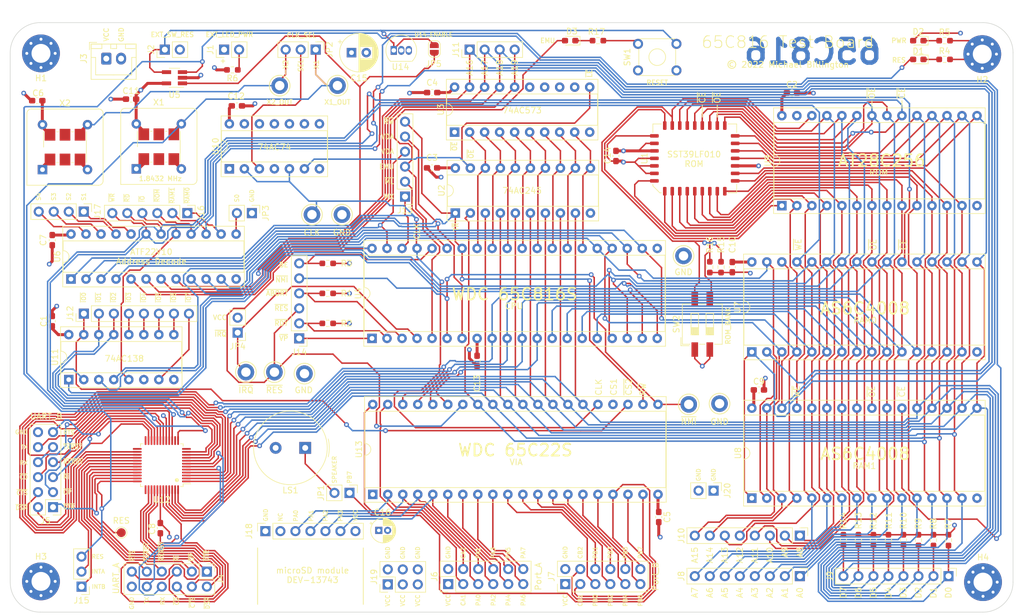
<source format=kicad_pcb>
(kicad_pcb (version 20211014) (generator pcbnew)
  (layers (0 "F.Cu" signal) (1 "In1.Cu" signal) (2 "In2.Cu" signal) (31 "B.Cu" signal) (34 "B.Paste" user) (35 "F.Paste" user) (36 "B.SilkS" user "B.Silkscreen") (37 "F.SilkS" user "F.Silkscreen") (38 "B.Mask" user) (39 "F.Mask" user) (44 "Edge.Cuts" user))
  (net 0 "")
  (net 1 "+5V")
  (net 2 "GND")
  (net 3 "Net-(D1-Pad1)")
  (net 4 "/CPU& Bank Address Latching/RES")
  (net 5 "Net-(D2-Pad1)")
  (net 6 "/CPU& Bank Address Latching/~{ABORT}")
  (net 7 "Net-(J1-Pad2)")
  (net 8 "/IO/~{UART_DTRA}")
  (net 9 "/CPU& Bank Address Latching/CLK")
  (net 10 "/CPU& Bank Address Latching/CLK_INV")
  (net 11 "/CPU& Bank Address Latching/~{RES}")
  (net 12 "/CPU& Bank Address Latching/~{RW}")
  (net 13 "/CPU& Bank Address Latching/D0")
  (net 14 "/CPU& Bank Address Latching/D1")
  (net 15 "/CPU& Bank Address Latching/D2")
  (net 16 "/CPU& Bank Address Latching/D3")
  (net 17 "/CPU& Bank Address Latching/D4")
  (net 18 "/CPU& Bank Address Latching/D5")
  (net 19 "/CPU& Bank Address Latching/D6")
  (net 20 "/CPU& Bank Address Latching/D7")
  (net 21 "/CPU& Bank Address Latching/DB7")
  (net 22 "/CPU& Bank Address Latching/DB6")
  (net 23 "/CPU& Bank Address Latching/DB5")
  (net 24 "/CPU& Bank Address Latching/DB4")
  (net 25 "/CPU& Bank Address Latching/DB3")
  (net 26 "/CPU& Bank Address Latching/DB2")
  (net 27 "/CPU& Bank Address Latching/DB1")
  (net 28 "/CPU& Bank Address Latching/DB0")
  (net 33 "/CPU& Bank Address Latching/A19")
  (net 34 "/CPU& Bank Address Latching/A18")
  (net 35 "/CPU& Bank Address Latching/A17")
  (net 36 "/CPU& Bank Address Latching/A16")
  (net 37 "/CPU& Bank Address Latching/~{NMI}")
  (net 38 "/CPU& Bank Address Latching/A0")
  (net 39 "/CPU& Bank Address Latching/A1")
  (net 40 "/CPU& Bank Address Latching/A2")
  (net 41 "/CPU& Bank Address Latching/A3")
  (net 42 "/CPU& Bank Address Latching/A4")
  (net 43 "/CPU& Bank Address Latching/A5")
  (net 44 "/CPU& Bank Address Latching/A6")
  (net 45 "/CPU& Bank Address Latching/A7")
  (net 46 "/CPU& Bank Address Latching/A8")
  (net 47 "/CPU& Bank Address Latching/A9")
  (net 48 "/CPU& Bank Address Latching/A10")
  (net 49 "/CPU& Bank Address Latching/A11")
  (net 50 "/CPU& Bank Address Latching/A12")
  (net 51 "/CPU& Bank Address Latching/A13")
  (net 52 "/CPU& Bank Address Latching/A14")
  (net 53 "/CPU& Bank Address Latching/A15")
  (net 54 "/Memory/~{RAM0CS}")
  (net 55 "/Memory/~{RAM1CS}")
  (net 56 "/Memory/~{ROMCS}")
  (net 57 "/IO/~{IOCS}")
  (net 58 "/Memory/~{RD}")
  (net 59 "/Memory/~{WR}")
  (net 60 "/Memory/S1")
  (net 61 "/Memory/S2")
  (net 62 "/Memory/S3")
  (net 63 "/Memory/S4")
  (net 64 "/IO/~{IO2}")
  (net 65 "/IO/~{IO1}")
  (net 66 "/IO/~{IO0}")
  (net 67 "/IO/~{UART_DSRA}")
  (net 68 "/IO/~{UART_OPA}")
  (net 69 "/IO/~{UART_CTSA}")
  (net 70 "/IO/~{UART_RIA}")
  (net 71 "/IO/~{UART_CDA}")
  (net 72 "/IO/~{UART_RXRDYA}")
  (net 75 "/IO/UART_TXA")
  (net 76 "/IO/~{UART_TXRDYA}")
  (net 77 "/IO/~{UART_RTSA}")
  (net 78 "/IO/~{UART_DTRB}")
  (net 79 "/IO/~{UART_DSRB}")
  (net 80 "/IO/~{UART_OPB}")
  (net 83 "/IO/~{UART_CTSB}")
  (net 84 "/IO/~{UART_RIB}")
  (net 85 "/IO/~{UART_CDB}")
  (net 86 "/IO/~{UART_RXRDYB}")
  (net 87 "/IO/UART_RXB")
  (net 89 "/IO/~{UART_TXRDYB}")
  (net 90 "/IO/UART_TXB")
  (net 91 "/IO/~{UART_RTSB}")
  (net 92 "/IO/VIA_CA1")
  (net 93 "/IO/VIA_CA2")
  (net 94 "/IO/VIA_PA0")
  (net 95 "/IO/VIA_PA1")
  (net 96 "/IO/VIA_PA2")
  (net 97 "/IO/VIA_PA3")
  (net 98 "/IO/VIA_PA4")
  (net 99 "/IO/VIA_PA5")
  (net 100 "/IO/VIA_PA6")
  (net 101 "/IO/VIA_PA7")
  (net 102 "/IO/VIA_CB1")
  (net 103 "/IO/VIA_CB2")
  (net 104 "/IO/VIA_PB0")
  (net 105 "/IO/VIA_PB1")
  (net 106 "/IO/VIA_PB2")
  (net 107 "/IO/VIA_PB3")
  (net 108 "/IO/VIA_PB4")
  (net 109 "/IO/VIA_PB5")
  (net 110 "/IO/VIA_PB6")
  (net 111 "/IO/VIA_PB7")
  (net 112 "/IO/SPEAKER")
  (net 113 "/CPU& Bank Address Latching/RDY")
  (net 114 "/CPU& Bank Address Latching/~{RES_BTN}")
  (net 115 "/CPU& Bank Address Latching/BE")
  (net 116 "/CPU& Bank Address Latching/CLK_UART")
  (net 117 "Net-(JP2-Pad2)")
  (net 118 "Net-(JP2-Pad3)")
  (net 121 "/Memory/ROMSW1")
  (net 122 "/Memory/ROMSW0")
  (net 123 "/IO/UART_RXA")
  (net 124 "/IO/~{IO3}")
  (net 125 "/IO/~{IO4}")
  (net 126 "/IO/~{IO5}")
  (net 127 "/IO/~{IO6}")
  (net 128 "/IO/~{IO7}")
  (net 129 "/CPU& Bank Address Latching/VPA")
  (net 130 "/CPU& Bank Address Latching/VDA")
  (net 131 "/CPU& Bank Address Latching/MX")
  (net 132 "/CPU& Bank Address Latching/EMU")
  (net 133 "/CPU& Bank Address Latching/~{ML}")
  (net 134 "/CPU& Bank Address Latching/~{VP}")
  (net 135 "/CPU& Bank Address Latching/~{IRQ}")
  (net 136 "/IO/UART_INTA")
  (net 137 "/IO/UART_INTB")
  (net 138 "/Memory/S0")
  (net 140 "Net-(D3-Pad1)")
  (footprint "Oscillator:Oscillator_DIP-8" (layer "F.Cu") (at 89.662 64.643)
    (fp_text reference "X1")
    (fp_text value "MXO45HS")
  )
  (footprint "TestPoint:TestPoint_Pad_D1.5mm" (layer "F.Cu") (at 87.122 126.238)
    (fp_text reference "TP3" hide)
    (fp_text value "RES")
  )
  (footprint "Connector_PinHeader_2.54mm:PinHeader_2x03_P2.54mm_Vertical" (layer "F.Cu") (at 132.207 135.001 90)
    (fp_text reference "J19")
    (fp_text value "Conn_02x06")
  )
  (footprint "Package_DIP:DIP-16_W7.62mm_Socket" (layer "F.Cu") (at 78.232 100.33 90)
    (fp_text reference "U11")
    (fp_text value "74AC138")
  )
  (footprint "Capacitor_SMD:C_0603_1608Metric_Pad1.08x0.95mm_HandSolder" (layer "F.Cu") (at 147.32 97.155 -90)
    (fp_text reference "C13")
    (fp_text value "0.1 µF")
  )
  (footprint "Package_DIP:DIP-28_W15.24mm_Socket" (layer "F.Cu") (at 198.882 70.876 90)
    (fp_text reference "U9")
    (fp_text value "AT28C256")
  )
  (footprint "MountingHole:MountingHole_3.2mm_M3_Pad_Via" (layer "F.Cu") (at 73.533 45.085)
    (fp_text reference "H1")
    (fp_text value "MountingHole_Pad")
  )
  (footprint "Package_QFP:LQFP-48_7x7mm_P0.5mm" (layer "F.Cu") (at 93.98 114.808 180)
    (fp_text reference "U12")
    (fp_text value "SC16C752")
  )
  (footprint "TestPoint:TestPoint_Keystone_5005-5009_Compact" (layer "F.Cu") (at 124.46 72.39)
    (fp_text reference "TP7" hide)
    (fp_text value "GND")
  )
  (footprint "MountingHole:MountingHole_3.2mm_M3_Pad_Via" (layer "F.Cu") (at 232.918 134.62)
    (fp_text reference "H4")
    (fp_text value "MountingHole_Pad")
  )
  (footprint "Connector_PinHeader_2.54mm:PinHeader_1x08_P2.54mm_Vertical" (layer "F.Cu") (at 227.076 133.604 -90)
    (fp_text reference "J9")
    (fp_text value "Conn_01x08")
  )
  (footprint "MountingHole:MountingHole_3.2mm_M3_Pad_Via" (layer "F.Cu") (at 73.533 134.493)
    (fp_text reference "H3")
    (fp_text value "MountingHole_Pad")
  )
  (footprint "LED_SMD:LED_0603_1608Metric_Pad1.05x0.95mm_HandSolder" (layer "F.Cu") (at 221.9725 46.106 180)
    (fp_text reference "D1")
    (fp_text value "RES")
  )
  (footprint "Package_DIP:DIP-40_W15.24mm_Socket" (layer "F.Cu") (at 129.667 119.766 90)
    (fp_text reference "U13")
    (fp_text value "W65C22S")
  )
  (footprint "Resistor_SMD:R_0603_1608Metric_Pad0.98x0.95mm_HandSolder" (layer "F.Cu") (at 211.836 127.508 90)
    (fp_text reference "R13")
    (fp_text value "10 k")
  )
  (footprint "TestPoint:TestPoint_Keystone_5005-5009_Compact" (layer "F.Cu") (at 188.341 104.394)
    (fp_text reference "TP8" hide)
    (fp_text value "GND")
  )
  (footprint "Oscillator:Oscillator_DIP-8" (layer "F.Cu") (at 73.787 64.77)
    (fp_text reference "X2")
    (fp_text value "MXO45HS")
  )
  (footprint "Resistor_SMD:R_0603_1608Metric_Pad0.98x0.95mm_HandSolder" (layer "F.Cu") (at 186.69 81.28 -90)
    (fp_text reference "R16")
    (fp_text value "10 k")
  )
  (footprint "Buzzer_Beeper:Buzzer_TDK_PS1240P02BT_D12.2mm_H6.5mm" (layer "F.Cu") (at 118.237 111.887 180)
    (fp_text reference "LS1")
    (fp_text value "Speaker")
  )
  (footprint "Package_LCC:PLCC-32_11.4x14.0mm_P1.27mm" (layer "F.Cu") (at 184.15 62.865 90)
    (fp_text reference "U1")
    (fp_text value "SST39LF010")
  )
  (footprint "Capacitor_SMD:C_0603_1608Metric_Pad1.08x0.95mm_HandSolder" (layer "F.Cu") (at 139.7 64.47 180)
    (fp_text reference "C3")
    (fp_text value "0.1 µF")
  )
  (footprint "Connector_PinHeader_2.54mm:PinHeader_1x06_P2.54mm_Vertical" (layer "F.Cu") (at 117.221 93.345 180)
    (fp_text reference "J14")
    (fp_text value "Conn_01x06")
  )
  (footprint "Connector_PinHeader_2.54mm:PinHeader_1x02_P2.54mm_Vertical" (layer "F.Cu") (at 187.33 119.126 -90)
    (fp_text reference "J20")
    (fp_text value "Conn_01x02")
  )
  (footprint "Resistor_SMD:R_0603_1608Metric_Pad0.98x0.95mm_HandSolder" (layer "F.Cu") (at 219.456 127.508 90)
    (fp_text reference "R10")
    (fp_text value "10 k")
  )
  (footprint "Resistor_SMD:R_0603_1608Metric_Pad0.98x0.95mm_HandSolder" (layer "F.Cu") (at 122.047 80.645)
    (fp_text reference "R3")
    (fp_text value "3.3 k")
  )
  (footprint "LED_SMD:LED_0603_1608Metric_Pad1.05x0.95mm_HandSolder" (layer "F.Cu") (at 163.068 42.926 180)
    (fp_text reference "D3")
    (fp_text value "EMU")
  )
  (footprint "Capacitor_SMD:C_0603_1608Metric_Pad1.08x0.95mm_HandSolder" (layer "F.Cu") (at 106.68 53.975)
    (fp_text reference "C12")
    (fp_text value "0.1 µF")
  )
  (footprint "Connector_PinHeader_2.54mm:PinHeader_1x02_P2.54mm_Vertical" (layer "F.Cu") (at 109.22 72.136 -90)
    (fp_text reference "JP3")
    (fp_text value "Jumper_2_Bridged")
  )
  (footprint "Capacitor_SMD:C_0603_1608Metric_Pad1.08x0.95mm_HandSolder" (layer "F.Cu") (at 139.72 51.72 180)
    (fp_text reference "C4")
    (fp_text value "0.1 µF")
  )
  (footprint "MountingHole:MountingHole_3.2mm_M3_Pad_Via" (layer "F.Cu") (at 232.791 45.212)
    (fp_text reference "H2")
    (fp_text value "MountingHole_Pad")
  )
  (footprint "Connector_PinHeader_2.54mm:PinHeader_2x06_P2.54mm_Vertical" (layer "F.Cu") (at 142.429609 134.946609 90)
    (fp_text reference "J6")
    (fp_text value "Port_A")
  )
  (footprint "TestPoint:TestPoint_Keystone_5005-5009_Compact" (layer "F.Cu") (at 123.698 50.546)
    (fp_text reference "TP11" hide)
    (fp_text value "X1_OUT")
  )
  (footprint "Connector_PinHeader_2.54mm:PinHeader_1x08_P2.54mm_Vertical" (layer "F.Cu") (at 201.93 126.746 -90)
    (fp_text reference "J10")
    (fp_text value "Conn_01x08")
  )
  (footprint "Resistor_SMD:R_0603_1608Metric_Pad0.98x0.95mm_HandSolder" (layer "F.Cu") (at 209.296 127.508 90)
    (fp_text reference "R14")
    (fp_text value "10 k")
  )
  (footprint "Button_Switch_THT:SW_TH_Tactile_Omron_B3F-10xx" (layer "F.Cu") (at 174.55 43.47)
    (fp_text reference "SW1")
    (fp_text value "SW_RES")
  )
  (footprint "Jumper:SolderJumper-2_P1.3mm_Open_RoundedPad1.0x1.5mm" (layer "F.Cu") (at 140.081 44.338 -90)
    (fp_text reference "JP5")
    (fp_text value "SolderJumper_2_Open")
  )
  (footprint "Connector_JST:JST_XH_B2B-XH-A_1x02_P2.50mm_Vertical" (layer "F.Cu") (at 84.582 45.974)
    (fp_text reference "J3")
    (fp_text value "Power" hide)
  )
  (footprint "Package_DIP:DIP-32_W15.24mm_Socket" (layer "F.Cu") (at 193.802 95.641 90)
    (fp_text reference "U7")
    (fp_text value "AS6C4008")
  )
  (footprint "Capacitor_SMD:C_0603_1608Metric_Pad1.08x0.95mm_HandSolder" (layer "F.Cu") (at 170.815 62.4575 -90)
    (fp_text reference "C14")
    (fp_text value "0.1 µF")
  )
  (footprint "Capacitor_SMD:C_0603_1608Metric_Pad1.08x0.95mm_HandSolder" (layer "F.Cu") (at 75.438 76.708 -90)
    (fp_text reference "C7")
    (fp_text value "0.1 µF")
  )
  (footprint "Resistor_SMD:R_0603_1608Metric_Pad0.98x0.95mm_HandSolder" (layer "F.Cu") (at 224.536 127.508 90)
    (fp_text reference "R8")
    (fp_text value "10 k")
  )
  (footprint "Connector_PinHeader_2.54mm:PinHeader_1x04_P2.54mm_Vertical" (layer "F.Cu") (at 80.772 71.882 -90)
    (fp_text reference "J17")
    (fp_text value "Conn_01x04")
  )
  (footprint "Connector_PinHeader_2.54mm:PinHeader_1x06_P2.54mm_Vertical" (layer "F.Cu") (at 135.128 69.342 180)
    (fp_text reference "J13")
    (fp_text value "Conn_01x06")
  )
  (footprint "Connector_PinHeader_2.54mm:PinHeader_1x02_P2.54mm_Vertical" (layer "F.Cu") (at 106.807 92.379 180)
    (fp_text reference "JP4")
    (fp_text value "Jumper_2_Bridged")
  )
  (footprint "Connector_PinHeader_2.54mm:PinHeader_2x06_P2.54mm_Vertical" (layer "F.Cu") (at 75.57 121.92 180)
    (fp_text reference "J5")
    (fp_text value "UART_B")
  )
  (footprint "Package_DIP:DIP-14_W7.62mm_Socket" (layer "F.Cu") (at 105.405 64.633 90)
    (fp_text reference "U10")
    (fp_text value "74AC74")
  )
  (footprint "Package_DIP:DIP-24_W7.62mm_Socket" (layer "F.Cu") (at 78.608 83.302 90)
    (fp_text reference "U6")
    (fp_text value "Address_Decoder")
  )
  (footprint "Capacitor_SMD:C_0603_1608Metric_Pad1.08x0.95mm_HandSolder" (layer "F.Cu") (at 75.438 90.424 90)
    (fp_text reference "C1")
    (fp_text value "0.1 µF")
  )
  (footprint "Capacitor_SMD:C_0603_1608Metric_Pad1.08x0.95mm_HandSolder" (layer "F.Cu") (at 72.898 53.086 180)
    (fp_text reference "C6")
    (fp_text value "0.1 µF")
  )
  (footprint "Capacitor_THT:CP_Radial_D4.0mm_P1.50mm" (layer "F.Cu") (at 130.683 125.857)
    (fp_text reference "C16")
    (fp_text value "4.7 µF")
  )
  (footprint "Connector_PinHeader_2.54mm:PinHeader_1x06_P2.54mm_Vertical" (layer "F.Cu") (at 98.298 72.136 -90)
    (fp_text reference "J16")
    (fp_text value "Conn_01x06")
  )
  (footprint "Resistor_SMD:R_0603_1608Metric_Pad0.98x0.95mm_HandSolder" (layer "F.Cu") (at 105.918 47.879 180)
    (fp_text reference "R6")
    (fp_text value "1 k")
  )
  (footprint "TestPoint:TestPoint_Keystone_5005-5009_Compact" (layer "F.Cu") (at 118.11 99.314)
    (fp_text reference "TP9" hide)
    (fp_text value "GND")
  )
  (footprint "Resistor_SMD:R_0603_1608Metric_Pad0.98x0.95mm_HandSolder" (layer "F.Cu") (at 188.595 81.28 -90)
    (fp_text reference "R15")
    (fp_text value "10 k")
  )
  (footprint "Resistor_SMD:R_0603_1608Metric_Pad0.98x0.95mm_HandSolder" (layer "F.Cu") (at 227.076 127.508 90)
    (fp_text reference "R7")
    (fp_text value "10 k")
  )
  (footprint "Resistor_SMD:R_0603_1608Metric_Pad0.98x0.95mm_HandSolder" (layer "F.Cu") (at 216.916 127.508 90)
    (fp_text reference "R11")
    (fp_text value "10 k")
  )
  (footprint "Resistor_SMD:R_0603_1608Metric_Pad0.98x0.95mm_HandSolder" (layer "F.Cu") (at 226.4175 46.106)
    (fp_text reference "R4")
    (fp_text value "1 k")
  )
  (footprint "Connector_PinHeader_2.54mm:PinHeader_1x02_P2.54mm_Vertical" (layer "F.Cu") (at 94.483 44.45 90)
    (fp_text reference "J2")
    (fp_text value "EXT_SW_RES")
  )
  (footprint "Capacitor_SMD:C_0603_1608Metric_Pad1.08x0.95mm_HandSolder" (layer "F.Cu") (at 178.054 123.5975 -90)
    (fp_text reference "C5")
    (fp_text value "0.1 µF")
  )
  (footprint "Package_TO_SOT_SMD:SOT-23-5_HandSoldering" (layer "F.Cu") (at 96.12 49.21 180)
    (fp_text reference "U5")
    (fp_text value "MIC2775")
  )
  (footprint "Resistor_SMD:R_0603_1608Metric_Pad0.98x0.95mm_HandSolder" (layer "F.Cu") (at 226.4175 42.931)
    (fp_text reference "R5")
    (fp_text value "1 k")
  )
  (footprint "Resistor_SMD:R_0603_1608Metric_Pad0.98x0.95mm_HandSolder" (layer "F.Cu") (at 122.047 90.805)
    (fp_text reference "R2")
    (fp_text value "3.3 k")
  )
  (footprint "Package_DIP:DIP-40_W15.24mm_Socket" (layer "F.Cu") (at 129.54 93.345 90)
    (fp_text reference "U4")
    (fp_text value "W65C816S")
  )
  (footprint "Connector_PinHeader_2.54mm:PinHeader_2x06_P2.54mm_Vertical" (layer "F.Cu") (at 101.6 132.842 -90)
    (fp_text reference "J4")
    (fp_text value "UART_A")
  )
  (footprint "Capacitor_SMD:C_0603_1608Metric_Pad1.08x0.95mm_HandSolder" (layer "F.Cu") (at 88.773 52.832 180)
    (fp_text reference "C11")
    (fp_text value "0.1 µF")
  )
  (footprint "Package_DIP:DIP-20_W7.62mm_Socket" (layer "F.Cu") (at 143.51 58.42 90)
    (fp_text reference "U3")
    (fp_text value "74AC573")
  )
  (footprint "TestPoint:TestPoint_Keystone_5005-5009_Compact" (layer "F.Cu") (at 113.03 99.06)
    (fp_text reference "TP4" hide)
    (fp_text value "~{RES}")
  )
  (footprint "Capacitor_SMD:C_0603_1608Metric_Pad1.08x0.95mm_HandSolder" (layer "F.Cu") (at 93.726 125.476 -90)
    (fp_text reference "C8")
    (fp_text value "0.1 µF")
  )
  (footprint "Connector_PinHeader_2.54mm:PinHeader_1x02_P2.54mm_Vertical" (layer "F.Cu") (at 125.73 119.507 -90)
    (fp_text reference "JP1")
    (fp_text value "Speaker_Enable")
  )
  (footprint "TestPoint:TestPoint_Keystone_5005-5009_Compact" (layer "F.Cu") (at 183.134 104.521)
    (fp_text reference "TP6" hide)
    (fp_text value "~{NMI}")
  )
  (footprint "Connector_PinSocket_2.54mm:PinSocket_1x07_P2.54mm_Vertical" (layer "F.Cu") (at 111.5006 125.9844 90)
    (fp_text reference "J18")
    (fp_text value "Conn_01x07")
  )
  (footprint "Resistor_SMD:R_0603_1608Metric_Pad0.98x0.95mm_HandSolder" (layer "F.Cu") (at 221.996 127.508 90)
    (fp_text reference "R9")
    (fp_text value "10 k")
  )
  (footprint "LED_SMD:LED_0603_1608Metric_Pad1.05x0.95mm_HandSolder" (layer "F.Cu") (at 221.9725 42.931 180)
    (fp_text reference "D2")
    (fp_text value "PWR")
  )
  (footprint "Resistor_SMD:R_0603_1608Metric_Pad0.98x0.95mm_HandSolder" (layer "F.Cu") (at 122.047 85.725)
    (fp_text reference "R1")
    (fp_text value "3.3 k")
  )
  (footprint "Connector_PinHeader_2.54mm:PinHeader_1x02_P2.54mm_Vertical" (layer "F.Cu") (at 104.516 44.45 90)
    (fp_text reference "J1")
    (fp_text value "EXT_LED_PWR")
  )
  (footprint "TestPoint:TestPoint_Keystone_5005-5009_Compact" (layer "F.Cu") (at 108.204 99.06)
    (fp_text reference "TP5" hide)
    (fp_text value "~{IRQ}")
  )
  (footprint "Capacitor_SMD:C_0603_1608Metric_Pad1.08x0.95mm_HandSolder" (layer "F.Cu") (at 195 102.07)
    (fp_text reference "C9")
    (fp_text value "0.1 µF")
  )
  (footprint "TestPoint:TestPoint_Keystone_5005-5009_Compact" (layer "F.Cu") (at 119.38 72.39)
    (fp_text reference "TP1" hide)
    (fp_text value "CLK")
  )
  (footprint "Oscillator:Oscillator_SMD_IDT_JU6-6_7.0x5.0mm_P2.54mm" (layer "F.Cu") (at 77.597 60.96 90)
    (fp_text reference "X2_ALT")
    (fp_text value "Oscillator_SMD_IDT_JU6-6_7.0x5.0mm_P2.54mm")
  )
  (footprint "Oscillator:Oscillator_SMD_IDT_JU6-6_7.0x5.0mm_P2.54mm" (layer "F.Cu") (at 93.472 60.892 90)
    (fp_text reference "X1_ALT")
    (fp_text value "Oscillator_SMD_IDT_JU6-6_7.0x5.0mm_P2.54mm")
  )
  (footprint "Button_Switch_SMD:SW_DIP_SPSTx02_Slide_6.7x6.64mm_W8.61mm_P2.54mm_LowProfile" (layer "F.Cu") (at 185.42 90.932 90)
    (fp_text reference "SW2")
    (fp_text value "SW_DIP_x02")
  )
  (footprint "Connector_PinHeader_2.54mm:PinHeader_1x08_P2.54mm_Vertical" (layer "F.Cu") (at 80.787 89.154 90)
    (fp_text reference "J12")
    (fp_text value "Conn_01x08")
  )
  (footprint "Capacitor_THT:CP_Radial_D6.3mm_P2.50mm" (layer "F.Cu") (at 126.071621 44.958)
    (fp_text reference "C15")
    (fp_text value "100 µF")
  )
  (footprint "Package_DIP:DIP-20_W7.62mm_Socket" (layer "F.Cu") (at 143.637 72.131 90)
    (fp_text reference "U2")
    (fp_text value "74AC245")
  )
  (footprint "TestPoint:TestPoint_Keystone_5005-5009_Compact" (layer "F.Cu") (at 113.919 50.546)
    (fp_text reference "TP2" hide)
    (fp_text value "X2_OUT")
  )
  (footprint "Connector_PinHeader_2.54mm:PinHeader_1x03_P2.54mm_Vertical" (layer "F.Cu") (at 80.391 135.387 180)
    (fp_text reference "J15")
    (fp_text value "Conn_01x03")
  )
  (footprint "Connector_PinHeader_2.54mm:PinHeader_2x06_P2.54mm_Vertical" (layer "F.Cu") (at 162.241609 134.946609 90)
    (fp_text reference "J7")
    (fp_text value "Port_B")
  )
  (footprint "TestPoint:TestPoint_Keystone_5005-5009_Compact" (layer "F.Cu") (at 182.245 79.375)
    (fp_text reference "TP10" hide)
    (fp_text value "GND")
  )
  (footprint "Resistor_SMD:R_0603_1608Metric_Pad0.98x0.95mm_HandSolder" (layer "F.Cu") (at 167.767 42.926)
    (fp_text reference "R17")
    (fp_text value "1 k")
  )
  (footprint "Connector_PinHeader_2.54mm:PinHeader_1x03_P2.54mm_Vertical" (layer "F.Cu") (at 120.015 44.45 -90)
    (fp_text reference "JP2")
    (fp_text value "CLK_SEL")
  )
  (footprint "Connector_PinHeader_2.54mm:PinHeader_1x04_P2.54mm_Vertical" (layer "F.Cu") (at 146.06 44.45 90)
    (fp_text reference "J11")
    (fp_text value "Conn_01x04")
  )
  (footprint "Connector_PinHeader_2.54mm:PinHeader_1x08_P2.54mm_Vertical" (layer "F.Cu") (at 201.93 133.604 -90)
    (fp_text reference "J8")
    (fp_text value "Conn_01x08")
  )
  (footprint "Package_DIP:DIP-32_W15.24mm_Socket" (layer "F.Cu") (at 193.802 120.401 90)
    (fp_text reference "U8")
    (fp_text value "AS6C4008")
  )
  (footprint "Package_TO_SOT_THT:TO-92_Inline" (layer "F.Cu") (at 133.223 44.577)
    (fp_text reference "U14")
    (fp_text value "DS1813-5+")
  )
  (footprint "Resistor_SMD:R_0603_1608Metric_Pad0.98x0.95mm_HandSolder" (layer "F.Cu") (at 214.376 127.508 90)
    (fp_text reference "R12")
    (fp_text value "10 k")
  )
  (footprint "Capacitor_SMD:C_0603_1608Metric_Pad1.08x0.95mm_HandSolder" (layer "F.Cu") (at 200.59 51.79)
    (fp_text reference "C2")
    (fp_text value "0.1 µF")
  )
  (footprint "Capacitor_SMD:C_0603_1608Metric_Pad1.08x0.95mm_HandSolder" (layer "F.Cu") (at 190.5 81.28 -90)
    (fp_text reference "C10")
    (fp_text value "0.1 µF")
  )
  (gr_line (start 120.015 47.7266) (end 120.015 48.641) (layer "F.SilkS") (width 0.15))
  (gr_line (start 128.0668 128.8288) (end 128.0668 138.3792) (layer "F.SilkS") (width 0.15))
  (gr_line (start 185.42 53.848) (end 185.42 55.88) (layer "F.SilkS") (width 0.15))
  (gr_line (start 110.1852 128.8288) (end 110.1852 138.3792) (layer "F.SilkS") (width 0.15))
  (gr_line (start 219.202 53.086) (end 219.202 54.102) (layer "F.SilkS") (width 0.15))
  (gr_line (start 114.935 47.879) (end 114.935 48.641) (layer "F.SilkS") (width 0.15))
  (gr_line (start 187.96 53.848) (end 187.96 55.88) (layer "F.SilkS") (width 0.15))
  (gr_circle (center 96.52 117.348) (end 96.774 117.348) (layer "F.SilkS") (width 0.15) (fill solid))
  (gr_line (start 214.122 53.086) (end 214.122 54.102) (layer "F.SilkS") (width 0.15))
  (gr_line (start 120.015 48.641) (end 121.793 50.419) (layer "F.SilkS") (width 0.15))
  (gr_arc (start 232.918 39.878) (mid 236.510102 41.365898) (end 237.998 44.958) (layer "Edge.Cuts") (width 0.1))
  (gr_arc (start 237.998 134.62) (mid 236.510102 138.212102) (end 232.918 139.7) (layer "Edge.Cuts") (width 0.1))
  (gr_line (start 73.406 39.878) (end 232.918 39.878) (layer "Edge.Cuts") (width 0.1))
  (gr_arc (start 73.406 139.7) (mid 69.813898 138.212102) (end 68.326 134.62) (layer "Edge.Cuts") (width 0.1))
  (gr_line (start 232.918 139.7) (end 73.406 139.7) (layer "Edge.Cuts") (width 0.1))
  (gr_line (start 237.998 44.958) (end 237.998 134.62) (layer "Edge.Cuts") (width 0.1))
  (gr_line (start 68.326 134.62) (end 68.326 44.958) (layer "Edge.Cuts") (width 0.1))
  (gr_arc (start 68.326 44.958) (mid 69.813898 41.365898) (end 73.406 39.878) (layer "Edge.Cuts") (width 0.1))
  (gr_text "65C816" (at 204.089 44.831) (layer "B.Cu") (effects (font (size 4 4) (thickness 0.75)) (justify mirror)))
  (gr_text "~{RXRDY}" (at 93.98 131.191 90) (layer "F.SilkS") (effects (font (size 0.7 0.7) (thickness 0.13)) (justify left)))
  (gr_text "~{OE}" (at 146.304 62.992 90) (layer "F.SilkS") (effects (font (size 0.8 0.8)) (justify left)))
  (gr_text "~{WR}" (at 85.598 70.358 90) (layer "F.SilkS") (effects (font (size 0.7 0.7) (thickness 0.13)) (justify left)))
  (gr_text "PB3" (at 169.861609 130.745609 90) (layer "F.SilkS") (effects (font (size 0.7 0.7) (thickness 0.13)) (justify left)))
  (gr_text "PA1" (at 147.509609 130.745609 90) (layer "F.SilkS") (effects (font (size 0.7 0.7) (thickness 0.13)) (justify left)))
  (gr_text "GND" (at 132.207 130.81 90) (layer "F.SilkS") (effects (font (size 0.7 0.7) (thickness 0.13)) (justify left)))
  (gr_text "VCC" (at 126.746 124.4346 90) (layer "F.SilkS") (effects (font (size 0.7 0.7) (thickness 0.13)) (justify left)))
  (gr_text "~{RTS}" (at 77.216 109.347) (layer "F.SilkS") (effects (font (size 0.7 0.7) (thickness 0.13)) (justify left)))
  (gr_text "CS1" (at 170.434 103.124 90) (layer "F.SilkS") (effects (font (size 1 1)) (justify left)))
  (gr_text "EMU" (at 159.258 42.926) (layer "F.SilkS") (effects (font (size 0.8 0.8))))
  (gr_text "VCC" (at 132.207 136.652 90) (layer "F.SilkS") (effects (font (size 0.7 0.7) (thickness 0.13)) (justify right)))
  (gr_text "~{NMI}" (at 115.443 83.439) (layer "F.SilkS") (effects (font (size 0.8 0.8)) (justify right)))
  (gr_text "A2" (at 196.85 136.398 90) (layer "F.SilkS") (effects (font (size 1 1))))
  (gr_text "65C816 Test Board" (at 199.898 43.18) (layer "F.SilkS") (effects (font (size 2 2))))
  (gr_text "~{ROM}" (at 93.218 70.358 90) (layer "F.SilkS") (effects (font (size 0.7 0.7) (thickness 0.13)) (justify left)))
  (gr_text "~{OP}" (at 99.06 131.191 90) (layer "F.SilkS") (effects (font (size 0.7 0.7) (thickness 0.13)) (justify left)))
  (gr_text "~{IO4}" (at 90.932 87.376 90) (layer "F.SilkS") (effects (font (size 0.7 0.7) (thickness 0.13)) (justify left)))
  (gr_text "~{CD}" (at 96.52 137.033 90) (layer "F.SilkS") (effects (font (size 0.7 0.7) (thickness 0.13)) (justify right)))
  (gr_text "EMU" (at 133.35 64.262) (layer "F.SilkS") (effects (font (size 0.8 0.8)) (justify right)))
  (gr_text "~{DTR}" (at 101.6 131.191 90) (layer "F.SilkS") (effects (font (size 0.7 0.7) (thickness 0.13)) (justify left)))
  (gr_text "PB4" (at 172.401609 136.587609 90) (layer "F.SilkS") (effects (font (size 0.7 0.7) (thickness 0.13)) (justify right)))
  (gr_text "A11" (at 194.31 130.048 90) (layer "F.SilkS") (effects (font (size 1 1))))
  (gr_text "INTB" (at 82.042 135.387) (layer "F.SilkS") (effects (font (size 0.7 0.7) (thickness 0.13)) (justify left)))
  (gr_text "CLK" (at 167.894 103.124 90) (layer "F.SilkS") (effects (font (size 1 1)) (justify left)))
  (gr_text "TX" (at 71.374 111.76) (layer "F.SilkS") (effects (font (size 0.7 0.7) (thickness 0.13)) (justify right)))
  (gr_text "~{CD}" (at 71.374 116.84) (layer "F.SilkS") (effects (font (size 0.7 0.7) (thickness 0.13)) (justify right)))
  (gr_text "PB7" (at 174.941609 130.745609 90) (layer "F.SilkS") (effects (font (size 0.7 0.7) (thickness 0.13)) (justify left)))
  (gr_text "~{IO2}" (at 85.852 87.376 90) (layer "F.SilkS") (effects (font (size 0.7 0.7) (thickness 0.13)) (justify left)))
  (gr_text "~{RXRDY}" (at 77.216 114.3) (layer "F.SilkS") (effects (font (size 0.7 0.7) (thickness 0.13)) (justify left)))
  (gr_text "D7" (at 209.296 136.398 90) (layer "F.SilkS") (effects (font (size 1 1))))
  (gr_text "VIA" (at 153.924 114.3) (layer "F.SilkS") (effects (font (size 1 1))))
  (gr_text "TX" (at 91.44 137.033 90) (layer "F.SilkS") (effects (font (size 0.7 0.7) (thickness 0.13)) (justify right)))
  (gr_text "A1" (at 199.39 136.398 90) (layer "F.SilkS") (effects (font (size 1 1))))
  (gr_text "D2" (at 221.996 136.398 90) (layer "F.SilkS") (effects (font (size 1 1))))
  (gr_text "SST39LF010\nROM" (at 184.023 62.992) (layer "F.SilkS") (effects (font (size 1 1))))
  (gr_text "VDA" (at 133.35 59.182) (layer "F.SilkS") (effects (font (size 0.8 0.8)) (justify right)))
  (gr_text "PA0" (at 147.509609 136.587609 90) (layer "F.SilkS") (effects (font (size 0.7 0.7) (thickness 0.13)) (justify right)))
  (gr_text "~{IO1}" (at 83.312 87.376 90) (layer "F.SilkS") (effects (font (size 0.7 0.7) (thickness 0.13)) (justify left)))
  (gr_text "~{VP}" (at 115.443 93.345) (layer "F.SilkS") (effects (font (size 0.8 0.8)) (justify right)))
  (gr_text "D0" (at 227.076 136.398 90) (layer "F.SilkS") (effects (font (size 1 1))))
  (gr_text "~{WE}" (at 201.676 77.47 90) (layer "F.SilkS") (effects (font (size 1 1))))
  (gr_text "PA1" (at 119.2276 124.46 90) (layer "F.SilkS") (effects (font (size 0.7 0.7) (thickness 0.13)) (justify left)))
  (gr_text "INTA" (at 82.042 132.817) (layer "F.SilkS") (effects (font (size 0.7 0.7) (thickness 0.13)) (justify left)))
  (gr_text "PA4" (at 152.589609 136.587609 90) (layer "F.SilkS") (effects (font (size 0.7 0.7) (thickness 0.13)) (justify right)))
  (gr_text "~{IO3}" (at 88.392 87.376 90) (layer "F.SilkS") (effects (font (size 0.7 0.7) (thickness 0.13)) (justify left)))
  (gr_text "~{CE}" (at 219.202 102.362 90) (layer "F.SilkS") (effects (font (size 1 1))))
  (gr_text "~{OE}" (at 214.376 77.47 90) (layer "F.SilkS") (effects (font (size 1 1))))
  (gr_text "74AC138" (at 87.63 96.774) (layer "F.SilkS") (effects (font (size 1 1))))
  (gr_text "~{TXRDY}" (at 91.44 131.191 90) (layer "F.SilkS") (effects (font (size 0.7 0.7) (thickness 0.13)) (justify left)))
  (gr_text "GND" (at 187.325 117.602 90) (layer "F.SilkS") (effects (font (size 0.7 0.7) (thickness 0.13)) (justify left)))
  (gr_text "SEL" (at 117.475 45.974 90) (layer "F.SilkS") (effects (font (size 0.8 0.8)) (justify right)))
  (gr_text "GND" (at 111.5568 124.4092 90) (layer "F.SilkS") (effects (font (size 0.7 0.7) (thickness 0.13)) (justify left)))
  (gr_text "A9" (at 199.39 129.54 90) (layer "F.SilkS") (effects (font (size 1 1))))
  (gr_text "~{OE}" (at 214.122 51.816 90) (layer "F.SilkS") (effects (font (size 1 1))))
  (gr_text "RX" (at 71.374 114.427) (layer "F.SilkS") (effects (font (size 0.7 0.7) (thickness 0.13)) (justify right)))
  (gr_text "PA3" (at 124.206 124.46 90) (layer "F.SilkS") (effects (font (size 0.7 0.7) (thickness 0.13)) (justify left)))
  (gr_text "R~{W}" (at 175.387 103.124 90) (layer "F.SilkS") (effects (font (size 1 1)) (justify left)))
  (gr_text "PA5" (at 152.589609 130.745609 90) (layer "F.SilkS") (effects (font (size 0.7 0.7) (thickness 0.13)) (justify left)))
  (gr_text "~{RW}" (at 133.35 56.642) (layer "F.SilkS") (effects (font (size 0.8 0.8)) (justify right)))
  (gr_text "WDC 65C816S" (at 153.67 85.852) (layer "F.SilkS") (effects (font (size 2 2) (thickness 0.3))))
  (gr_text "ROM_BANK" (at 189.7888 91.2114 90) (layer "F.SilkS") (effects (font (size 0.8 0.8))))
  (gr_text "microSD module\nDEV-13743" (at 119.4816 133.4516) (layer "F.SilkS") (effects (font (size 1 1))))
  (gr_text "GND" (at 137.287 130.81 90) (layer "F.SilkS") (effects (font (size 0.7 0.7) (thickness 0.13)) (justify left)))
  (gr_text "GND" (at 142.429609 130.745609 90) (layer "F.SilkS") (effects (font (size 0.7 0.7) (thickness 0.13)) (justify left)))
  (gr_text "VCC" (at 134.747 136.652 90) (layer "F.SilkS") (effects (font (size 0.7 0.7) (thickness 0.13)) (justify right)))
  (gr_text "~{OP}" (at 77.216 119.38) (layer "F.SilkS") (effects (font (size 0.7 0.7) (thickness 0.13)) (justify left)))
  (gr_text "1.8432 MHz" (at 93.726 66.294) (layer "F.SilkS") (effects (font (size 0.8 0.8))))
  (gr_text "RES" (at 218.694 46.228) (layer "F.SilkS") (effects (font (size 0.8 0.8))))
  (gr_text "~{RI}" (at 77.216 116.84) (layer "F.SilkS") (effects (font (size 0.7 0.7) (thickness 0.13)) (justify left)))
  (gr_text "~{RES}" (at 115.443 88.265) (layer "F.SilkS") (effects (font (size 0.8 0.8)) (justify right)))
  (gr_text "D4" (at 216.916 136.398 90) (layer "F.SilkS") (effects (font (size 1 1))))
  (gr_text "~{CE}" (at 219.202 51.816 90) (layer "F.SilkS") (effects (font (size 1 1))))
  (gr_text "X2" (at 114.935 46.101 90) (layer "F.SilkS") (effects (font (size 0.8 0.8)) (justify right)))
  (gr_text "VCC" (at 162.241609 136.587609 90) (layer "F.SilkS") (effects (font (size 0.7 0.7) (thickness 0.13)) (justify right)))
  (gr_text "74AC245" (at 154.94 68.326) (layer "F.SilkS") (effects (font (size 1 1))))
  (gr_text "D1" (at 224.536 136.398 90) (layer "F.SilkS") (effects (font (size 1 1))))
  (gr_text "PB2" (at 169.891609 136.587609 90) (layer "F.SilkS") (effects (font (size 0.7 0.7) (thickness 0.13)) (justify right)))
  (gr_text "74AC74" (at 113.03 60.96) (layer "F.SilkS") (effects (font (size 1 1))))
  (gr_text "CB2" (at 164.781609 130.745609 90) (layer "F.SilkS") (effects (font (size 0.7 0.7) (thickness 0.13)) (justify left)))
  (gr_text "RX" (at 94.107 137.033 90) (layer "F.SilkS") (effects (font (size 0.7 0.7) (thickness 0.13)) (justify right)))
  (gr_text "RAM0" (at 212.979 90.297) (layer "F.SilkS") (effects (font (size 1 1))))
  (gr_text "~{OE}" (at 143.51 59.944 90) (layer "F.SilkS") (effects (font (size 0.8 0.8)) (justify right)))
  (gr_text "NC" (at 114.046 124.4092 90) (layer "F.SilkS") (effects (font (size 0.7 0.7) (thickness 0.13)) (justify left)))
  (gr_text "A19" (at 153.67 47.498 90) (layer "F.SilkS") (effects (font (size 1 1))))
  (gr_text "CA2" (at 144.969609 130.745609 90) (layer "F.SilkS") (effects (font (size 0.7 0.7) (thickness 0.13)) (justify left)))
  (gr_text "~{WE}" (at 201.422 102.362 90) (layer "F.SilkS") (effects (font (size 1 1))))
  (gr_text "ATF22V10\nAddress Decode" (at 92.202 79.502) (layer "F.SilkS") (effects (font (size 1 1))))
  (gr_text "U14_ENABLE" (at 139.954 41.91) (layer "F.SilkS") (effects (font (size 0.7 0.7) (thickness 0.13))))
  (gr_text "~{IO5}" (at 93.472 87.376 90) (layer "F.SilkS") (effects (font (size 0.7 0.7) (thickness 0.13)) (justify left)))
  (gr_text "A16" (at 146.05 47.498 90) (layer "F.SilkS") (effects (font (size 1 1))))
  (gr_text "RESET" (at 177.8 50.038) (layer "F.SilkS") (effects (font (size 0.8 0.8))))
  (gr_text "GND" (at 71.374 109.22) (layer "F.SilkS") (effects (font (size 0.7 0.7) (thickness 0.13)) (justify right)))
  (gr_text "CLK" (at 137.16 76.708 90) (layer "F.SilkS") (effects (font (size 1 1)) (justify left)))
  (gr_text "PB1" (at 167.321609 130.745609 90) (layer "F.SilkS") (effects (font (size 0.7 0.7) (thickness 0.13)) (justify left)))
  (gr_text "D5" (at 214.376 136.398 90) (layer "F.SilkS") (effects (font (size 1 1))))
  (gr_text "S1" (at 80.772 70.104 90) (layer "F.SilkS") (effects (font (size 0.7 0.7) (thickness 0.13)) (justify left)))
  (gr_text "S4" (at 73.152 70.104 90) (layer "F.SilkS") (effects (font (size 0.7 0.7) (thickness 0.13)) (justify left)))
  (gr_text "~{IO0}" (at 80.772 87.376 90) (layer "F.SilkS") (effects (font (size 0.7 0.7) (thickness 0.13)) (justify left)))
  (gr_text "~{RD}" (at 88.138 70.358 90) (layer "F.SilkS") (effects (font (size 0.7 0.7) (thickness 0.13)) (justify left)))
  (gr_text "A0" (at 201.93 136.398 90) (layer "F.SilkS") (effects (font (size 1 1))))
  (gr_text "GND" (at 162.241609 130.745609 90) (layer "F.SilkS") (effects (font (size 0.7 0.7) (thickness 0.13)) (justify left)))
  (gr_text "PA2" (at 150.079609 136.587609 90) (layer "F.SilkS") (effects (font (size 0.7 0.7) (thickness 0.13)) (justify right)))
  (gr_text "CPU" (at 153.543 87.884) (layer "F.SilkS") (effects (font (size 1 1))))
  (gr_text "A17" (at 148.59 47.498 90) (layer "F.SilkS") (effects (font (size 1 1))))
  (gr_text "PB6" (at 174.941609 136.587609 90) (layer "F.SilkS") (effects (font (size 0.7 0.7) (thickness 0.13)) (justify right)))
  (gr_text "BE" (at 115.443 80.899) (layer "F.SilkS") (effects (font (size 0.8 0.8)) (justify right)))
  (gr_text "~{IRQ}" (at 105.029 92.633) (layer "F.SilkS") (effects (font (size 0.8 0.8)) (justify right)))
  (gr_text "VCC" (at 84.582 41.91 90) (layer "F.SilkS") (effects (font (size 0.8 0.8))))
  (gr_text "~{CTS}" (at 99.187 137.033 90) (layer "F.SilkS") (effects (font (size 0.7 0.7) (thickness 0.13)) (justify right)))
  (gr_text "CB1" (at 164.781609 136.587609 90) (layer "F.SilkS") (effects (font (size 0.7 0.7) (thickness 0.13)) (justify right)))
  (gr_text "A8" (at 201.93 129.54 90) (layer "F.SilkS") (effects (font (size 1 1))))
  (gr_text "A14" (at 186.69 130.048 90) (layer "F.SilkS") (effects (font (size 1 1))))
  (gr_text "PA0" (at 116.6368 124.46 90) (layer "F.SilkS") (effects (font (size 0.7 0.7) (thickness 0.13)) (justify left)))
  (gr_text "D6" (at 211.836 136.398 90) (layer "F.SilkS") (effects (font (size 1 1))))
  (gr_text "VCC" (at 105.029 89.809) (layer "F.SilkS") (effects (font (size 0.8 0.8)) (justify right)))
  (gr_text "~{DSR}" (at 101.727 137.033 90) (layer "F.SilkS") (effects (font (size 0.7 0.7) (thickness 0.13)) (justify right)))
  (gr_text "AS6C4008" (at 212.979 88.265) (layer "F.SilkS") (effects (font (size 2 2) (thickness 0.3))))
  (gr_text "~{RAM1}" (at 95.758 70.612 90) (layer "F.SilkS") (effects (font (size 0.7 0.7) (thickness 0.13)) (justify left)))
  (gr_text "PA7" (at 155.129609 130.745609 90) (layer "F.SilkS") (effects (font (size 0.7 0.7) (thickness 0.13)) (justify left)))
  (gr_text "S2" (at 78.232 70.104 90) (layer "F.SilkS") (effects (font (size 0.7 0.7) (thickness 0.13)) (justify left)))
  (gr_text "WDC 65C22S" (at 153.797 112.268) (layer "F.SilkS") (effects (font (size 2 2) (thickness 0.3))))
  (gr_text "~{OE}" (at 214.122 102.362 90) (layer "F.SilkS") (effects (font (size 1 1))))
  (gr_text "PWR" (at 218.694 42.926) (layer "F.SilkS") (effects (font (size 0.8 0.8))))
  (gr_text "SPEAKER" (at 123.19 117.983 90) (layer "F.SilkS") (effects (font (size 0.7 0.7) (thickness 0.13)) (justify left)))
  (gr_text "~{RDY}" (at 115.443 90.805) (layer "F.SilkS") (effects (font (size 0.8 0.8)) (justify right)))
  (gr_text "~{DTR}" (at 77.216 121.92) (layer "F.SilkS") (effects (font (size 0.7 0.7) (thickness 0.13)) (justify left)))
  (gr_text "PB5" (at 172.401609 130.745609 90) (layer "F.SilkS") (effects (font (size 0.7 0.7) (thickness 0.13)) (justify left)))
  (gr_text "A12" (at 191.77 130.048 90) (layer "F.SilkS") (effects (font (size 1 1))))
  (gr_text "PA2" (at 121.666 124.46 90) (layer "F.SilkS") (effects (font (size 0.7 0.7) (thickness 0.13)) (justify left)))
  (gr_text "~{CE}" (at 219.456 77.47 90) (layer "F.SilkS") (effects (font (size 1 1))))
  (gr_text "~{RAM0}" (at 98.298 70.612 90) (layer "F.SilkS") (effects (font (size 0.7 0.7) (thickness 0.13)) (justify left)))
  (gr_text "A7" (at 184.15 136.398 90) (layer "F.SilkS") (effects (font (size 1 1))))
  (gr_text "A15" (at 184.15 130.048 90) (layer "F.SilkS") (effects (font (size 1 1))))
  (gr_text "74AC573" (at 154.94 54.737) (layer "F.SilkS") (effects (font (size 1 1))))
  (gr_text "~{CS2}" (at 172.974 103.124 90) (layer "F.SilkS") (effects (font (size 1 1)) (justify left)))
  (gr_text "~{RI}" (at 96.52 131.191 90) (layer "F.SilkS") (effects (font (size 0.7 0.7) (thickness 0.13)) (justify left)))
  (gr_text "PA3" (at 150.049609 130.745609 90) (layer "F.SilkS") (effects (font (size 0.7 0.7) (thickness 0.13)) (justify left)))
  (gr_text "PA6" (at 155.129609 136.587609 90) (layer "F.SilkS") (effects (font (size 0.7 0.7) (thickness 0.13)) (justify right)))
  (gr_text "A5" (at 189.23 136.398 90) (layer "F.SilkS") (effects (font (size 1 1))))
  (gr_text "PB0" (at 167.321609 136.587609 90) (layer "F.SilkS") (effects (font (size 0.7 0.7) (thickness 0.13)) (justify right)))
  (gr_text "VCC" (at 137.287 136.652 90) (layer "F.SilkS") (effects (font (size 0.7 0.7) (thickness 0.13)) (justify right)))
  (gr_text "AS6C4008" (at 212.979 112.903) (layer "F.SilkS") (effects (font (size 2 2) (thickness 0.3))))
  (gr_text "S3" (at 75.692 70.104 90) (layer "F.SilkS") (effects (font (size 0.7 0.7) (thickness 0.13)) (justify left)))
  (gr_text "T~{R}" (at 143.764 73.66 90) (layer "F.SilkS") (effects (font (size 0.8 0.8)) (justify right)))
  (gr_text "VCC" (at 142.429609 136.587609 90) (layer "F.SilkS") (effects (font (size 0.7 0.7) (thickness 0.13)) (justify right)))
  (gr_text "RES" (at 82.042 130.302) (layer "F.SilkS") (effects (font (size 0.7 0.7) (thickness 0.13)) (justify left)))
  (gr_text "PB7" (at 125.73 117.983 90) (layer "F.SilkS") (effects (font (size 0.7 0.7) (thickness 0.13)) (justify left)))
  (gr_text "~{OE}" (at 187.96 52.578 90) (layer "F.SilkS") (effects (font (size 1 1))))
  (gr_text "~{ABORT}" (at 115.443 85.725) (layer "F.SilkS") (effects (font (size 0.8 0.8)) (justify right)))
  (gr_text "~{CTS}" (at 71.374 119.507) (layer "F.SilkS") (effects (font (size 0.7 0.7) (thickness 0.13)) (justify right)))
  (gr_text "+" (at 104.3178 46.3296) (layer "F.SilkS") (effects (font (size 0.8 0.8))))
  (gr_text "A18" (at 151.13 47.498 90) (layer "F.SilkS") (effects (font (size 1 1))))
  (gr_text "~{DSR}" (at 71.374 122.047) (layer "F.SilkS") (effects (font (size 0.7 0.7) (thickness 0.13)) (justify right)))
  (gr_text "~{CE}" (at 185.42 52.578 90) (layer "F.SilkS") (effects (font (size 1 1))))
  (gr_text "VDA" (at 133.35 61.692) (layer "F.SilkS") (effects (font (size 0.8 0.8)) (justify right)))
  (gr_text "X1" (at 120.142 46.101 90) (layer "F.SilkS") (effects (font (size 0.8 0.8)) (justify right)))
  (gr_text "GND" (at 109.22 70.358 90) (layer "F.SilkS") (effects (font (size 0.7 0.7) (thickness 0.13)) (justify left)))
  (gr_text "~{LE}" (at 166.37 49.276 90) (layer "F.SilkS") (effects (font (size 0.8 0.8)) (justify left)))
  (gr_text "~{IO6}" (at 96.012 87.376 90) (layer "F.SilkS") (effects (font (size 0.7 0.7) (thickness 0.13)) (justify left)))
  (gr_text "A13" (at 189.23 130.048 90) (layer "F.SilkS") (effects (font (size 1 1))))
  (gr_text "GND" (at 88.9 137.033 90) (layer "F.SilkS") (effects (font (size 0.7 0.7) (thickness 0.13)) (justify right)))
  (gr_text "~{RTS}" (at 89.027 131.191 90) (layer "F.SilkS") (effects (font (size 0.7 0.7) (thickness 0.13)) (justify left)))
  (gr_text "GND" (at 184.785 117.602 90) (layer "F.SilkS") (effects (font (size 0.7 0.7) (thickness 0.13)) (justify left)))
  (gr_text "RAM1" (at 212.852 114.935) (layer "F.SilkS") (effects (font (size 1 1))))
  (gr_text "~{IO}" (at 90.678 70.358 90) (layer "F.SilkS") (effects (font (size 0.7 0.7) (thickness 0.13)) (justify left)))
  (gr_text "~{TXRDY}" (at 77.216 111.76) (layer "F.SilkS") (effects (font (size 0.7 0.7) (thickness 0.13)) (justify left)))
  (gr_text "CA1" (at 144.969609 136.587609 90) (layer "F.SilkS") (effects (font (size 0.7 0.7) (thickness 0.13)) (justify right)))
  (gr_text "MX" (at 133.35 69.342) (layer "F.SilkS") (effects (font (size 0.8 0.8)) (justify right)))
  (gr_text "AT28C256" (at 215.773 63.246) (layer "F.SilkS") (effects (font (size 2 2) (thickness 0.3))))
  (gr_text "A10" (at 196.85 130.048 90) (layer "F.SilkS") (effects (font (size 1 1))))
  (gr_text "A3" (at 194.31 136.398 90) (layer "F.SilkS") (effects (font (size 1 1))))
  (gr_text "© 2022 Michael Billington" (at 199.898 46.99) (layer "F.SilkS") (effects (font (size 1 1))))
  (gr_text "S0" (at 106.68 70.358 90) (layer "F.SilkS") (effects (font (size 0.7 0.7) (thickness 0.13)) (justify left)))
  (gr_text "A4" (at 191.77 136.398 90) (layer "F.SilkS") (effects (font (size 1 1))))
  (gr_text "ROM" (at 215.265 65.278) (layer "F.SilkS") (effects (font (size 1 1))))
  (gr_text "~{ML}" (at 133.35 66.802) (layer "F.SilkS") (effects (font (size 0.8 0.8)) (justify right)))
  (gr_text "GND" (at 87.122 41.91 90) (layer "F.SilkS") (effects (font (size 0.8 0.8))))
  (gr_text "D3" (at 219.456 136.398 90) (layer "F.SilkS") (effects (font (size 1 1))))
  (gr_text "GND" (at 134.747 130.81 90) (layer "F.SilkS") (effects (font (size 0.7 0.7) (thickness 0.13)) (justify left)))
  (gr_text "A6" (at 186.69 136.398 90) (layer "F.SilkS") (effects (font (size 1 1))))
  (gr_text "~{IO7}" (at 98.552 87.376 90) (layer "F.SilkS") (effects (font (size 0.7 0.7) (thickness 0.13)) (justify left)))
  (segment (start 193.7855 80.4175) (end 193.802 80.401) (width 0.5) (layer "F.Cu") (net 1))
  (segment (start 75.438 75.8455) (end 78.4445 75.8455) (width 0.5) (layer "F.Cu") (net 1))
  (segment (start 73.787 64.77) (end 73.787 64.33) (width 0.5) (layer "F.Cu") (net 1))
  (segment (start 90.043 64.643) (end 90.932 63.754) (width 0.5) (layer "F.Cu") (net 1))
  (segment (start 90.932 58.293) (end 89.662 57.023) (width 0.5) (layer "F.Cu") (net 1))
  (segment (start 142.59 51.72) (end 143.51 50.8) (width 0.5) (layer "F.Cu") (net 1))
  (segment (start 89.6355 52.832) (end 89.6355 56.9965) (width 0.5) (layer "F.Cu") (net 1))
  (segment (start 93.73 118.9705) (end 93.73 124.6095) (width 0.25) (layer "F.Cu") (net 1))
  (segment (start 172.085 61.595) (end 174.625 61.595) (width 0.5) (layer "F.Cu") (net 1))
  (segment (start 122.9595 85.725) (end 125.73 85.725) (width 0.25) (layer "F.Cu") (net 1))
  (segment (start 147.32 93.345) (end 147.32 96.2925) (width 0.5) (layer "F.Cu") (net 1))
  (segment (start 122.9595 80.645) (end 125.73 80.645) (width 0.25) (layer "F.Cu") (net 1))
  (segment (start 174.625 61.595) (end 175.895 60.325) (width 0.25) (layer "F.Cu") (net 1))
  (segment (start 91.572 50.16) (end 90.424 51.308) (width 0.5) (layer "F.Cu") (net 1))
  (segment (start 184.15 95.237) (end 184.15 96.774) (width 0.25) (layer "F.Cu") (net 1))
  (segment (start 73.787 57.15) (end 73.787 57.59) (width 0.5) (layer "F.Cu") (net 1))
  (segment (start 214.376 126.5955) (end 211.836 126.5955) (width 0.25) (layer "F.Cu") (net 1))
  (segment (start 143.596 64.47) (end 143.637 64.511) (width 0.5) (layer "F.Cu") (net 1))
  (segment (start 95.25 126.1375) (end 95.25 127) (width 0.25) (layer "F.Cu") (net 1))
  (segment (start 75.438 91.2865) (end 75.438 91.694) (width 0.5) (layer "F.Cu") (net 1))
  (segment (start 140.5625 64.47) (end 143.596 64.47) (width 0.5) (layer "F.Cu") (net 1))
  (segment (start 105.405 54.3875) (end 105.8175 53.975) (width 0.5) (layer "F.Cu") (net 1))
  (segment (start 73.7605 53.086) (end 73.7605 57.1235) (width 0.5) (layer "F.Cu") (net 1))
  (segment (start 78.4445 75.8455) (end 78.608 75.682) (width 0.5) (layer "F.Cu") (net 1))
  (segment (start 228.092 124.968) (end 228.092 125.5795) (width 0.25) (layer "F.Cu") (net 1))
  (segment (start 177.927 122.608) (end 178.054 122.735) (width 0.5) (layer "F.Cu") (net 1))
  (segment (start 221.996 126.5955) (end 219.456 126.5955) (width 0.25) (layer "F.Cu") (net 1))
  (segment (start 190.5 80.4175) (end 193.7855 80.4175) (width 0.5) (layer "F.Cu") (net 1))
  (segment (start 177.927 119.766) (end 177.927 122.608) (width 0.5) (layer "F.Cu") (net 1))
  (segment (start 140.5825 51.72) (end 142.59 51.72) (width 0.5) (layer "F.Cu") (net 1))
  (segment (start 93.73 124.6095) (end 93.726 124.6135) (width 0.25) (layer "F.Cu") (net 1))
  (segment (start 90.932 63.754) (end 90.932 62.992) (width 0.5) (layer "F.Cu") (net 1))
  (segment (start 185.42 98.044) (end 186.69 96.774) (width 0.25) (layer "F.Cu") (net 1))
  (segment (start 227.076 126.5955) (end 224.536 126.5955) (width 0.25) (layer "F.Cu") (net 1))
  (segment (start 198.882 52.6355) (end 199.7275 51.79) (width 0.5) (layer "F.Cu") (net 1))
  (segment (start 194.1375 102.07) (end 194.1375 104.8255) (width 0.5) (layer "F.Cu") (net 1))
  (segment (start 90.932 58.792) (end 90.932 58.293) (width 0.5) (layer "F.Cu") (net 1))
  (segment (start 75.438 91.694) (end 76.454 92.71) (width 0.5) (layer "F.Cu") (net 1))
  (segment (start 224.536 126.5955) (end 221.996 126.5955) (width 0.25) (layer "F.Cu") (net 1))
  (segment (start 122.9595 90.805) (end 125.73 90.805) (width 0.25) (layer "F.Cu") (net 1))
  (segment (start 89.6355 52.0965) (end 90.424 51.308) (width 0.5) (layer "F.Cu") (net 1))
  (segment (start 216.916 126.5955) (end 214.376 126.5955) (width 0.25) (layer "F.Cu") (net 1))
  (segment (start 228.092 125.5795) (end 227.076 126.5955) (width 0.25) (layer "F.Cu") (net 1))
  (segment (start 175.895 60.325) (end 177.3125 60.325) (width 0.25) (layer "F.Cu") (net 1))
  (segment (start 94.77 50.16) (end 91.572 50.16) (width 0.5) (layer "F.Cu") (net 1))
  (segment (start 93.726 124.6135) (end 95.25 126.1375) (width 0.25) (layer "F.Cu") (net 1))
  (segment (start 73.787 57.59) (end 75.057 58.86) (width 0.5) (layer "F.Cu") (net 1))
  (segment (start 105.405 57.013) (end 105.405 54.3875) (width 0.5) (layer "F.Cu") (net 1))
  (segment (start 170.815 61.595) (end 172.085 61.595) (width 0.5) (layer "F.Cu") (net 1))
  (segment (start 76.454 92.71) (end 78.232 92.71) (width 0.5) (layer "F.Cu") (net 1))
  (segment (start 89.6355 52.832) (end 89.6355 52.0965) (width 0.5) (layer "F.Cu") (net 1))
  (segment (start 211.836 126.5955) (end 209.296 126.5955) (width 0.25) (layer "F.Cu") (net 1))
  (segment (start 221.0975 42.931) (end 222.3725 41.656) (width 0.25) (layer "F.Cu") (net 1))
  (segment (start 194.1375 104.8255) (end 193.802 105.161) (width 0.5) (layer "F.Cu") (net 1))
  (segment (start 186.69 96.774) (end 186.69 95.237) (width 0.25) (layer "F.Cu") (net 1))
  (segment (start 222.3725 41.656) (end 229.108 41.656) (width 0.25) (layer "F.Cu") (net 1))
  (segment (start 89.6355 56.9965) (end 89.662 57.023) (width 0.5) (layer "F.Cu") (net 1))
  (segment (start 219.456 126.5955) (end 216.916 126.5955) (width 0.25) (layer "F.Cu") (net 1))
  (segment (start 184.15 96.774) (end 185.42 98.044) (width 0.25) (layer "F.Cu") (net 1))
  (segment (start 73.7605 57.1235) (end 73.787 57.15) (width 0.5) (layer "F.Cu") (net 1))
  (segment (start 198.882 55.636) (end 198.882 52.6355) (width 0.5) (layer "F.Cu") (net 1))
  (segment (start 73.787 64.33) (end 75.057 63.06) (width 0.5) (layer "F.Cu") (net 1))
  (segment (start 174.625 61.595) (end 177.3125 61.595) (width 0.5) (layer "F.Cu") (net 1))
  (segment (start 89.662 64.643) (end 90.043 64.643) (width 0.5) (layer "F.Cu") (net 1))
  (via (at 185.42 98.044) (size 0.8) (drill 0.4) (layers "F.Cu" "B.Cu") (net 1))
  (via (at 125.73 85.725) (size 0.8) (drill 0.4) (layers "F.Cu" "B.Cu") (net 1))
  (via (at 172.085 61.595) (size 0.8) (drill 0.4) (layers "F.Cu" "B.Cu") (net 1))
  (via (at 125.73 90.805) (size 0.8) (drill 0.4) (layers "F.Cu" "B.Cu") (net 1))
  (via (at 90.424 51.308) (size 0.8) (drill 0.4) (layers "F.Cu" "B.Cu") (net 1))
  (via (at 95.25 127) (size 0.8) (drill 0.4) (layers "F.Cu" "B.Cu") (net 1))
  (via (at 229.108 41.656) (size 0.8) (drill 0.4) (layers "F.Cu" "B.Cu") (net 1))
  (via (at 125.73 80.645) (size 0.8) (drill 0.4) (layers "F.Cu" "B.Cu") (net 1))
  (via (at 228.092 124.968) (size 0.8) (drill 0.4) (layers "F.Cu" "B.Cu") (net 1))
  (segment (start 87.9105 52.832) (end 85.344 52.832) (width 0.5) (layer "F.Cu") (net 2))
  (segment (start 146.0125 95.25) (end 146.0125 96.71) (width 0.5) (layer "F.Cu") (net 2))
  (segment (start 193.3945 82.1425) (end 193.548 82.296) (width 0.25) (layer "F.Cu") (net 2))
  (segment (start 135.986 51.72) (end 135.89 51.816) (width 0.5) (layer "F.Cu") (net 2))
  (segment (start 204.19 51.79) (end 204.216 51.816) (width 0.5) (layer "F.Cu") (net 2))
  (segment (start 227.33 42.931) (end 230.51 42.931) (width 0.25) (layer "F.Cu") (net 2))
  (segment (start 186.69 82.1925) (end 190.45 82.1925) (width 0.25) (layer "F.Cu") (net 2))
  (segment (start 141.224 66.04) (end 140.4075 66.04) (width 0.5) (layer "F.Cu") (net 2))
  (segment (start 169.35952 62.67952) (end 170 63.32) (width 0.25) (layer "F.Cu") (net 2))
  (segment (start 103.251 47.879) (end 102.87 47.498) (width 0.5) (layer "F.Cu") (net 2))
  (segment (start 170.816436 59.055) (end 169.35952 60.511916) (width 0.25) (layer "F.Cu") (net 2))
  (segment (start 105.0055 47.879) (end 103.251 47.879) (width 0.5) (layer "F.Cu") (net 2))
  (segment (start 75.438 88.646) (end 76.2 87.884) (width 0.5) (layer "F.Cu") (net 2))
  (segment (start 231.643 46.106) (end 232.791 44.958) (width 0.25) (layer "F.Cu") (net 2))
  (segment (start 190.5 82.1425) (end 193.3945 82.1425) (width 0.25) (layer "F.Cu") (net 2))
  (segment (start 201.4525 51.79) (end 204.19 51.79) (width 0.5) (layer "F.Cu") (net 2))
  (segment (start 190.45 82.1925) (end 190.5 82.1425) (width 0.25) (layer "F.Cu") (net 2))
  (segment (start 97.47 49.21) (end 100.142 49.21) (width 0.5) (layer "F.Cu") (net 2))
  (segment (start 178.054 126.746) (end 178.308 127) (width 0.5) (layer "F.Cu") (net 2))
  (segment (start 75.438 80.264) (end 74.93 80.772) (width 0.5) (layer "F.Cu") (net 2))
  (segment (start 170 63.32) (end 170.815 63.32) (width 0.25) (layer "F.Cu") (net 2))
  (segment (start 71.882 53.086) (end 70.612 51.816) (width 0.5) (layer "F.Cu") (net 2))
  (segment (start 96.012 63.373) (end 97.282 64.643) (width 0.5) (layer "F.Cu") (net 2))
  (segment (start 175.895 65.405) (end 177.3125 65.405) (width 0.25) (layer "F.Cu") (net 2))
  (segment (start 172.085 63.5) (end 173.99 63.5) (width 0.25) (layer "F.Cu") (net 2))
  (segment (start 169.35952 60.511916) (end 169.35952 62.67952) (width 0.25) (layer "F.Cu") (net 2))
  (segment (start 170.815 63.32) (end 171.905 63.32) (width 0.5) (layer "F.Cu") (net 2))
  (segment (start 96.52 127) (end 95.54416 127.97584) (width 0.25) (layer "F.Cu") (net 2))
  (segment (start 107.5425 53.975) (end 109.347 53.975) (width 0.5) (layer "F.Cu") (net 2))
  (segment (start 178.054 124.46) (end 178.054 126.746) (width 0.5) (layer "F.Cu") (net 2))
  (segment (start 173.99 63.5) (end 174.625 62.865) (width 0.25) (layer "F.Cu") (net 2))
  (segment (start 93.726 127.97584) (end 93.726 126.3385) (width 0.25) (layer "F.Cu") (net 2))
  (segment (start 80.137 63.06) (end 80.137 63.5) (width 0.5) (layer "F.Cu") (net 2))
  (segment (start 195.8625 100.3015) (end 196.088 100.076) (width 0.5) (layer "F.Cu") (net 2))
  (segment (start 168.6795 42.926) (end 174.006 42.926) (width 0.25) (layer "F.Cu") (net 2))
  (segment (start 100.142 49.21) (end 100.584 48.768) (width 0.5) (layer "F.Cu") (net 2))
  (segment (start 75.438 77.5705) (end 75.438 80.264) (width 0.5) (layer "F.Cu") (net 2))
  (segment (start 231.897 46.106) (end 232.791 45.212) (width 0.25) (layer "F.Cu") (net 2))
  (segment (start 174.625 64.135) (end 175.895 65.405) (width 0.25) (layer "F.Cu") (net 2))
  (segment (start 177.3125 62.865) (end 174.625 62.865) (width 0.25) (layer "F.Cu") (net 2))
  (segment (start 94.73 106.922) (end 94.234 106.426) (width 0.25) (layer "F.Cu") (net 2))
  (segment (start 75.438 89.5615) (end 75.438 88.646) (width 0.5) (layer "F.Cu") (net 2))
  (segment (start 95.54416 127.97584) (end 93.726 127.97584) (width 0.25) (layer "F.Cu") (net 2))
  (segment (start 174.006 42.926) (end 174.55 43.47) (width 0.25) (layer "F.Cu") (net 2))
  (segment (start 177.3125 59.055) (end 170.816436 59.055) (width 0.25) (layer "F.Cu") (net 2))
  (segment (start 227.33 46.106) (end 231.897 46.106) (width 0.25) (layer "F.Cu") (net 2))
  (segment (start 140.4075 66.04) (end 138.8375 64.47) (width 0.5) (layer "F.Cu") (net 2))
  (segment (start 72.0355 53.086) (end 71.882 53.086) (width 0.5) (layer "F.Cu") (net 2))
  (segment (start 138.8575 51.72) (end 135.986 51.72) (width 0.5) (layer "F.Cu") (net 2))
  (segment (start 230.51 42.931) (end 232.791 45.212) (width 0.25) (layer "F.Cu") (net 2))
  (segment (start 195.8625 102.07) (end 195.8625 100.3015) (width 0.5) (layer "F.Cu") (net 2))
  (segment (start 171.905 63.32) (end 172.085 63.5) (width 0.5) (layer "F.Cu") (net 2))
  (segment (start 94.73 110.6455) (end 94.73 106.922) (width 0.25) (layer "F.Cu") (net 2))
  (segment (start 173.99 63.5) (end 174.625 64.135) (width 0.25) (layer "F.Cu") (net 2))
  (segment (start 80.137 63.5) (end 81.407 64.77) (width 0.5) (layer "F.Cu") (net 2))
  (segment (start 146.0125 96.71) (end 147.32 98.0175) (width 0.5) (layer "F.Cu") (net 2))
  (segment (start 109.347 53.975) (end 109.728 53.594) (width 0.5) (layer "F.Cu") (net 2))
  (segment (start 174.625 64.135) (end 177.3125 64.135) (width 0.25) (layer "F.Cu") (net 2))
  (segment (start 190.9875 64.135) (end 194.945 64.135) (width 0.5) (layer "F.Cu") (net 2))
  (segment (start 96.012 62.992) (end 96.012 63.373) (width 0.5) (layer "F.Cu") (net 2))
  (via (at 96.52 127) (size 0.8) (drill 0.4) (layers "F.Cu" "B.Cu") (net 2))
  (via (at 70.612 51.816) (size 0.8) (drill 0.4) (layers "F.Cu" "B.Cu") (net 2))
  (via (at 135.89 51.816) (size 0.8) (drill 0.4) (layers "F.Cu" "B.Cu") (net 2))
  (via (at 146.0125 95.25) (size 0.8) (drill 0.4) (layers "F.Cu" "B.Cu") (net 2))
  (via (at 100.584 48.768) (size 0.8) (drill 0.4) (layers "F.Cu" "B.Cu") (net 2))
  (via (at 74.93 80.772) (size 0.8) (drill 0.4) (layers "F.Cu" "B.Cu") (net 2))
  (via (at 172.085 63.5) (size 0.8) (drill 0.4) (layers "F.Cu" "B.Cu") (net 2))
  (via (at 109.728 53.594) (size 0.8) (drill 0.4) (layers "F.Cu" "B.Cu") (net 2))
  (via (at 196.088 100.076) (size 0.8) (drill 0.4) (layers "F.Cu" "B.Cu") (net 2))
  (via (at 85.344 52.832) (size 0.8) (drill 0.4) (layers "F.Cu" "B.Cu") (net 2))
  (via (at 194.945 64.135) (size 0.8) (drill 0.4) (layers "F.Cu" "B.Cu") (net 2))
  (via (at 178.308 127) (size 0.8) (drill 0.4) (layers "F.Cu" "B.Cu") (net 2))
  (via (at 204.216 51.816) (size 0.8) (drill 0.4) (layers "F.Cu" "B.Cu") (net 2))
  (via (at 76.2 87.884) (size 0.8) (drill 0.4) (layers "F.Cu" "B.Cu") (net 2))
  (via (at 94.234 106.426) (size 0.8) (drill 0.4) (layers "F.Cu" "B.Cu") (net 2))
  (via (at 193.548 82.296) (size 0.8) (drill 0.4) (layers "F.Cu" "B.Cu") (net 2))
  (via (at 102.87 47.498) (size 0.8) (drill 0.4) (layers "F.Cu" "B.Cu") (net 2))
  (via (at 141.224 66.04) (size 0.8) (drill 0.4) (layers "F.Cu" "B.Cu") (net 2))
  (segment (start 222.8475 46.106) (end 225.505 46.106) (width 0.25) (layer "F.Cu") (net 3))
  (segment (start 83.82 119.888) (end 83.11824 119.18624) (width 0.25) (layer "F.Cu") (net 4))
  (segment (start 220.594 46.106) (end 219.202 47.498) (width 0.25) (layer "F.Cu") (net 4))
  (segment (start 83.82 124.206) (end 85.852 126.238) (width 0.25) (layer "F.Cu") (net 4))
  (segment (start 97.47 48.26) (end 99.822 48.26) (width 0.25) (layer "F.Cu") (net 4))
  (segment (start 100.838 47.244) (end 100.838 46.482) (width 0.25) (layer "F.Cu") (net 4))
  (segment (start 99.822 48.26) (end 100.838 47.244) (width 0.25) (layer "F.Cu") (net 4))
  (segment (start 83.11824 118.04976) (end 83.61 117.558) (width 0.25) (layer "F.Cu") (net 4))
  (segment (start 221.0975 46.106) (end 220.594 46.106) (width 0.25) (layer "F.Cu") (net 4))
  (segment (start 83.82 122.174) (end 83.82 124.206) (width 0.25) (layer "F.Cu") (net 4))
  (segment (start 83.82 122.174) (end 83.82 119.888) (width 0.25) (layer "F.Cu") (net 4))
  (segment (start 83.61 117.558) (end 89.8175 117.558) (width 0.25) (layer "F.Cu") (net 4))
  (segment (start 85.852 126.238) (end 87.122 126.238) (width 0.25) (layer "F.Cu") (net 4))
  (segment (start 83.11824 119.18624) (end 83.11824 118.04976) (width 0.25) (layer "F.Cu") (net 4))
  (via (at 83.82 122.174) (size 0.8) (drill 0.4) (layers "F.Cu" "B.Cu") (net 4))
  (via (at 100.838 46.482) (size 0.8) (drill 0.4) (layers "F.Cu" "B.Cu") (net 4))
  (via (at 219.202 47.498) (size 0.8) (drill 0.4) (layers "F.Cu" "B.Cu") (net 4))
  (segment (start 85.344 120.65) (end 83.82 122.174) (width 0.25) (layer "B.Cu") (net 4))
  (segment (start 84.11416 105.70416) (end 85.344 106.934) (width 0.25) (layer "B.Cu") (net 4))
  (segment (start 85.344 106.934) (end 85.344 120.65) (width 0.25) (layer "B.Cu") (net 4))
  (segment (start 154.110197 41.71448) (end 132.655802 41.71448) (width 0.25) (layer "B.Cu") (net 4))
  (segment (start 158.154118 45.7584) (end 154.110197 41.71448) (width 0.25) (layer "B.Cu") (net 4))
  (segment (start 168.189271 45.7584) (end 158.154118 45.7584) (width 0.25) (layer "B.Cu") (net 4))
  (segment (start 131.267239 42.502853) (end 130.420386 41.656) (width 0.25) (layer "B.Cu") (net 4))
  (segment (start 100.838 43.942) (end 100.838 46.482) (width 0.25) (layer "B.Cu") (net 4))
  (segment (start 83.049386 54.102) (end 70.866 54.102) (width 0.25) (layer "B.Cu") (net 4))
  (segment (start 219.202 47.498) (end 217.406591 49.293409) (width 0.25) (layer "B.Cu") (net 4))
  (segment (start 90.669386 46.482) (end 83.049386 54.102) (width 0.25) (layer "B.Cu") (net 4))
  (segment (start 70.866 54.102) (end 70.67048 54.29752) (width 0.25) (layer "B.Cu") (net 4))
  (segment (start 172.723783 50.292911) (end 168.189271 45.7584) (width 0.25) (layer "B.Cu") (net 4))
  (segment (start 83.82 122.174) (end 83.82 126.878) (width 0.25) (layer "B.Cu") (net 4))
  (segment (start 100.838 46.482) (end 90.669386 46.482) (width 0.25) (layer "B.Cu") (net 4))
  (segment (start 131.867429 42.502853) (end 131.267239 42.502853) (width 0.25) (layer "B.Cu") (net 4))
  (segment (start 103.124 41.656) (end 100.838 43.942) (width 0.25) (layer "B.Cu") (net 4))
  (segment (start 132.655802 41.71448) (end 131.867429 42.502853) (width 0.25) (layer "B.Cu") (net 4))
  (segment (start 70.67048 99.376786) (end 76.997853 105.70416) (width 0.25) (layer "B.Cu") (net 4))
  (segment (start 83.82 126.878) (end 80.391 130.307) (width 0.25) (layer "B.Cu") (net 4))
  (segment (start 76.997853 105.70416) (end 84.11416 105.70416) (width 0.25) (layer "B.Cu") (net 4))
  (segment (start 203.171106 49.293409) (end 202.171604 50.292911) (width 0.25) (layer "B.Cu") (net 4))
  (segment (start 217.406591 49.293409) (end 203.171106 49.293409) (width 0.25) (layer "B.Cu") (net 4))
  (segment (start 70.67048 54.29752) (end 70.67048 99.376786) (width 0.25) (layer "B.Cu") (net 4))
  (segment (start 130.420386 41.656) (end 103.124 41.656) (width 0.25) (layer "B.Cu") (net 4))
  (segment (start 202.171604 50.292911) (end 172.723783 50.292911) (width 0.25) (layer "B.Cu") (net 4))
  (segment (start 222.8475 42.931) (end 225.505 42.931) (width 0.25) (layer "F.Cu") (net 5))
  (segment (start 117.221 85.725) (end 118.491 85.725) (width 0.25) (layer "F.Cu") (net 6))
  (segment (start 119.888 87.122) (end 127 87.122) (width 0.25) (layer "F.Cu") (net 6))
  (segment (start 118.491 85.725) (end 119.888 87.122) (width 0.25) (layer "F.Cu") (net 6))
  (segment (start 133.495489 92.220489) (end 134.62 93.345) (width 0.25) (layer "F.Cu") (net 6))
  (segment (start 118.491 85.725) (end 121.1345 85.725) (width 0.25) (layer "F.Cu") (net 6))
  (segment (start 132.098489 92.220489) (end 133.495489 92.220489) (width 0.25) (layer "F.Cu") (net 6))
  (segment (start 127 87.122) (end 132.098489 92.220489) (width 0.25) (layer "F.Cu") (net 6))
  (segment (start 107.056 47.6535) (end 107.056 44.45) (width 0.25) (layer "F.Cu") (net 7))
  (segment (start 106.8305 47.879) (end 107.056 47.6535) (width 0.25) (layer "F.Cu") (net 7))
  (segment (start 82.578 116.558) (end 82.2192 116.9168) (width 0.25) (layer "F.Cu") (net 8))
  (segment (start 91.997158 130.22344) (end 98.98144 130.22344) (width 0.25) (layer "F.Cu") (net 8))
  (segment (start 91.313718 129.54) (end 91.997158 130.22344) (width 0.25) (layer "F.Cu") (net 8))
  (segment (start 89.8175 116.558) (end 82.578 116.558) (width 0.25) (layer "F.Cu") (net 8))
  (segment (start 82.2192 123.3672) (end 88.392 129.54) (width 0.25) (layer "F.Cu") (net 8))
  (segment (start 88.392 129.54) (end 91.313718 129.54) (width 0.25) (layer "F.Cu") (net 8))
  (segment (start 82.2192 116.9168) (end 82.2192 123.3672) (width 0.25) (layer "F.Cu") (net 8))
  (segment (start 98.98144 130.22344) (end 101.6 132.842) (width 0.25) (layer "F.Cu") (net 8))
  (segment (start 140.954752 99.038211) (end 137.826483 102.16648) (width 0.25) (layer "F.Cu") (net 9))
  (segment (start 134.05352 102.16648) (end 133.331511 102.888489) (width 0.25) (layer "F.Cu") (net 9))
  (segment (start 137.16 77.4954) (end 137.16 78.105) (width 0.25) (layer "F.Cu") (net 9))
  (segment (start 141.115489 84.019726) (end 141.115489 97.71754) (width 0.25) (layer "F.Cu") (net 9))
  (segment (start 133.331511 102.888489) (end 133.331511 104.883511) (width 0.25) (layer "F.Cu") (net 9))
  (segment (start 141.356275 83.77894) (end 141.115489 84.019726) (width 0.25) (layer "F.Cu") (net 9))
  (segment (start 136.906 108.458) (end 163.835 108.458) (width 0.25) (layer "F.Cu") (net 9))
  (segment (start 133.331511 104.883511) (end 136.906 108.458) (width 0.25) (layer "F.Cu") (net 9))
  (segment (start 137.0584 73.1895) (end 137.0584 77.3938) (width 0.25) (layer "F.Cu") (net 9))
  (segment (start 137.826483 102.16648) (end 134.05352 102.16648) (width 0.25) (layer "F.Cu") (net 9))
  (segment (start 163.835 108.458) (end 167.767 104.526) (width 0.25) (layer "F.Cu") (net 9))
  (segment (start 141.115489 97.71754) (end 140.954752 97.878277) (width 0.25) (layer "F.Cu") (net 9))
  (segment (start 137.0584 77.3938) (end 137.16 77.4954) (width 0.25) (layer "F.Cu") (net 9))
  (segment (start 140.954752 97.878277) (end 140.954752 99.038211) (width 0.25) (layer "F.Cu") (net 9))
  (via (at 141.356275 83.77894) (size 0.8) (drill 0.4) (layers "F.Cu" "B.Cu") (net 9))
  (via (at 137.0584 73.1895) (size 0.8) (drill 0.4) (layers "F.Cu" "B.Cu") (net 9))
  (segment (start 132.588 70.866) (end 134.874 70.866) (width 0.25) (layer "B.Cu") (net 9))
  (segment (start 107.945 64.633) (end 110.114 66.802) (width 0.25) (layer "B.Cu") (net 9))
  (segment (start 137.0584 73.0504) (end 137.0584 73.1895) (width 0.25) (layer "B.Cu") (net 9))
  (segment (start 127.733833 72.544449) (end 136.413349 72.544449) (width 0.25) (layer "B.Cu") (net 9))
  (segment (start 120.142 71.628) (end 119.38 72.39) (width 0.25) (layer "B.Cu") (net 9))
  (segment (start 131.826 70.104) (end 132.588 70.866) (width 0.25) (layer "B.Cu") (net 9))
  (segment (start 78.608 83.302) (end 82.17408 79.73592) (width 0.25) (layer "B.Cu") (net 9))
  (segment (start 134.874 70.866) (end 137.0584 73.0504) (width 0.25) (layer "B.Cu") (net 9))
  (segment (start 120.142 70.104) (end 131.826 70.104) (width 0.25) (layer "B.Cu") (net 9))
  (segment (start 115.57 66.802) (end 115.824 67.056) (width 0.25) (layer "B.Cu") (net 9))
  (segment (start 110.114 66.802) (end 115.57 66.802) (width 0.25) (layer "B.Cu") (net 9))
  (segment (start 115.565 64.633) (end 115.565 66.797) (width 0.25) (layer "B.Cu") (net 9))
  (segment (start 115.565 66.797) (end 115.824 67.056) (width 0.25) (layer "B.Cu") (net 9))
  (segment (start 118.872 70.104) (end 120.142 70.104) (width 0.25) (layer "B.Cu") (net 9))
  (segment (start 115.824 67.056) (end 118.872 70.104) (width 0.25) (layer "B.Cu") (net 9))
  (segment (start 137.16 79.582665) (end 141.356275 83.77894) (width 0.25) (layer "B.Cu") (net 9))
  (segment (start 126.051802 74.22648) (end 127.733833 72.544449) (width 0.25) (layer "B.Cu") (net 9))
  (segment (start 136.413349 72.544449) (end 137.0584 73.1895) (width 0.25) (layer "B.Cu") (net 9))
  (segment (start 120.142 70.104) (end 120.142 71.628) (width 0.25) (layer "B.Cu") (net 9))
  (segment (start 137.16 78.105) (end 137.16 79.582665) (width 0.25) (layer "B.Cu") (net 9))
  (segment (start 112.971521 74.22648) (end 126.051802 74.22648) (width 0.25) (layer "B.Cu") (net 9))
  (segment (start 107.462081 79.73592) (end 112.971521 74.22648) (width 0.25) (layer "B.Cu") (net 9))
  (segment (start 82.17408 79.73592) (end 107.462081 79.73592) (width 0.25) (layer "B.Cu") (net 9))
  (segment (start 163.83 56.896) (end 145.542 56.896) (width 0.25) (layer "F.Cu") (net 10))
  (segment (start 144.761511 63.095511) (end 146.177 64.511) (width 0.25) (layer "F.Cu") (net 10))
  (segment (start 144.761511 57.676489) (end 144.761511 63.095511) (width 0.25) (layer "F.Cu") (net 10))
  (segment (start 166.37 50.8) (end 166.37 54.356) (width 0.25) (layer "F.Cu") (net 10))
  (segment (start 145.542 56.896) (end 144.761511 57.676489) (width 0.25) (layer "F.Cu") (net 10))
  (segment (start 166.37 54.356) (end 163.83 56.896) (width 0.25) (layer "F.Cu") (net 10))
  (segment (start 144.404 62.738) (end 137.16 62.738) (width 0.25) (layer "B.Cu") (net 10))
  (segment (start 137.16 62.738) (end 136.906 62.992) (width 0.25) (layer "B.Cu") (net 10))
  (segment (start 146.177 64.511) (end 144.404 62.738) (width 0.25) (layer "B.Cu") (net 10))
  (segment (start 136.906 62.992) (end 119.746 62.992) (width 0.25) (layer "B.Cu") (net 10))
  (segment (start 119.746 62.992) (end 118.105 64.633) (width 0.25) (layer "B.Cu") (net 10))
  (segment (start 120.65 42.164) (end 114.886978 42.164) (width 0.25) (layer "F.Cu") (net 11))
  (segment (start 106.172 88.265) (end 105.029 89.408) (width 0.25) (layer "F.Cu") (net 11))
  (segment (start 107.975107 88.265) (end 106.172 88.265) (width 0.25) (layer "F.Cu") (net 11))
  (segment (start 127.508 72.387128) (end 127.508 50.8) (width 0.25) (layer "F.Cu") (net 11))
  (segment (start 129.54 78.105) (end 125.095 78.105) (width 0.25) (layer "F.Cu") (net 11))
  (segment (start 137.033 49.022) (end 138.43 47.625) (width 0.25) (layer "F.Cu") (net 11))
  (segment (start 117.221 88.265) (end 113.03 92.456) (width 0.25) (layer "F.Cu") (net 11))
  (segment (start 128.778 97.536) (end 124.46 97.536) (width 0.25) (layer "F.Cu") (net 11))
  (segment (start 115.443 76.454) (end 123.441128 76.454) (width 0.25) (layer "F.Cu") (net 11))
  (segment (start 114.886978 42.164) (end 106.890978 50.16) (width 0.25) (layer "F.Cu") (net 11))
  (segment (start 124.46 97.536) (end 122.936 96.012) (width 0.25) (layer "F.Cu") (net 11))
  (segment (start 130.302 105.4813) (end 130.791511 104.991789) (width 0.25) (layer "F.Cu") (net 11))
  (segment (start 121.666 43.18) (end 120.65 42.164) (width 0.25) (layer "F.Cu") (net 11))
  (segment (start 139.065 47.625) (end 140.081 46.609) (width 0.25) (layer "F.Cu") (net 11))
  (segment (start 127.508 50.8) (end 127.4445 50.7365) (width 0.25) (layer "F.Cu") (net 11))
  (segment (start 129.159 49.022) (end 137.033 49.022) (width 0.25) (layer "F.Cu") (net 11))
  (segment (start 123.441128 76.454) (end 127.508 72.387128) (width 0.25) (layer "F.Cu") (net 11))
  (segment (start 124.4984 78.7016) (end 116.37399 78.7016) (width 0.25) (layer "F.Cu") (net 11))
  (segment (start 116.37399 78.7016) (end 112.828903 82.246687) (width 0.25) (layer "F.Cu") (net 11))
  (segment (start 116.078 96.012) (end 122.936 96.012) (width 0.25) (layer "F.Cu") (net 11))
  (segment (start 121.666 44.958) (end 121.666 43.18) (width 0.25) (layer "F.Cu") (net 11))
  (segment (start 130.791511 99.549511) (end 128.778 97.536) (width 0.25) (layer "F.Cu") (net 11))
  (segment (start 111.305489 100.784511) (end 113.03 99.06) (width 0.25) (layer "F.Cu") (net 11))
  (segment (start 125.095 78.105) (end 124.4984 78.7016) (width 0.25) (layer "F.Cu") (net 11))
  (segment (start 107.007511 100.784511) (end 111.305489 100.784511) (width 0.25) (layer "F.Cu") (net 11))
  (segment (start 127.4445 50.7365) (end 129.159 49.022) (width 0.25) (layer "F.Cu") (net 11))
  (segment (start 113.03 99.06) (end 116.078 96.012) (width 0.25) (layer "F.Cu") (net 11))
  (segment (start 110.306312 82.366312) (end 110.306312 81.590688) (width 0.25) (layer "F.Cu") (net 11))
  (segment (start 112.828903 83.411204) (end 107.975107 88.265) (width 0.25) (layer "F.Cu") (net 11))
  (segment (start 105.029 98.806) (end 107.007511 100.784511) (width 0.25) (layer "F.Cu") (net 11))
  (segment (start 130.791511 104.991789) (end 130.791511 99.549511) (width 0.25) (layer "F.Cu") (net 11))
  (segment (start 140.081 46.609) (end 140.081 44.988) (width 0.25) (layer "F.Cu") (net 11))
  (segment (start 113.03 92.456) (end 113.03 99.06) (width 0.25) (layer "F.Cu") (net 11))
  (segment (start 110.306312 81.590688) (end 115.443 76.454) (width 0.25) (layer "F.Cu") (net 11))
  (segment (start 112.828903 82.246687) (end 112.828903 83.411204) (width 0.25) (layer "F.Cu") (net 11))
  (segment (start 130.302 108.204) (end 130.302 105.4813) (width 0.25) (layer "F.Cu") (net 11))
  (segment (start 105.029 89.408) (end 105.029 98.806) (width 0.25) (layer "F.Cu") (net 11))
  (segment (start 138.43 47.625) (end 139.065 47.625) (width 0.25) (layer "F.Cu") (net 11))
  (segment (start 127.4445 50.7365) (end 121.666 44.958) (width 0.25) (layer "F.Cu") (net 11))
  (segment (start 106.890978 50.16) (end 97.47 50.16) (width 0.25) (layer "F.Cu") (net 11))
  (via (at 110.306312 82.366312) (size 0.8) (drill 0.4) (layers "F.Cu" "B.Cu") (net 11))
  (via (at 130.302 108.204) (size 0.8) (drill 0.4) (layers "F.Cu" "B.Cu") (net 11))
  (segment (start 141.229 108.204) (end 144.907 104.526) (width 0.25) (layer "B.Cu") (net 11))
  (segment (start 128.066591 77.91952) (end 128.252071 78.105) (width 0.25) (layer "B.Cu") (net 11))
  (segment (start 130.302 108.204) (end 141.229 108.204) (width 0.25) (layer "B.Cu") (net 11))
  (segment (start 128.252071 78.105) (end 129.54 78.105) (width 0.25) (layer "B.Cu") (net 11))
  (segment (start 114.364225 77.91952) (end 128.066591 77.91952) (width 0.25) (layer "B.Cu") (net 11))
  (segment (start 110.306312 82.366312) (end 110.306312 81.977432) (width 0.25) (layer "B.Cu") (net 11))
  (segment (start 110.306312 81.977432) (end 114.364225 77.91952) (width 0.25) (layer "B.Cu") (net 11))
  (segment (start 135.128 56.642) (end 137.97548 59.48948) (width 0.25) (layer "F.Cu") (net 12))
  (segment (start 143.637 72.131) (end 143.637 76.962) (width 0.25) (layer "F.Cu") (net 12))
  (segment (start 137.97548 59.48948) (end 137.97548 68.78588) (width 0.25) (layer "F.Cu") (net 12))
  (segment (start 137.97548 68.78588) (end 141.3206 72.131) (width 0.25) (layer "F.Cu") (net 12))
  (segment (start 175.387 102.6823) (end 175.387 104.526) (width 0.25) (layer "F.Cu") (net 12))
  (segment (start 166.37 93.6653) (end 175.387 102.6823) (width 0.25) (layer "F.Cu") (net 12))
  (segment (start 166.37 83.566) (end 166.37 93.6653) (width 0.25) (layer "F.Cu") (net 12))
  (segment (start 141.3206 72.131) (end 143.637 72.131) (width 0.25) (layer "F.Cu") (net 12))
  (segment (start 144.78 78.105) (end 144.78 83.312) (width 0.25) (layer "F.Cu") (net 12))
  (segment (start 143.637 76.962) (end 144.78 78.105) (width 0.25) (layer "F.Cu") (net 12))
  (via (at 144.78 83.312) (size 0.8) (drill 0.4) (layers "F.Cu" "B.Cu") (net 12))
  (via (at 166.37 83.566) (size 0.8) (drill 0.4) (layers "F.Cu" "B.Cu") (net 12))
  (segment (start 141.440511 73.914) (end 141.440511 73.613897) (width 0.25) (layer "B.Cu") (net 12))
  (segment (start 141.016103 73.189489) (end 140.415897 73.189489) (width 0.25) (layer "B.Cu") (net 12))
  (segment (start 140.415897 73.189489) (end 139.691386 73.914) (width 0.25) (layer "B.Cu") (net 12))
  (segment (start 134.2898 73.914) (end 133.369769 72.993969) (width 0.25) (layer "B.Cu") (net 12))
  (segment (start 143.637 72.131) (end 141.854 73.914) (width 0.25) (layer "B.Cu") (net 12))
  (segment (start 107.648278 80.18544) (end 84.26456 80.18544) (width 0.25) (layer "B.Cu") (net 12))
  (segment (start 84.26456 80.18544) (end 81.148 83.302) (width 0.25) (layer "B.Cu") (net 12))
  (segment (start 141.440511 73.613897) (end 141.016103 73.189489) (width 0.25) (layer "B.Cu") (net 12))
  (segment (start 139.691386 73.914) (end 134.2898 73.914) (width 0.25) (layer "B.Cu") (net 12))
  (segment (start 113.157719 74.676) (end 107.648278 80.18544) (width 0.25) (layer "B.Cu") (net 12))
  (segment (start 126.238 74.676) (end 113.157719 74.676) (width 0.25) (layer "B.Cu") (net 12))
  (segment (start 141.854 73.914) (end 141.440511 73.914) (width 0.25) (layer "B.Cu") (net 12))
  (segment (start 133.369769 72.993969) (end 127.920031 72.993969) (width 0.25) (layer "B.Cu") (net 12))
  (segment (start 166.116 83.312) (end 166.37 83.566) (width 0.25) (layer "B.Cu") (net 12))
  (segment (start 127.920031 72.993969) (end 126.238 74.676) (width 0.25) (layer "B.Cu") (net 12))
  (segment (start 144.78 83.312) (end 166.116 83.312) (width 0.25) (layer "B.Cu") (net 12))
  (segment (start 223.157489 81.175772) (end 224.282 82.300283) (width 0.25) (layer "F.Cu") (net 13))
  (segment (start 224.282 95.641) (end 223.017 96.906) (width 0.25) (layer "F.Cu") (net 13))
  (segment (start 101.32592 124.22608) (end 97.30208 124.22608) (width 0.25) (layer "F.Cu") (net 13))
  (segment (start 110.52302 111.53902) (end 110.505264 111.556776) (width 0.25) (layer "F.Cu") (net 13))
  (segment (start 94.73 121.654) (end 94.73 118.9705) (width 0.25) (layer "F.Cu") (net 13))
  (segment (start 223.017 96.906) (end 223.012 96.906) (width 0.25) (layer "F.Cu") (net 13))
  (segment (start 145.288 73.02) (end 145.904511 73.636511) (width 0.25) (layer "F.Cu") (net 13))
  (segment (start 145.904511 73.636511) (end 145.904511 94.252489) (width 0.25) (layer "F.Cu") (net 13))
  (segment (start 224.282 69.341282) (end 224.282 70.876) (width 0.25) (layer "F.Cu") (net 13))
  (segment (start 224.282 82.300283) (end 224.282 95.641) (width 0.25) (layer "F.Cu") (net 13))
  (segment (start 189.23 68.4275) (end 193.191783 68.4275) (width 0.25) (layer "F.Cu") (net 13))
  (segment (start 108.59504 116.95696) (end 101.32592 124.22608) (width 0.25) (layer "F.Cu") (net 13))
  (segment (start 220.345718 65.405) (end 224.282 69.341282) (width 0.25) (layer "F.Cu") (net 13))
  (segment (start 227.076 128.4205) (end 227.076 133.604) (width 0.25) (layer "F.Cu") (net 13))
  (segment (start 224.282 70.876) (end 224.282 78.8107) (width 0.25) (layer "F.Cu") (net 13))
  (segment (start 145.904511 94.252489) (end 145.288 94.869) (width 0.25) (layer "F.Cu") (net 13))
  (segment (start 224.282 78.8107) (end 223.157489 79.935211) (width 0.25) (layer "F.Cu") (net 13))
  (segment (start 196.214283 65.405) (end 220.345718 65.405) (width 0.25) (layer "F.Cu") (net 13))
  (segment (start 145.288 102.367) (end 147.447 104.526) (width 0.25) (layer "F.Cu") (net 13))
  (segment (start 223.157489 79.935211) (end 223.157489 81.175772) (width 0.25) (layer "F.Cu") (net 13))
  (segment (start 108.59504 112.004678) (end 108.59504 116.95696) (width 0.25) (layer "F.Cu") (net 13))
  (segment (start 223.012 119.131) (end 224.282 120.401) (width 0.25) (layer "F.Cu") (net 13))
  (segment (start 145.288 94.869) (end 145.288 102.367) (width 0.25) (layer "F.Cu") (net 13))
  (segment (start 223.012 110.876) (end 223.012 119.131) (width 0.25) (layer "F.Cu") (net 13))
  (segment (start 193.191783 68.4275) (end 196.214283 65.405) (width 0.25) (layer "F.Cu") (net 13))
  (segment (start 109.042942 111.556776) (end 108.59504 112.004678) (width 0.25) (layer "F.Cu") (net 13))
  (segment (start 97.30208 124.22608) (end 94.73 121.654) (width 0.25) (layer "F.Cu") (net 13))
  (segment (start 110.505264 111.556776) (end 109.042942 111.556776) (width 0.25) (layer "F.Cu") (net 13))
  (segment (start 146.177 72.131) (end 145.288 73.02) (width 0.25) (layer "F.Cu") (net 13))
  (segment (start 223.012 96.906) (end 223.012 110.876) (width 0.25) (layer "F.Cu") (net 13))
  (via (at 223.012 110.876) (size 0.8) (drill 0.4) (layers "F.Cu" "B.Cu") (net 13))
  (via (at 110.52302 111.53902) (size 0.8) (drill 0.4) (layers "F.Cu" "B.Cu") (net 13))
  (segment (start 206.693218 137.86352) (end 222.81648 137.86352) (width 0.25) (layer "B.Cu") (net 13))
  (segment (start 224.282 127) (end 222.9736 128.3084) (width 0.25) (layer "B.Cu") (net 13))
  (segment (start 120.146307 109.22) (end 126.242307 103.124) (width 0.25) (layer "B.Cu") (net 13))
  (segment (start 222.9736 128.3084) (end 208.2416 128.3084) (width 0.25) (layer "B.Cu") (net 13))
  (segment (start 205.074882 131.475119) (end 205.074882 136.245185) (width 0.25) (layer "B.Cu") (net 13))
  (segment (start 208.2416 128.3084) (end 205.074882 131.475119) (width 0.25) (layer "B.Cu") (net 13))
  (segment (start 222.88 110.744) (end 223.012 110.876) (width 0.25) (layer "B.Cu") (net 13))
  (segment (start 205.074882 136.245185) (end 206.693218 137.86352) (width 0.25) (layer "B.Cu") (net 13))
  (segment (start 126.242307 103.124) (end 146.045 103.124) (width 0.25) (layer "B.Cu") (net 13))
  (segment (start 112.84204 109.22) (end 120.146307 109.22) (width 0.25) (layer "B.Cu") (net 13))
  (segment (start 224.282 120.401) (end 224.282 127) (width 0.25) (layer "B.Cu") (net 13))
  (segment (start 110.52302 111.53902) (end 112.84204 109.22) (width 0.25) (layer "B.Cu") (net 13))
  (segment (start 153.665 110.744) (end 222.88 110.744) (width 0.25) (layer "B.Cu") (net 13))
  (segment (start 222.81648 137.86352) (end 227.076 133.604) (width 0.25) (layer "B.Cu") (net 13))
  (segment (start 146.045 103.124) (end 147.447 104.526) (width 0.25) (layer "B.Cu") (net 13))
  (segment (start 147.447 104.526) (end 153.665 110.744) (width 0.25) (layer "B.Cu") (net 13))
  (segment (start 226.822 82.300283) (end 226.822 95.641) (width 0.25) (layer "F.Cu") (net 14))
  (segment (start 226.822 78.8107) (end 225.406511 80.226189) (width 0.25) (layer "F.Cu") (net 14))
  (segment (start 95.23 121.518282) (end 95.23 118.9705) (width 0.25) (layer "F.Cu") (net 14))
  (segment (start 225.406511 80.226189) (end 225.406511 80.884794) (width 0.25) (layer "F.Cu") (net 14))
  (segment (start 220.90148 64.95548) (end 196.028085 64.95548) (width 0.25) (layer "F.Cu") (net 14))
  (segment (start 109.113979 110.850021) (end 108.14552 111.81848) (width 0.25) (layer "F.Cu") (net 14))
  (segment (start 148.717 103.256) (end 149.987 104.526) (width 0.25) (layer "F.Cu") (net 14))
  (segment (start 226.822 70.876) (end 220.90148 64.95548) (width 0.25) (layer "F.Cu") (net 14))
  (segment (start 225.406511 80.884794) (end 226.822 82.300283) (width 0.25) (layer "F.Cu") (net 14))
  (segment (start 225.552 96.911) (end 225.552 119.131) (width 0.25) (layer "F.Cu") (net 14))
  (segment (start 194.308565 66.675) (end 190.9875 66.675) (width 0.25) (layer "F.Cu") (net 14))
  (segment (start 148.717 72.131) (end 148.717 103.256) (width 0.25) (layer "F.Cu") (net 14))
  (segment (start 226.822 95.641) (end 225.552 96.911) (width 0.25) (layer "F.Cu") (net 14))
  (segment (start 226.822 70.876) (end 226.822 78.8107) (width 0.25) (layer "F.Cu") (net 14))
  (segment (start 196.028085 64.95548) (end 194.308565 66.675) (width 0.25) (layer "F.Cu") (net 14))
  (segment (start 109.798509 110.850021) (end 109.113979 110.850021) (width 0.25) (layer "F.Cu") (net 14))
  (segment (start 225.552 119.131) (end 226.822 120.401) (width 0.25) (layer "F.Cu") (net 14))
  (segment (start 97.488278 123.77656) (end 95.23 121.518282) (width 0.25) (layer "F.Cu") (net 14))
  (segment (start 109.816265 110.832265) (end 109.798509 110.850021) (width 0.25) (layer "F.Cu") (net 14))
  (segment (start 108.14552 116.770762) (end 101.139722 123.77656) (width 0.25) (layer "F.Cu") (net 14))
  (segment (start 224.536 128.4205) (end 224.536 133.604) (width 0.25) (layer "F.Cu") (net 14))
  (segment (start 108.14552 111.81848) (end 108.14552 116.770762) (width 0.25) (layer "F.Cu") (net 14))
  (segment (start 101.139722 123.77656) (end 97.488278 123.77656) (width 0.25) (layer "F.Cu") (net 14))
  (via (at 109.816265 110.832265) (size 0.8) (drill 0.4) (layers "F.Cu" "B.Cu") (net 14))
  (via (at 225.552 110.241) (size 0.8) (drill 0.4) (layers "F.Cu" "B.Cu") (net 14))
  (segment (start 226.822 120.401) (end 226.822 127.254) (width 0.25) (layer "B.Cu") (net 14))
  (segment (start 220.726 137.414) (end 224.536 133.604) (width 0.25) (layer "B.Cu") (net 14))
  (segment (start 148.077 102.616) (end 149.987 104.526) (width 0.25) (layer "B.Cu") (net 14))
  (segment (start 225.462489 110.151489) (end 225.552 110.241) (width 0.25) (layer "B.Cu") (net 14))
  (segment (start 225.31808 128.75792) (end 208.427798 128.75792) (width 0.25) (layer "B.Cu") (net 14))
  (segment (start 155.697 110.236) (end 222.627386 110.236) (width 0.25) (layer "B.Cu") (net 14))
  (segment (start 109.816265 110.832265) (end 111.93653 108.712) (width 0.25) (layer "B.Cu") (net 14))
  (segment (start 149.987 104.526) (end 155.697 110.236) (width 0.25) (layer "B.Cu") (net 14))
  (segment (start 226.822 127.254) (end 225.31808 128.75792) (width 0.25) (layer "B.Cu") (net 14))
  (segment (start 222.711897 110.151489) (end 225.462489 110.151489) (width 0.25) (layer "B.Cu") (net 14))
  (segment (start 205.524402 131.661316) (end 205.524402 136.058987) (width 0.25) (layer "B.Cu") (net 14))
  (segment (start 208.427798 128.75792) (end 205.524402 131.661316) (width 0.25) (layer "B.Cu") (net 14))
  (segment (start 111.93653 108.712) (end 120.01859 108.712) (width 0.25) (layer "B.Cu") (net 14))
  (segment (start 205.524402 136.058987) (end 206.879415 137.414) (width 0.25) (layer "B.Cu") (net 14))
  (segment (start 126.11459 102.616) (end 148.077 102.616) (width 0.25) (layer "B.Cu") (net 14))
  (segment (start 120.01859 108.712) (end 126.11459 102.616) (width 0.25) (layer "B.Cu") (net 14))
  (segment (start 222.627386 110.236) (end 222.711897 110.151489) (width 0.25) (layer "B.Cu") (net 14))
  (segment (start 206.879415 137.414) (end 220.726 137.414) (width 0.25) (layer "B.Cu") (net 14))
  (segment (start 107.696 111.53902) (end 107.696 116.584564) (width 0.25) (layer "F.Cu") (net 15))
  (segment (start 228.092 80.0807) (end 228.092 81.030283) (width 0.25) (layer "F.Cu") (net 15))
  (segment (start 95.73 121.382564) (end 95.73 118.9705) (width 0.25) (layer "F.Cu") (net 15))
  (segment (start 109.10951 110.12551) (end 107.696 111.53902) (width 0.25) (layer "F.Cu") (net 15))
  (segment (start 228.092 109.606) (end 228.092 119.131) (width 0.25) (layer "F.Cu") (net 15))
  (segment (start 97.674476 123.32704) (end 95.73 121.382564) (width 0.25) (layer "F.Cu") (net 15))
  (segment (start 228.092 96.906) (end 228.092 109.606) (width 0.25) (layer "F.Cu") (net 15))
  (segment (start 195.841887 64.50596) (end 222.99196 64.50596) (width 0.25) (layer "F.Cu") (net 15))
  (segment (start 151.257 103.256) (end 152.527 104.526) (width 0.25) (layer "F.Cu") (net 15))
  (segment (start 229.362 82.300283) (end 229.362 95.641) (width 0.25) (layer "F.Cu") (net 15))
  (segment (start 221.996 128.4205) (end 221.996 133.604) (width 0.25) (layer "F.Cu") (net 15))
  (segment (start 100.953524 123.32704) (end 97.674476 123.32704) (width 0.25) (layer "F.Cu") (net 15))
  (segment (start 151.257 72.131) (end 151.257 103.256) (width 0.25) (layer "F.Cu") (net 15))
  (segment (start 229.362 95.641) (end 228.097 96.906) (width 0.25) (layer "F.Cu") (net 15))
  (segment (start 228.092 81.030283) (end 229.362 82.300283) (width 0.25) (layer "F.Cu") (net 15))
  (segment (start 190.9875 65.405) (end 194.942847 65.405) (width 0.25) (layer "F.Cu") (net 15))
  (segment (start 229.362 78.8107) (end 228.092 80.0807) (width 0.25) (layer "F.Cu") (net 15))
  (segment (start 228.092 119.131) (end 229.362 120.401) (width 0.25) (layer "F.Cu") (net 15))
  (segment (start 229.362 70.876) (end 229.362 78.8107) (width 0.25) (layer "F.Cu") (net 15))
  (segment (start 222.99196 64.50596) (end 229.362 70.876) (width 0.25) (layer "F.Cu") (net 15))
  (segment (start 194.942847 65.405) (end 195.841887 64.50596) (width 0.25) (layer "F.Cu") (net 15))
  (segment (start 107.696 116.584564) (end 100.953524 123.32704) (width 0.25) (layer "F.Cu") (net 15))
  (segment (start 228.097 96.906) (end 228.092 96.906) (width 0.25) (layer "F.Cu") (net 15))
  (via (at 228.092 109.606) (size 0.8) (drill 0.4) (layers "F.Cu" "B.Cu") (net 15))
  (via (at 109.10951 110.12551) (size 0.8) (drill 0.4) (layers "F.Cu" "B.Cu") (net 15))
  (segment (start 157.78748 109.78648) (end 221.55652 109.78648) (width 0.25) (layer "B.Cu") (net 15))
  (segment (start 228.002489 109.516489) (end 228.092 109.606) (width 0.25) (layer "B.Cu") (net 15))
  (segment (start 218.67392 136.92608) (end 221.996 133.604) (width 0.25) (layer "B.Cu") (net 15))
  (segment (start 150.109 102.108) (end 152.527 104.526) (width 0.25) (layer "B.Cu") (net 15))
  (segment (start 221.55652 109.78648) (end 221.826511 109.516489) (width 0.25) (layer "B.Cu") (net 15))
  (segment (start 208.613996 129.20744) (end 205.97392 131.847519) (width 0.25) (layer "B.Cu") (net 15))
  (segment (start 229.362 128.014564) (end 228.169124 129.20744) (width 0.25) (layer "B.Cu") (net 15))
  (segment (start 119.890872 108.204) (end 125.986872 102.108) (width 0.25) (layer "B.Cu") (net 15))
  (segment (start 229.362 120.401) (end 229.362 128.014564) (width 0.25) (layer "B.Cu") (net 15))
  (segment (start 109.10951 110.12551) (end 111.03102 108.204) (width 0.25) (layer "B.Cu") (net 15))
  (segment (start 221.826511 109.516489) (end 228.002489 109.516489) (width 0.25) (layer "B.Cu") (net 15))
  (segment (start 111.03102 108.204) (end 119.890872 108.204) (width 0.25) (layer "B.Cu") (net 15))
  (segment (start 152.527 104.526) (end 157.78748 109.78648) (width 0.25) (layer "B.Cu") (net 15))
  (segment (start 125.986872 102.108) (end 150.109 102.108) (width 0.25) (layer "B.Cu") (net 15))
  (segment (start 228.169124 129.20744) (end 208.613996 129.20744) (width 0.25) (layer "B.Cu") (net 15))
  (segment (start 205.973922 135.872791) (end 207.027212 136.92608) (width 0.25) (layer "B.Cu") (net 15))
  (segment (start 205.97392 131.847519) (end 205.973922 135.872791) (width 0.25) (layer "B.Cu") (net 15))
  (segment (start 207.027212 136.92608) (end 218.67392 136.92608) (width 0.25) (layer "B.Cu") (net 15))
  (segment (start 153.797 103.256) (end 155.067 104.526) (width 0.25) (layer "F.Cu") (net 16))
  (segment (start 197.395886 64.05644) (end 196.204446 62.865) (width 0.25) (layer "F.Cu") (net 16))
  (segment (start 223.403 64.135) (end 223.256718 64.135) (width 0.25) (layer "F.Cu") (net 16))
  (segment (start 107.188 110.63351) (end 107.188 116.456846) (width 0.25) (layer "F.Cu") (net 16))
  (segment (start 107.188 116.456846) (end 100.767326 122.87752) (width 0.25) (layer "F.Cu") (net 16))
  (segment (start 100.767326 122.87752) (end 97.860674 122.87752) (width 0.25) (layer "F.Cu") (net 16))
  (segment (start 233.172 96.271) (end 231.902 97.541) (width 0.25) (layer "F.Cu") (net 16))
  (segment (start 153.797 72.131) (end 153.797 103.256) (width 0.25) (layer "F.Cu") (net 16))
  (segment (start 233.172 81.666) (end 233.172 96.271) (width 0.25) (layer "F.Cu") (net 16))
  (segment (start 231.902 97.541) (end 231.902 105.161) (width 0.25) (layer "F.Cu") (net 16))
  (segment (start 96.23 121.246846) (end 96.23 118.9705) (width 0.25) (layer "F.Cu") (net 16))
  (segment (start 231.902 80.401) (end 233.167 81.666) (width 0.25) (layer "F.Cu") (net 16))
  (segment (start 97.860674 122.87752) (end 96.23 121.246846) (width 0.25) (layer "F.Cu") (net 16))
  (segment (start 231.902 55.636) (end 223.403 64.135) (width 0.25) (layer "F.Cu") (net 16))
  (segment (start 223.256718 64.135) (end 223.178157 64.05644) (width 0.25) (layer "F.Cu") (net 16))
  (segment (start 108.402755 109.418755) (end 107.188 110.63351) (width 0.25) (layer "F.Cu") (net 16))
  (segment (start 223.178157 64.05644) (end 197.395886 64.05644) (width 0.25) (layer "F.Cu") (net 16))
  (segment (start 233.167 81.666) (end 233.172 81.666) (width 0.25) (layer "F.Cu") (net 16))
  (segment (start 219.456 128.4205) (end 219.456 133.604) (width 0.25) (layer "F.Cu") (net 16))
  (segment (start 196.204446 62.865) (end 190.9875 62.865) (width 0.25) (layer "F.Cu") (net 16))
  (via (at 108.402755 109.418755) (size 0.8) (drill 0.4) (layers "F.Cu" "B.Cu") (net 16))
  (segment (start 152.19948 101.65848) (end 155.067 104.526) (width 0.25) (layer "B.Cu") (net 16))
  (segment (start 233.48448 78.81852) (end 231.902 80.401) (width 0.25) (layer "B.Cu") (net 16))
  (segment (start 233.431 105.161) (end 233.68 105.41) (width 0.25) (layer "B.Cu") (net 16))
  (segment (start 233.48448 57.21848) (end 233.48448 78.81852) (width 0.25) (layer "B.Cu") (net 16))
  (segment (start 207.213409 136.47656) (end 216.58344 136.47656) (width 0.25) (layer "B.Cu") (net 16))
  (segment (start 125.800674 101.65848) (end 152.19948 101.65848) (width 0.25) (layer "B.Cu") (net 16))
  (segment (start 220.261726 109.33696) (end 220.886686 108.712) (width 0.25) (layer "B.Cu") (net 16))
  (segment (start 206.423441 135.686593) (end 207.213409 136.47656) (width 0.25) (layer "B.Cu") (net 16))
  (segment (start 206.42344 132.033716) (end 206.423441 135.686593) (width 0.25) (layer "B.Cu") (net 16))
  (segment (start 216.58344 136.47656) (end 219.456 133.604) (width 0.25) (layer "B.Cu") (net 16))
  (segment (start 220.886686 108.712) (end 228.351 108.712) (width 0.25) (layer "B.Cu") (net 16))
  (segment (start 155.067 104.526) (end 159.87796 109.33696) (width 0.25) (layer "B.Cu") (net 16))
  (segment (start 233.68 125.219128) (end 229.242168 129.65696) (width 0.25) (layer "B.Cu") (net 16))
  (segment (start 110.12551 107.696) (end 119.763154 107.696) (width 0.25) (layer "B.Cu") (net 16))
  (segment (start 108.402755 109.418755) (end 110.12551 107.696) (width 0.25) (layer "B.Cu") (net 16))
  (segment (start 228.351 108.712) (end 231.902 105.161) (width 0.25) (layer "B.Cu") (net 16))
  (segment (start 233.68 105.41) (end 233.68 125.219128) (width 0.25) (layer "B.Cu") (net 16))
  (segment (start 231.902 105.161) (end 233.431 105.161) (width 0.25) (layer "B.Cu") (net 16))
  (segment (start 208.800194 129.65696) (end 206.42344 132.033716) (width 0.25) (layer "B.Cu") (net 16))
  (segment (start 229.242168 129.65696) (end 208.800194 129.65696) (width 0.25) (layer "B.Cu") (net 16))
  (segment (start 159.87796 109.33696) (end 220.261726 109.33696) (width 0.25) (layer "B.Cu") (net 16))
  (segment (start 231.902 55.636) (end 233.48448 57.21848) (width 0.25) (layer "B.Cu") (net 16))
  (segment (start 119.763154 107.696) (end 125.800674 101.65848) (width 0.25) (layer "B.Cu") (net 16))
  (segment (start 100.581128 122.428) (end 98.046872 122.428) (width 0.25) (layer "F.Cu") (net 17))
  (segment (start 96.73 121.111128) (end 96.73 118.9705) (width 0.25) (layer "F.Cu") (net 17))
  (segment (start 230.632 96.271) (end 229.362 97.541) (width 0.25) (layer "F.Cu") (net 17))
  (segment (start 229.362 80.401) (end 230.627 81.666) (width 0.25) (layer "F.Cu") (net 17))
  (segment (start 106.62152 109.78648) (end 106.62152 116.387608) (width 0.25) (layer "F.Cu") (net 17))
  (segment (start 98.046872 122.428) (end 96.73 121.111128) (width 0.25) (layer "F.Cu") (net 17))
  (segment (start 106.62152 116.387608) (end 100.581128 122.428) (width 0.25) (layer "F.Cu") (net 17))
  (segment (start 197.475164 63.5) (end 221.498 63.5) (width 0.25) (layer "F.Cu") (net 17))
  (segment (start 229.362 97.541) (end 229.362 105.161) (width 0.25) (layer "F.Cu") (net 17))
  (segment (start 156.337 72.131) (end 156.337 103.256) (width 0.25) (layer "F.Cu") (net 17))
  (segment (start 216.916 128.4205) (end 216.916 133.604) (width 0.25) (layer "F.Cu") (net 17))
  (segment (start 230.627 81.666) (end 230.632 81.666) (width 0.25) (layer "F.Cu") (net 17))
  (segment (start 156.337 103.256) (end 157.607 104.526) (width 0.25) (layer "F.Cu") (net 17))
  (segment (start 107.696 108.712) (end 106.62152 109.78648) (width 0.25) (layer "F.Cu") (net 17))
  (segment (start 230.632 81.666) (end 230.632 96.271) (width 0.25) (layer "F.Cu") (net 17))
  (segment (start 221.498 63.5) (end 229.362 55.636) (width 0.25) (layer "F.Cu") (net 17))
  (segment (start 190.9875 61.595) (end 195.570164 61.595) (width 0.25) (layer "F.Cu") (net 17))
  (segment (start 195.570164 61.595) (end 197.475164 63.5) (width 0.25) (layer "F.Cu") (net 17))
  (via (at 107.696 108.712) (size 0.8) (drill 0.4) (layers "F.Cu" "B.Cu") (net 17))
  (segment (start 208.986392 130.10648) (end 206.87296 132.219913) (width 0.25) (layer "B.Cu") (net 17))
  (segment (start 229.362 55.636) (end 230.632 56.906) (width 0.25) (layer "B.Cu") (net 17))
  (segment (start 206.87296 132.219913) (end 206.87296 135.500395) (width 0.25) (layer "B.Cu") (net 17))
  (segment (start 229.428366 130.10648) (end 208.986392 130.10648) (width 0.25) (layer "B.Cu") (net 17))
  (segment (start 154.23148 101.15048) (end 127.44952 101.15048) (width 0.25) (layer "B.Cu") (net 17))
  (segment (start 230.632 79.131) (end 229.362 80.401) (width 0.25) (layer "B.Cu") (net 17))
  (segment (start 220.075528 108.88744) (end 220.700489 108.26248) (width 0.25) (layer "B.Cu") (net 17))
  (segment (start 119.635436 107.188) (end 125.672956 101.15048) (width 0.25) (layer "B.Cu") (net 17))
  (segment (start 125.672956 101.15048) (end 127.44952 101.15048) (width 0.25) (layer "B.Cu") (net 17))
  (segment (start 231.653 102.87) (end 233.552282 102.87) (width 0.25) (layer "B.Cu") (net 17))
  (segment (start 157.607 104.526) (end 161.96844 108.88744) (width 0.25) (layer "B.Cu") (net 17))
  (segment (start 109.22 107.188) (end 119.635436 107.188) (width 0.25) (layer "B.Cu") (net 17))
  (segment (start 226.26052 108.26248) (end 229.362 105.161) (width 0.25) (layer "B.Cu") (net 17))
  (segment (start 206.87296 135.500395) (end 207.399606 136.02704) (width 0.25) (layer "B.Cu") (net 17))
  (segment (start 157.607 104.526) (end 154.23148 101.15048) (width 0.25) (layer "B.Cu") (net 17))
  (segment (start 214.49296 136.02704) (end 216.916 133.604) (width 0.25) (layer "B.Cu") (net 17))
  (segment (start 229.362 105.161) (end 231.653 102.87) (width 0.25) (layer "B.Cu") (net 17))
  (segment (start 234.12952 125.405326) (end 229.428366 130.10648) (width 0.25) (layer "B.Cu") (net 17))
  (segment (start 220.700489 108.26248) (end 226.26052 108.26248) (width 0.25) (layer "B.Cu") (net 17))
  (segment (start 230.632 56.906) (end 230.632 79.131) (width 0.25) (layer "B.Cu") (net 17))
  (segment (start 207.399606 136.02704) (end 214.49296 136.02704) (width 0.25) (layer "B.Cu") (net 17))
  (segment (start 161.96844 108.88744) (end 220.075528 108.88744) (width 0.25) (layer "B.Cu") (net 17))
  (segment (start 233.552282 102.87) (end 234.12952 103.447238) (width 0.25) (layer "B.Cu") (net 17))
  (segment (start 107.696 108.712) (end 109.22 107.188) (width 0.25) (layer "B.Cu") (net 17))
  (segment (start 234.12952 103.447238) (end 234.12952 125.405326) (width 0.25) (layer "B.Cu") (net 17))
  (segment (start 226.822 80.401) (end 228.087 81.666) (width 0.25) (layer "F.Cu") (net 18))
  (segment (start 226.822 55.636) (end 219.593 62.865) (width 0.25) (layer "F.Cu") (net 18))
  (segment (start 106.172 116.20141) (end 104.81541 117.558) (width 0.25) (layer "F.Cu") (net 18))
  (segment (start 214.376 128.4205) (end 214.376 133.604) (width 0.25) (layer "F.Cu") (net 18))
  (segment (start 106.878755 107.894755) (end 106.172 108.60151) (width 0.25) (layer "F.Cu") (net 18))
  (segment (start 158.877 72.131) (end 158.877 103.256) (width 0.25) (layer "F.Cu") (net 18))
  (segment (start 228.092 81.666) (end 228.092 96.270283) (width 0.25) (layer "F.Cu") (net 18))
  (segment (start 104.81541 117.558) (end 98.1425 117.558) (width 0.25) (layer "F.Cu") (net 18))
  (segment (start 219.593 62.865) (end 197.475882 62.865) (width 0.25) (layer "F.Cu") (net 18))
  (segment (start 106.172 108.60151) (end 106.172 116.20141) (width 0.25) (layer "F.Cu") (net 18))
  (segment (start 158.877 103.256) (end 160.147 104.526) (width 0.25) (layer "F.Cu") (net 18))
  (segment (start 194.935882 60.325) (end 190.9875 60.325) (width 0.25) (layer "F.Cu") (net 18))
  (segment (start 228.092 96.270283) (end 226.822 97.540283) (width 0.25) (layer "F.Cu") (net 18))
  (segment (start 228.087 81.666) (end 228.092 81.666) (width 0.25) (layer "F.Cu") (net 18))
  (segment (start 226.822 97.540283) (end 226.822 105.161) (width 0.25) (layer "F.Cu") (net 18))
  (segment (start 197.475882 62.865) (end 194.935882 60.325) (width 0.25) (layer "F.Cu") (net 18))
  (via (at 106.878755 107.894755) (size 0.8) (drill 0.4) (layers "F.Cu" "B.Cu") (net 18))
  (segment (start 219.889331 108.43792) (end 220.514292 107.81296) (width 0.25) (layer "B.Cu") (net 18))
  (segment (start 108.09351 106.68) (end 119.507718 106.68) (width 0.25) (layer "B.Cu") (net 18))
  (segment (start 229.621 102.362) (end 233.68 102.362) (width 0.25) (layer "B.Cu") (net 18))
  (segment (start 228.092 79.131) (end 226.822 80.401) (width 0.25) (layer "B.Cu") (net 18))
  (segment (start 106.878755 107.894755) (end 108.09351 106.68) (width 0.25) (layer "B.Cu") (net 18))
  (segment (start 164.05892 108.43792) (end 219.889331 108.43792) (width 0.25) (layer "B.Cu") (net 18))
  (segment (start 212.40248 135.57752) (end 214.376 133.604) (width 0.25) (layer "B.Cu") (net 18))
  (segment (start 229.614564 130.556) (end 209.17259 130.556) (width 0.25) (layer "B.Cu") (net 18))
  (segment (start 224.17004 107.81296) (end 226.822 105.161) (width 0.25) (layer "B.Cu") (net 18))
  (segment (start 233.68 102.362) (end 234.57904 103.261041) (width 0.25) (layer "B.Cu") (net 18))
  (segment (start 226.822 105.161) (end 229.621 102.362) (width 0.25) (layer "B.Cu") (net 18))
  (segment (start 119.507718 106.68) (end 124.777859 101.409859) (width 0.25) (layer "B.Cu") (net 18))
  (segment (start 124.777859 101.409859) (end 125.486759 100.70096) (width 0.25) (layer "B.Cu") (net 18))
  (segment (start 226.822 55.636) (end 228.092 56.906) (width 0.25) (layer "B.Cu") (net 18))
  (segment (start 234.57904 103.261041) (end 234.57904 125.591524) (width 0.25) (layer "B.Cu") (net 18))
  (segment (start 228.092 56.906) (end 228.092 79.131) (width 0.25) (layer "B.Cu") (net 18))
  (segment (start 160.147 104.526) (end 164.05892 108.43792) (width 0.25) (layer "B.Cu") (net 18))
  (segment (start 207.32248 135.314197) (end 207.585803 135.57752) (width 0.25) (layer "B.Cu") (net 18))
  (segment (start 234.57904 125.591524) (end 229.614564 130.556) (width 0.25) (layer "B.Cu") (net 18))
  (segment (start 207.585803 135.57752) (end 212.40248 135.57752) (width 0.25) (layer "B.Cu") (net 18))
  (segment (start 207.32248 132.40611) (end 207.32248 135.314197) (width 0.25) (layer "B.Cu") (net 18))
  (segment (start 160.147 104.526) (end 156.32196 100.70096) (width 0.25) (layer "B.Cu") (net 18))
  (segment (start 220.514292 107.81296) (end 224.17004 107.81296) (width 0.25) (layer "B.Cu") (net 18))
  (segment (start 209.17259 130.556) (end 207.32248 132.40611) (width 0.25) (layer "B.Cu") (net 18))
  (segment (start 156.32196 100.70096) (end 125.486758 100.70096) (width 0.25) (layer "B.Cu") (net 18))
  (segment (start 125.486758 100.70096) (end 124.777859 101.409859) (width 0.25) (layer "B.Cu") (net 18))
  (segment (start 225.552 96.275282) (end 224.282 97.545282) (width 0.25) (layer "F.Cu") (net 19))
  (segment (start 211.836 128.4205) (end 211.836 133.604) (width 0.25) (layer "F.Cu") (net 19))
  (segment (start 104.679692 117.058) (end 105.60552 116.132172) (width 0.25) (layer "F.Cu") (net 19))
  (segment (start 98.1425 117.058) (end 104.679692 117.058) (width 0.25) (layer "F.Cu") (net 19))
  (segment (start 161.417 103.256) (end 162.687 104.526) (width 0.25) (layer "F.Cu") (net 19))
  (segment (start 217.50252 62.41548) (end 224.282 55.636) (width 0.25) (layer "F.Cu") (net 19))
  (segment (start 194.3016 59.055) (end 197.66208 62.41548) (width 0.25) (layer "F.Cu") (net 19))
  (segment (start 224.282 80.401) (end 225.547 81.666) (width 0.25) (layer "F.Cu") (net 19))
  (segment (start 197.66208 62.41548) (end 217.50252 62.41548) (width 0.25) (layer "F.Cu") (net 19))
  (segment (start 105.60552 107.75448) (end 106.172 107.188) (width 0.25) (layer "F.Cu") (net 19))
  (segment (start 224.282 97.545282) (end 224.282 105.161) (width 0.25) (layer "F.Cu") (net 19))
  (segment (start 161.417 72.131) (end 161.417 103.256) (width 0.25) (layer "F.Cu") (net 19))
  (segment (start 225.552 81.666) (end 225.552 96.275282) (width 0.25) (layer "F.Cu") (net 19))
  (segment (start 190.9875 59.055) (end 194.3016 59.055) (width 0.25) (layer "F.Cu") (net 19))
  (segment (start 225.547 81.666) (end 225.552 81.666) (width 0.25) (layer "F.Cu") (net 19))
  (segment (start 105.60552 116.132172) (end 105.60552 107.75448) (width 0.25) (layer "F.Cu") (net 19))
  (via (at 106.172 107.188) (size 0.8) (drill 0.4) (layers "F.Cu" "B.Cu") (net 19))
  (segment (start 231.965141 128.841141) (end 235.02856 125.777722) (width 0.25) (layer "B.Cu") (net 19))
  (segment (start 106.172 107.188) (end 107.12952 106.23048) (width 0.25) (layer "B.Cu") (net 19))
  (segment (start 224.282 55.636) (end 225.552 56.906) (width 0.25) (layer "B.Cu") (net 19))
  (segment (start 220.328095 107.36344) (end 222.07956 107.36344) (width 0.25) (layer "B.Cu") (net 19))
  (segment (start 231.965141 128.841141) (end 234.886141 125.920141) (width 0.25) (layer "B.Cu") (net 19))
  (segment (start 225.552 56.906) (end 225.552 79.131) (width 0.25) (layer "B.Cu") (net 19))
  (segment (start 107.12952 106.23048) (end 119.321522 106.23048) (width 0.25) (layer "B.Cu") (net 19))
  (segment (start 158.41244 100.25144) (end 162.687 104.526) (width 0.25) (layer "B.Cu") (net 19))
  (segment (start 225.552 79.131) (end 224.282 80.401) (width 0.25) (layer "B.Cu") (net 19))
  (segment (start 235.02856 125.777722) (end 235.02856 102.94856) (width 0.25) (layer "B.Cu") (net 19))
  (segment (start 166.1494 107.9884) (end 219.703133 107.9884) (width 0.25) (layer "B.Cu") (net 19))
  (segment (start 211.836 133.604) (end 210.312 135.128) (width 0.25) (layer "B.Cu") (net 19))
  (segment (start 207.772 132.592308) (end 209.358788 131.00552) (width 0.25) (layer "B.Cu") (net 19))
  (segment (start 162.687 104.526) (end 166.1494 107.9884) (width 0.25) (layer "B.Cu") (net 19))
  (segment (start 233.934 101.854) (end 227.589 101.854) (width 0.25) (layer "B.Cu") (net 19))
  (segment (start 119.321522 106.23048) (end 125.300562 100.25144) (width 0.25) (layer "B.Cu") (net 19))
  (segment (start 227.589 101.854) (end 224.282 105.161) (width 0.25) (layer "B.Cu") (net 19))
  (segment (start 209.358788 131.00552) (end 229.800761 131.00552) (width 0.25) (layer "B.Cu") (net 19))
  (segment (start 219.703133 107.9884) (end 220.328095 107.36344) (width 0.25) (layer "B.Cu") (net 19))
  (segment (start 222.07956 107.36344) (end 224.282 105.161) (width 0.25) (layer "B.Cu") (net 19))
  (segment (start 207.772 135.128) (end 207.772 132.592308) (width 0.25) (layer "B.Cu") (net 19))
  (segment (start 229.800761 131.00552) (end 231.965141 128.841141) (width 0.25) (layer "B.Cu") (net 19))
  (segment (start 210.312 135.128) (end 207.772 135.128) (width 0.25) (layer "B.Cu") (net 19))
  (segment (start 125.300562 100.25144) (end 158.41244 100.25144) (width 0.25) (layer "B.Cu") (net 19))
  (segment (start 235.02856 102.94856) (end 233.934 101.854) (width 0.25) (layer "B.Cu") (net 19))
  (segment (start 221.742 80.401) (end 223.007 81.666) (width 0.25) (layer "F.Cu") (net 20))
  (segment (start 105.156 106.79049) (end 105.156 115.945974) (width 0.25) (layer "F.Cu") (net 20))
  (segment (start 209.296 128.4205) (end 209.296 133.604) (width 0.25) (layer "F.Cu") (net 20))
  (segment (start 189.23 55.88) (end 189.23 57.3025) (width 0.25) (layer "F.Cu") (net 20))
  (segment (start 105.465245 106.481245) (end 105.156 106.79049) (width 0.25) (layer "F.Cu") (net 20))
  (segment (start 221.742 97.540283) (end 221.742 105.161) (width 0.25) (layer "F.Cu") (net 20))
  (segment (start 163.957 72.131) (end 163.957 103.256) (width 0.25) (layer "F.Cu") (net 20))
  (segment (start 104.543974 116.558) (end 98.1425 116.558) (width 0.25) (layer "F.Cu") (net 20))
  (segment (start 223.012 81.666) (end 223.012 96.270283) (width 0.25) (layer "F.Cu") (net 20))
  (segment (start 215.41204 61.96596) (end 197.848278 61.96596) (width 0.25) (layer "F.Cu") (net 20))
  (segment (start 163.957 103.256) (end 165.227 104.526) (width 0.25) (layer "F.Cu") (net 20))
  (segment (start 191.762318 55.88) (end 189.23 55.88) (width 0.25) (layer "F.Cu") (net 20))
  (segment (start 105.156 115.945974) (end 104.543974 116.558) (width 0.25) (layer "F.Cu") (net 20))
  (segment (start 223.007 81.666) (end 223.012 81.666) (width 0.25) (layer "F.Cu") (net 20))
  (segment (start 221.742 55.636) (end 215.41204 61.96596) (width 0.25) (layer "F.Cu") (net 20))
  (segment (start 197.848278 61.96596) (end 191.762318 55.88) (width 0.25) (layer "F.Cu") (net 20))
  (segment (start 223.012 96.270283) (end 221.742 97.540283) (width 0.25) (layer "F.Cu") (net 20))
  (via (at 105.465245 106.481245) (size 0.8) (drill 0.4) (layers "F.Cu" "B.Cu") (net 20))
  (segment (start 234.061717 101.346) (end 235.47808 102.762363) (width 0.25) (layer "B.Cu") (net 20))
  (segment (start 235.47808 102.762363) (end 235.47808 125.96392) (width 0.25) (layer "B.Cu") (net 20))
  (segment (start 125.114364 99.80192) (end 160.50292 99.80192) (width 0.25) (layer "B.Cu") (net 20))
  (segment (start 229.986958 131.45504) (end 210.93696 131.45504) (width 0.25) (layer "B.Cu") (net 20))
  (segment (start 221.742 106.91392) (end 221.742 105.161) (width 0.25) (layer "B.Cu") (net 20))
  (segment (start 223.012 56.906) (end 223.012 79.131) (width 0.25) (layer "B.Cu") (net 20))
  (segment (start 160.50292 99.80192) (end 165.227 104.526) (width 0.25) (layer "B.Cu") (net 20))
  (segment (start 168.23988 107.53888) (end 219.516936 107.53888) (width 0.25) (layer "B.Cu") (net 20))
  (segment (start 221.742 55.636) (end 223.012 56.906) (width 0.25) (layer "B.Cu") (net 20))
  (segment (start 223.012 79.131) (end 221.742 80.401) (width 0.25) (layer "B.Cu") (net 20))
  (segment (start 225.557 101.346) (end 234.061717 101.346) (width 0.25) (layer "B.Cu") (net 20))
  (segment (start 165.227 104.526) (end 168.23988 107.53888) (width 0.25) (layer "B.Cu") (net 20))
  (segment (start 235.47808 125.96392) (end 229.986958 131.45504) (width 0.25) (layer "B.Cu") (net 20))
  (segment (start 119.135324 105.78096) (end 125.114364 99.80192) (width 0.25) (layer "B.Cu") (net 20))
  (segment (start 220.141898 106.91392) (end 221.742 106.91392) (width 0.25) (layer "B.Cu") (net 20))
  (segment (start 219.516936 107.53888) (end 220.141898 106.91392) (width 0.25) (layer "B.Cu") (net 20))
  (segment (start 106.16553 105.78096) (end 119.135324 105.78096) (width 0.25) (layer "B.Cu") (net 20))
  (segment (start 221.742 105.161) (end 225.557 101.346) (width 0.25) (layer "B.Cu") (net 20))
  (segment (start 209.296 133.096) (end 209.296 133.604) (width 0.25) (layer "B.Cu") (net 20))
  (segment (start 210.93696 131.45504) (end 209.296 133.096) (width 0.25) (layer "B.Cu") (net 20))
  (segment (start 105.465245 106.481245) (end 106.16553 105.78096) (width 0.25) (layer "B.Cu") (net 20))
  (segment (start 163.83 58.42) (end 163.83 58.918) (width 0.25) (layer "F.Cu") (net 21))
  (segment (start 165.227 65.781) (end 166.497 64.511) (width 0.25) (layer "F.Cu") (net 21))
  (segment (start 163.83 58.918) (end 166.497 61.585) (width 0.25) (layer "F.Cu") (net 21))
  (segment (start 166.497 61.585) (end 166.497 64.511) (width 0.25) (layer "F.Cu") (net 21))
  (segment (start 165.227 78.491) (end 165.227 65.781) (width 0.25) (layer "F.Cu") (net 21))
  (segment (start 161.29 58.42) (end 161.29 58.918) (width 0.25) (layer "F.Cu") (net 22))
  (segment (start 161.29 58.918) (end 163.957 61.585) (width 0.25) (layer "F.Cu") (net 22))
  (segment (start 163.957 61.585) (end 163.957 64.511) (width 0.25) (layer "F.Cu") (net 22))
  (segment (start 163.957 64.511) (end 162.687 65.781) (width 0.25) (layer "F.Cu") (net 22))
  (segment (start 162.687 65.781) (end 162.687 78.491) (width 0.25) (layer "F.Cu") (net 22))
  (segment (start 161.417 61.585) (end 161.417 64.511) (width 0.25) (layer "F.Cu") (net 23))
  (segment (start 158.75 58.42) (end 158.75 58.918) (width 0.25) (layer "F.Cu") (net 23))
  (segment (start 158.75 58.918) (end 161.417 61.585) (width 0.25) (layer "F.Cu") (net 23))
  (segment (start 160.147 65.781) (end 160.147 78.491) (width 0.25) (layer "F.Cu") (net 23))
  (segment (start 161.417 64.511) (end 160.147 65.781) (width 0.25) (layer "F.Cu") (net 23))
  (segment (start 158.877 61.585) (end 158.877 64.511) (width 0.25) (layer "F.Cu") (net 24))
  (segment (start 156.21 58.42) (end 156.21 58.918) (width 0.25) (layer "F.Cu") (net 24))
  (segment (start 158.877 64.511) (end 157.607 65.781) (width 0.25) (layer "F.Cu") (net 24))
  (segment (start 157.607 65.781) (end 157.607 78.491) (width 0.25) (layer "F.Cu") (net 24))
  (segment (start 156.21 58.918) (end 158.877 61.585) (width 0.25) (layer "F.Cu") (net 24))
  (segment (start 156.337 64.511) (end 155.067 65.781) (width 0.25) (layer "F.Cu") (net 25))
  (segment (start 155.067 65.781) (end 155.067 78.491) (width 0.25) (layer "F.Cu") (net 25))
  (segment (start 156.337 61.585) (end 156.337 64.511) (width 0.25) (layer "F.Cu") (net 25))
  (segment (start 153.67 58.42) (end 153.67 58.918) (width 0.25) (layer "F.Cu") (net 25))
  (segment (start 153.67 58.918) (end 156.337 61.585) (width 0.25) (layer "F.Cu") (net 25))
  (segment (start 152.527 65.781) (end 152.527 78.491) (width 0.25) (layer "F.Cu") (net 26))
  (segment (start 153.797 61.585) (end 153.797 64.511) (width 0.25) (layer "F.Cu") (net 26))
  (segment (start 151.13 58.918) (end 153.797 61.585) (width 0.25) (layer "F.Cu") (net 26))
  (segment (start 151.13 58.42) (end 151.13 58.918) (width 0.25) (layer "F.Cu") (net 26))
  (segment (start 153.797 64.511) (end 152.527 65.781) (width 0.25) (layer "F.Cu") (net 26))
  (segment (start 148.59 58.918) (end 151.257 61.585) (width 0.25) (layer "F.Cu") (net 27))
  (segment (start 148.59 58.42) (end 148.59 58.918) (width 0.25) (layer "F.Cu") (net 27))
  (segment (start 149.987 65.781) (end 149.987 78.491) (width 0.25) (layer "F.Cu") (net 27))
  (segment (start 151.257 64.511) (end 149.987 65.781) (width 0.25) (layer "F.Cu") (net 27))
  (segment (start 151.257 61.585) (end 151.257 64.511) (width 0.25) (layer "F.Cu") (net 27))
  (segment (start 148.717 61.585) (end 148.717 64.511) (width 0.25) (layer "F.Cu") (net 28))
  (segment (start 148.717 64.511) (end 147.447 65.781) (width 0.25) (layer "F.Cu") (net 28))
  (segment (start 147.447 65.781) (end 147.447 78.491) (width 0.25) (layer "F.Cu") (net 28))
  (segment (start 146.05 58.918) (end 148.717 61.585) (width 0.25) (layer "F.Cu") (net 28))
  (segment (start 146.05 58.42) (end 146.05 58.918) (width 0.25) (layer "F.Cu") (net 28))
  (segment (start 112.379383 82.060489) (end 112.379383 83.225006) (width 0.25) (layer "F.Cu") (net 33))
  (segment (start 109.673829 85.93056) (end 91.39656 85.93056) (width 0.25) (layer "F.Cu") (net 33))
  (segment (start 132.403237 70.034762) (end 124.185919 78.25208) (width 0.25) (layer "F.Cu") (net 33))
  (segment (start 112.379383 83.225006) (end 109.673829 85.93056) (width 0.25) (layer "F.Cu") (net 33))
  (segment (start 132.66656 69.77144) (end 132.403237 70.034762) (width 0.25) (layer "F.Cu") (net 33))
  (segment (start 153.68 44.45) (end 153.68 50.79) (width 0.25) (layer "F.Cu") (net 33))
  (segment (start 134.79544 54.18056) (end 132.66656 56.30944) (width 0.25) (layer "F.Cu") (net 33))
  (segment (start 150.28944 54.18056) (end 134.79544 54.18056) (width 0.25) (layer "F.Cu") (net 33))
  (segment (start 132.66656 56.30944) (end 132.66656 69.77144) (width 0.25) (layer "F.Cu") (net 33))
  (segment (start 124.185919 78.25208) (end 116.187792 78.25208) (width 0.25) (layer "F.Cu") (net 33))
  (segment (start 153.67 50.8) (end 150.28944 54.18056) (width 0.25) (layer "F.Cu") (net 33))
  (segment (start 153.68 50.79) (end 153.67 50.8) (width 0.25) (layer "F.Cu") (net 33))
  (segment (start 116.187792 78.25208) (end 112.379383 82.060489) (width 0.25) (layer "F.Cu") (net 33))
  (segment (start 91.39656 85.93056) (end 88.768 83.302) (width 0.25) (layer "F.Cu") (net 33))
  (segment (start 192.532 119.131) (end 193.802 120.401) (width 0.25) (layer "F.Cu") (net 34))
  (segment (start 132.21704 56.123243) (end 132.21704 69.585242) (width 0.25) (layer "F.Cu") (net 34))
  (segment (start 192.532 96.906) (end 192.532 119.131) (width 0.25) (layer "F.Cu") (net 34))
  (segment (start 93.48704 85.48104) (end 109.487632 85.48104) (width 0.25) (layer "F.Cu") (net 34))
  (segment (start 151.14 44.45) (end 151.14 50.79) (width 0.25) (layer "F.Cu") (net 34))
  (segment (start 134.609243 53.73104) (end 132.21704 56.123243) (width 0.25) (layer "F.Cu") (net 34))
  (segment (start 91.308 83.302) (end 93.48704 85.48104) (width 0.25) (layer "F.Cu") (net 34))
  (segment (start 111.929863 81.874291) (end 116.001594 77.80256) (width 0.25) (layer "F.Cu") (net 34))
  (segment (start 111.929863 83.03881) (end 111.929863 81.874291) (width 0.25) (layer "F.Cu") (net 34))
  (segment (start 148.19896 53.73104) (end 134.609243 53.73104) (width 0.25) (layer "F.Cu") (net 34))
  (segment (start 109.487632 85.48104) (end 111.929863 83.03881) (width 0.25) (layer "F.Cu") (net 34))
  (segment (start 132.21704 69.585242) (end 128.954151 72.848131) (width 0.25) (layer "F.Cu") (net 34))
  (segment (start 192.537 96.906) (end 192.532 96.906) (width 0.25) (layer "F.Cu") (net 34))
  (segment (start 151.14 50.79) (end 151.13 50.8) (width 0.25) (layer "F.Cu") (net 34))
  (segment (start 123.999722 77.80256) (end 129.54 72.262282) (width 0.25) (layer "F.Cu") (net 34))
  (segment (start 193.802 95.641) (end 192.537 96.906) (width 0.25) (layer "F.Cu") (net 34))
  (segment (start 151.13 50.8) (end 148.19896 53.73104) (width 0.25) (layer "F.Cu") (net 34))
  (segment (start 116.001594 77.80256) (end 123.999722 77.80256) (width 0.25) (layer "F.Cu") (net 34))
  (segment (start 153.34744 46.65744) (end 167.816876 46.65744) (width 0.25) (layer "B.Cu") (net 34))
  (segment (start 167.816876 46.65744) (end 172.351387 51.191951) (width 0.25) (layer "B.Cu") (net 34))
  (segment (start 197.612 99.451) (end 193.802 95.641) (width 0.25) (layer "B.Cu") (net 34))
  (segment (start 172.351387 51.191951) (end 202.544 51.191951) (width 0.25) (layer "B.Cu") (net 34))
  (segment (start 234.89152 97.595914) (end 231.903434 100.584) (width 0.25) (layer "B.Cu") (net 34))
  (segment (start 197.612 106.045) (end 197.612 99.451) (width 0.25) (layer "B.Cu") (net 34))
  (segment (start 233.581884 50.192449) (end 234.89152 51.502085) (width 0.25) (layer "B.Cu") (net 34))
  (segment (start 198.12 106.553) (end 197.612 106.045) (width 0.25) (layer "B.Cu") (net 34))
  (segment (start 200.152 104.549722) (end 200.152 105.791) (width 0.25) (layer "B.Cu") (net 34))
  (segment (start 231.903434 100.584) (end 204.117722 100.584) (width 0.25) (layer "B.Cu") (net 34))
  (segment (start 203.543502 50.192449) (end 233.581884 50.192449) (width 0.25) (layer "B.Cu") (net 34))
  (segment (start 199.39 106.553) (end 198.12 106.553) (width 0.25) (layer "B.Cu") (net 34))
  (segment (start 151.14 44.45) (end 153.34744 46.65744) (width 0.25) (layer "B.Cu") (net 34))
  (segment (start 234.89152 51.502085) (end 234.89152 97.595914) (width 0.25) (layer "B.Cu") (net 34))
  (segment (start 202.544 51.191951) (end 203.543502 50.192449) (width 0.25) (layer "B.Cu") (net 34))
  (segment (start 200.152 105.791) (end 199.39 106.553) (width 0.25) (layer "B.Cu") (net 34))
  (segment (start 204.117722 100.584) (end 200.152 104.549722) (width 0.25) (layer "B.Cu") (net 34))
  (segment (start 115.815396 77.35304) (end 111.480343 81.688093) (width 0.25) (layer "F.Cu") (net 35))
  (segment (start 134.423045 53.28152) (end 131.76752 55.937046) (width 0.25) (layer "F.Cu") (net 35))
  (segment (start 198.882 105.161) (end 198.882 97.2313) (width 0.25) (layer "F.Cu") (net 35))
  (segment (start 109.301435 85.03152) (end 95.57752 85.03152) (width 0.25) (layer "F.Cu") (net 35))
  (segment (start 131.504197 69.662365) (end 123.813522 77.35304) (width 0.25) (layer "F.Cu") (net 35))
  (segment (start 111.480343 82.852612) (end 109.301435 85.03152) (width 0.25) (layer "F.Cu") (net 35))
  (segment (start 111.480343 81.688093) (end 111.480343 82.852612) (width 0.25) (layer "F.Cu") (net 35))
  (segment (start 148.6 50.79) (end 148.59 50.8) (width 0.25) (layer "F.Cu") (net 35))
  (segment (start 200.006511 81.525511) (end 198.882 80.401) (width 0.25) (layer "F.Cu") (net 35))
  (segment (start 123.813522 77.35304) (end 115.815396 77.35304) (width 0.25) (layer "F.Cu") (net 35))
  (segment (start 95.57752 85.03152) (end 93.848 83.302) (width 0.25) (layer "F.Cu") (net 35))
  (segment (start 131.76752 69.399043) (end 131.504197 69.662365) (width 0.25) (layer "F.Cu") (net 35))
  (segment (start 131.76752 55.937046) (end 131.76752 69.399043) (width 0.25) (layer "F.Cu") (net 35))
  (segment (start 198.882 97.2313) (end 200.006511 96.106789) (width 0.25) (layer "F.Cu") (net 35))
  (segment (start 200.006511 96.106789) (end 200.006511 81.525511) (width 0.25) (layer "F.Cu") (net 35))
  (segment (start 146.10848 53.28152) (end 134.423045 53.28152) (width 0.25) (layer "F.Cu") (net 35))
  (segment (start 148.6 44.45) (end 148.6 50.79) (width 0.25) (layer "F.Cu") (net 35))
  (segment (start 148.59 50.8) (end 146.10848 53.28152) (width 0.25) (layer "F.Cu") (net 35))
  (segment (start 148.6 44.45) (end 151.25696 47.10696) (width 0.25) (layer "B.Cu") (net 35))
  (segment (start 203.7297 50.641969) (end 233.395687 50.641969) (width 0.25) (layer "B.Cu") (net 35))
  (segment (start 234.442 51.688282) (end 234.442 97.409717) (width 0.25) (layer "B.Cu") (net 35))
  (segment (start 234.442 97.409717) (end 232.537717 99.314) (width 0.25) (layer "B.Cu") (net 35))
  (segment (start 202.730197 51.641471) (end 203.7297 50.641969) (width 0.25) (layer "B.Cu") (net 35))
  (segment (start 151.25696 47.10696) (end 167.630678 47.10696) (width 0.25) (layer "B.Cu") (net 35))
  (segment (start 172.165189 51.641471) (end 202.730197 51.641471) (width 0.25) (layer "B.Cu") (net 35))
  (segment (start 204.724 99.314) (end 198.882 105.156) (width 0.25) (layer "B.Cu") (net 35))
  (segment (start 198.882 105.156) (end 198.882 105.161) (width 0.25) (layer "B.Cu") (net 35))
  (segment (start 167.630678 47.10696) (end 172.165189 51.641471) (width 0.25) (layer "B.Cu") (net 35))
  (segment (start 233.395687 50.641969) (end 234.442 51.688282) (width 0.25) (layer "B.Cu") (net 35))
  (segment (start 232.537717 99.314) (end 204.724 99.314) (width 0.25) (layer "B.Cu") (net 35))
  (segment (start 197.53344 102.993551) (end 197.53344 96.83244) (width 0.25) (layer "F.Cu") (net 36))
  (segment (start 144.018 52.832) (end 134.236847 52.832) (width 0.25) (layer "F.Cu") (net 36))
  (segment (start 197.016991 103.51) (end 197.53344 102.993551) (width 0.25) (layer "F.Cu") (net 36))
  (segment (start 146.05 50.8) (end 144.018 52.832) (width 0.25) (layer "F.Cu") (net 36))
  (segment (start 196.4027 103.51) (end 197.016991 103.51) (width 0.25) (layer "F.Cu") (net 36))
  (segment (start 197.53344 96.83244) (end 196.342 95.641) (width 0.25) (layer "F.Cu") (net 36))
  (segment (start 195.217489 104.695211) (end 196.4027 103.51) (width 0.25) (layer "F.Cu") (net 36))
  (segment (start 123.627325 76.90352) (end 115.629198 76.90352) (width 0.25) (layer "F.Cu") (net 36))
  (segment (start 146.06 50.79) (end 146.05 50.8) (width 0.25) (layer "F.Cu") (net 36))
  (segment (start 134.236847 52.832) (end 131.318 55.750849) (width 0.25) (layer "F.Cu") (net 36))
  (segment (start 111.030823 81.501895) (end 111.030823 82.666415) (width 0.25) (layer "F.Cu") (net 36))
  (segment (start 97.668 84.582) (end 96.388 83.302) (width 0.25) (layer "F.Cu") (net 36))
  (segment (start 111.030823 82.666415) (end 109.115238 84.582) (width 0.25) (layer "F.Cu") (net 36))
  (segment (start 109.115238 84.582) (end 97.668 84.582) (width 0.25) (layer "F.Cu") (net 36))
  (segment (start 195.217489 119.276489) (end 195.217489 104.695211) (width 0.25) (layer "F.Cu") (net 36))
  (segment (start 146.06 44.45) (end 146.06 50.79) (width 0.25) (layer "F.Cu") (net 36))
  (segment (start 196.342 120.401) (end 195.217489 119.276489) (width 0.25) (layer "F.Cu") (net 36))
  (segment (start 131.318 55.750849) (end 131.318 69.212845) (width 0.25) (layer "F.Cu") (net 36))
  (segment (start 131.318 69.212845) (end 123.627325 76.90352) (width 0.25) (layer "F.Cu") (net 36))
  (segment (start 115.629198 76.90352) (end 111.030823 81.501895) (width 0.25) (layer "F.Cu") (net 36))
  (segment (start 233.934 97.282) (end 232.41 98.806) (width 0.25) (layer "B.Cu") (net 36))
  (segment (start 202.916395 52.090991) (end 203.915897 51.091489) (width 0.25) (layer "B.Cu") (net 36))
  (segment (start 232.41 98.806) (end 204.47 98.806) (width 0.25) (layer "B.Cu") (net 36))
  (segment (start 202.438 100.838) (end 201.539 100.838) (width 0.25) (layer "B.Cu") (net 36))
  (segment (start 204.47 98.806) (end 202.438 100.838) (width 0.25) (layer "B.Cu") (net 36))
  (segment (start 233.934 51.816) (end 233.934 97.282) (width 0.25) (layer "B.Cu") (net 36))
  (segment (start 167.44448 47.55648) (end 171.978991 52.090991) (width 0.25) (layer "B.Cu") (net 36))
  (segment (start 146.06 44.45) (end 149.16648 47.55648) (width 0.25) (layer "B.Cu") (net 36))
  (segment (start 201.539 100.838) (end 196.342 95.641) (width 0.25) (layer "B.Cu") (net 36))
  (segment (start 233.209489 51.091489) (end 233.934 51.816) (width 0.25) (layer "B.Cu") (net 36))
  (segment (start 171.978991 52.090991) (end 202.916395 52.090991) (width 0.25) (layer "B.Cu") (net 36))
  (segment (start 149.16648 47.55648) (end 167.44448 47.55648) (width 0.25) (layer "B.Cu") (net 36))
  (segment (start 203.915897 51.091489) (end 233.209489 51.091489) (width 0.25) (layer "B.Cu") (net 36))
  (segment (start 167.132 83.058) (end 166.624 82.55) (width 0.25) (layer "F.Cu") (net 37))
  (segment (start 169.055489 95.654489) (end 169.055489 91.839489) (width 0.25) (layer "F.Cu") (net 37))
  (segment (start 142.24 86.106) (end 142.24 86.614) (width 0.25) (layer "F.Cu") (net 37))
  (segment (start 142.24 83.312) (end 142.24 86.106) (width 0.25) (layer "F.Cu") (net 37))
  (segment (start 183.129 104.526) (end 183.134 104.521) (width 0.25) (layer "F.Cu") (net 37))
  (segment (start 142.24 86.106) (end 142.24 93.345) (width 0.25) (layer "F.Cu") (net 37))
  (segment (start 177.927 104.526) (end 169.055489 95.654489) (width 0.25) (layer "F.Cu") (net 37))
  (segment (start 167.132 89.916) (end 167.132 83.058) (width 0.25) (layer "F.Cu") (net 37))
  (segment (start 177.927 104.526) (end 183.129 104.526) (width 0.25) (layer "F.Cu") (net 37))
  (segment (start 169.055489 91.839489) (end 167.132 89.916) (width 0.25) (layer "F.Cu") (net 37))
  (via (at 166.624 82.55) (size 0.8) (drill 0.4) (layers "F.Cu" "B.Cu") (net 37))
  (via (at 142.24 86.614) (size 0.8) (drill 0.4) (layers "F.Cu" "B.Cu") (net 37))
  (via (at 142.24 83.312) (size 0.8) (drill 0.4) (layers "F.Cu" "B.Cu") (net 37))
  (segment (start 133.731 84.836) (end 139.481567 84.836) (width 0.25) (layer "B.Cu") (net 37))
  (segment (start 166.624 82.55) (end 143.002 82.55) (width 0.25) (layer "B.Cu") (net 37))
  (segment (start 141.478011 85.852011) (end 142.24 86.614) (width 0.25) (layer "B.Cu") (net 37))
  (segment (start 132.08 83.185) (end 133.731 84.836) (width 0.25) (layer "B.Cu") (net 37))
  (segment (start 140.497578 85.852011) (end 141.478011 85.852011) (width 0.25) (layer "B.Cu") (net 37))
  (segment (start 117.221 83.185) (end 132.08 83.185) (width 0.25) (layer "B.Cu") (net 37))
  (segment (start 143.002 82.55) (end 142.24 83.312) (width 0.25) (layer "B.Cu") (net 37))
  (segment (start 139.481567 84.836) (end 140.497578 85.852011) (width 0.25) (layer "B.Cu") (net 37))
  (segment (start 79.52208 115.425074) (end 81.389154 113.558) (width 0.25) (layer "F.Cu") (net 38))
  (segment (start 69.96696 123.690113) (end 72.534927 126.25808) (width 0.25) (layer "F.Cu") (net 38))
  (segment (start 69.96696 108.211888) (end 69.96696 123.690113) (width 0.25) (layer "F.Cu") (net 38))
  (segment (start 220.326511 80.885511) (end 221.742 82.301) (width 0.25) (layer "F.Cu") (net 38))
  (segment (start 83.016733 102.4004) (end 79.186649 106.23048) (width 0.25) (layer "F.Cu") (net 38))
  (segment (start 138.012681 102.616) (end 135.382 102.616) (width 0.25) (layer "F.Cu") (net 38))
  (segment (start 72.085407 106.09344) (end 69.96696 108.211888) (width 0.25) (layer "F.Cu") (net 38))
  (segment (start 221.742 70.876) (end 220.326511 72.291489) (width 0.25) (layer "F.Cu") (net 38))
  (segment (start 141.679263 98.17838) (end 141.679263 98.949418) (width 0.25) (layer "F.Cu") (net 38))
  (segment (start 141.679263 98.949418) (end 138.012681 102.616) (width 0.25) (layer "F.Cu") (net 38))
  (segment (start 196.215 66.04) (end 220.345 66.04) (width 0.25) (layer "F.Cu") (net 38))
  (segment (start 220.477 96.906) (end 220.472 96.906) (width 0.25) (layer "F.Cu") (net 38))
  (segment (start 221.742 95.641) (end 220.477 96.906) (width 0.25) (layer "F.Cu") (net 38))
  (segment (start 188.595 72.39) (end 189.865 72.39) (width 0.25) (layer "F.Cu") (net 38))
  (segment (start 81.389154 113.558) (end 89.8175 113.558) (width 0.25) (layer "F.Cu") (net 38))
  (segment (start 220.345 66.04) (end 221.742 67.437) (width 0.25) (layer "F.Cu") (net 38))
  (segment (start 79.186649 106.23048) (end 76.387632 106.23048) (width 0.25) (layer "F.Cu") (net 38))
  (segment (start 79.52208 124.061072) (end 79.52208 115.425074) (width 0.25) (layer "F.Cu") (net 38))
  (segment (start 189.865 72.39) (end 196.215 66.04) (width 0.25) (layer "F.Cu") (net 38))
  (segment (start 135.382 102.616) (end 134.747 103.251) (width 0.25) (layer "F.Cu") (net 38))
  (segment (start 221.742 82.301) (end 221.742 95.641) (width 0.25) (layer "F.Cu") (net 38))
  (segment (start 187.96 71.755) (end 188.595 72.39) (width 0.25) (layer "F.Cu") (net 38))
  (segment (start 221.742 67.437) (end 221.742 70.876) (width 0.25) (layer "F.Cu") (net 38))
  (segment (start 134.747 103.251) (end 134.747 104.526) (width 0.25) (layer "F.Cu") (net 38))
  (segment (start 220.472 96.906) (end 220.326511 97.051489) (width 0.25) (layer "F.Cu") (net 38))
  (segment (start 76.250592 106.09344) (end 72.085407 106.09344) (width 0.25) (layer "F.Cu") (net 38))
  (segment (start 103.124 104.261986) (end 102.785516 104.60047) (width 0.25) (layer "F.Cu") (net 38))
  (segment (start 101.935623 104.60047) (end 99.735553 102.4004) (width 0.25) (layer "F.Cu") (net 38))
  (segment (start 77.325073 126.25808) (end 79.52208 124.061072) (width 0.25) (layer "F.Cu") (net 38))
  (segment (start 220.326511 72.291489) (end 220.326511 80.885511) (width 0.25) (layer "F.Cu") (net 38))
  (segment (start 76.387632 106.23048) (end 76.250592 106.09344) (width 0.25) (layer "F.Cu") (net 38))
  (segment (start 220.326511 118.985511) (end 221.742 120.401) (width 0.25) (layer "F.Cu") (net 38))
  (segment (start 72.534927 126.25808) (end 77.325073 126.25808) (width 0.25) (layer "F.Cu") (net 38))
  (segment (start 99.735553 102.4004) (end 83.016733 102.4004) (width 0.25) (layer "F.Cu") (net 38))
  (segment (start 187.96 68.4275) (end 187.96 71.755) (width 0.25) (layer "F.Cu") (net 38))
  (segment (start 220.326511 97.051489) (end 220.326511 118.985511) (width 0.25) (layer "F.Cu") (net 38))
  (segment (start 102.785516 104.60047) (end 101.935623 104.60047) (width 0.25) (layer "F.Cu") (net 38))
  (via (at 141.679263 98.17838) (size 0.8) (drill 0.4) (layers "F.Cu" "B.Cu") (net 38))
  (via (at 103.124 104.261986) (size 0.8) (drill 0.4) (layers "F.Cu" "B.Cu") (net 38))
  (segment (start 136.49664 98.45336) (end 124.555768 98.45336) (width 0.25) (layer "B.Cu") (net 38))
  (segment (start 221.742 120.401) (end 221.742 126.746) (width 0.25) (layer "B.Cu") (net 38))
  (segment (start 143.616019 97.123969) (end 143.77405 97.282) (width 0.25) (layer "B.Cu") (net 38))
  (segment (start 124.555768 98.45336) (end 120.394564 102.614564) (width 0.25) (layer "B.Cu") (net 38))
  (segment (start 103.124 104.261986) (end 104.269835 104.261986) (width 0.25) (layer "B.Cu") (net 38))
  (segment (start 202.311718 133.604) (end 201.93 133.604) (width 0.25) (layer "B.Cu") (net 38))
  (segment (start 212.09 85.852) (end 221.742 95.504) (width 0.25) (layer "B.Cu") (net 38))
  (segment (start 221.742 95.504) (end 221.742 95.641) (width 0.25) (layer "B.Cu") (net 38))
  (segment (start 142.733674 97.123969) (end 143.616019 97.123969) (width 0.25) (layer "B.Cu") (net 38))
  (segment (start 220.62912 127.85888) (end 208.055402 127.85888) (width 0.25) (layer "B.Cu") (net 38))
  (segment (start 118.576728 104.4324) (end 120.394564 102.614564) (width 0.25) (layer "B.Cu") (net 38))
  (segment (start 149.86 96.774) (end 149.86 93.345) (width 0.25) (layer "B.Cu") (net 38))
  (segment (start 141.679263 98.17838) (end 141.404283 98.45336) (width 0.25) (layer "B.Cu") (net 38))
  (segment (start 208.055402 127.85888) (end 207.79208 128.122203) (width 0.25) (layer "B.Cu") (net 38))
  (segment (start 141.679263 98.17838) (end 142.733674 97.123969) (width 0.25) (layer "B.Cu") (net 38))
  (segment (start 149.352 97.282) (end 149.86 96.774) (width 0.25) (layer "B.Cu") (net 38))
  (segment (start 207.79208 128.122203) (end 203.90352 132.010763) (width 0.25) (layer "B.Cu") (net 38))
  (segment (start 104.269835 104.261986) (end 104.440249 104.4324) (width 0.25) (layer "B.Cu") (net 38))
  (segment (start 149.86 93.345) (end 149.86 87.63) (width 0.25) (layer "B.Cu") (net 38))
  (segment (start 149.86 87.63) (end 151.638 85.852) (width 0.25) (layer "B.Cu") (net 38))
  (segment (start 151.638 85.852) (end 212.09 85.852) (width 0.25) (layer "B.Cu") (net 38))
  (segment (start 141.404283 98.45336) (end 136.49664 98.45336) (width 0.25) (layer "B.Cu") (net 38))
  (segment (start 104.440249 104.4324) (end 118.576728 104.4324) (width 0.25) (layer "B.Cu") (net 38))
  (segment (start 203.90352 132.012198) (end 202.311718 133.604) (width 0.25) (layer "B.Cu") (net 38))
  (segment (start 203.90352 132.010763) (end 203.90352 132.012198) (width 0.25) (layer "B.Cu") (net 38))
  (segment (start 221.742 126.746) (end 220.62912 127.85888) (width 0.25) (layer "B.Cu") (net 38))
  (segment (start 143.77405 97.282) (end 149.352 97.282) (width 0.25) (layer "B.Cu") (net 38))
  (segment (start 72.271605 106.54296) (end 70.41648 108.398085) (width 0.25) (layer "F.Cu") (net 39))
  (segment (start 217.937 96.906) (end 217.932 96.906) (width 0.25) (layer "F.Cu") (net 39))
  (segment (start 217.932 80.0807) (end 217.932 81.035282) (width 0.25) (layer "F.Cu") (net 39))
  (segment (start 217.932 96.906) (end 217.932 119.131) (width 0.25) (layer "F.Cu") (net 39))
  (segment (start 83.20293 102.84992) (end 79.372847 106.68) (width 0.25) (layer "F.Cu") (net 39))
  (segment (start 70.41648 123.503916) (end 72.721124 125.80856) (width 0.25) (layer "F.Cu") (net 39))
  (segment (start 76.064394 106.54296) (end 72.271605 106.54296) (width 0.25) (layer "F.Cu") (net 39))
  (segment (start 219.202 95.641) (end 217.937 96.906) (width 0.25) (layer "F.Cu") (net 39))
  (segment (start 79.372847 106.68) (end 76.201434 106.68) (width 0.25) (layer "F.Cu") (net 39))
  (segment (start 99.549355 102.84992) (end 83.20293 102.84992) (width 0.25) (layer "F.Cu") (net 39))
  (segment (start 190.051198 72.83952) (end 187.325 72.83952) (width 0.25) (layer "F.Cu") (net 39))
  (segment (start 219.202 70.876) (end 219.202 78.8107) (width 0.25) (layer "F.Cu") (net 39))
  (segment (start 77.138875 125.80856) (end 79.07256 123.874875) (width 0.25) (layer "F.Cu") (net 39))
  (segment (start 70.41648 108.398085) (end 70.41648 123.503916) (width 0.25) (layer "F.Cu") (net 39))
  (segment (start 187.325 72.83952) (end 186.69 72.20452) (width 0.25) (layer "F.Cu") (net 39))
  (segment (start 219.202 70.876) (end 219.202 67.437) (width 0.25) (layer "F.Cu") (net 39))
  (segment (start 103.886 105.04999) (end 101.749426 105.04999) (width 0.25) (layer "F.Cu") (net 39))
  (segment (start 219.202 67.437) (end 218.25452 66.48952) (width 0.25) (layer "F.Cu") (net 39))
  (segment (start 186.69 72.20452) (end 186.69 68.4275) (width 0.25) (layer "F.Cu") (net 39))
  (segment (start 79.07256 123.874875) (end 79.07256 115.238876) (width 0.25) (layer "F.Cu") (net 39))
  (segment (start 72.721124 125.80856) (end 77.138875 125.80856) (width 0.25) (layer "F.Cu") (net 39))
  (segment (start 142.644545 98.619854) (end 137.287 103.977399) (width 0.25) (layer "F.Cu") (net 39))
  (segment (start 76.201434 106.68) (end 76.064394 106.54296) (width 0.25) (layer "F.Cu") (net 39))
  (segment (start 217.932 119.131) (end 219.202 120.401) (width 0.25) (layer "F.Cu") (net 39))
  (segment (start 101.749426 105.04999) (end 99.549355 102.84992) (width 0.25) (layer "F.Cu") (net 39))
  (segment (start 137.287 103.977399) (end 137.287 104.526) (width 0.25) (layer "F.Cu") (net 39))
  (segment (start 81.253436 113.058) (end 89.8175 113.058) (width 0.25) (layer "F.Cu") (net 39))
  (segment (start 219.202 82.305282) (end 219.202 95.641) (width 0.25) (layer "F.Cu") (net 39))
  (segment (start 218.25452 66.48952) (end 196.401198 66.48952) (width 0.25) (layer "F.Cu") (net 39))
  (segment (start 217.932 81.035282) (end 219.202 82.305282) (width 0.25) (layer "F.Cu") (net 39))
  (segment (start 196.401198 66.48952) (end 190.051198 72.83952) (width 0.25) (layer "F.Cu") (net 39))
  (segment (start 219.202 78.8107) (end 217.932 80.0807) (width 0.25) (layer "F.Cu") (net 39))
  (segment (start 79.07256 115.238876) (end 81.253436 113.058) (width 0.25) (layer "F.Cu") (net 39))
  (via (at 103.886 105.04999) (size 0.8) (drill 0.4) (layers "F.Cu" "B.Cu") (net 39))
  (via (at 142.644545 98.619854) (size 0.8) (drill 0.4) (layers "F.Cu" "B.Cu") (net 39))
  (segment (start 219.202 126.746) (end 218.538639 127.409361) (width 0.25) (layer "B.Cu") (net 39))
  (segment (start 143.587853 97.73152) (end 151.69648 97.73152) (width 0.25) (layer "B.Cu") (net 39))
  (segment (start 104.626446 104.88192) (end 118.762929 104.88192) (width 0.25) (layer "B.Cu") (net 39))
  (segment (start 118.762929 104.88192) (end 124.268425 99.376425) (width 0.25) (layer "B.Cu") (net 39))
  (segment (start 142.644545 98.619854) (end 142.699519 98.619854) (width 0.25) (layer "B.Cu") (net 39))
  (segment (start 219.202 95.504) (end 219.202 95.641) (width 0.25) (layer "B.Cu") (net 39))
  (segment (start 104.458376 105.04999) (end 104.626446 104.88192) (width 0.25) (layer "B.Cu") (net 39))
  (segment (start 152.4 93.345) (end 152.4 87.376) (width 0.25) (layer "B.Cu") (net 39))
  (segment (start 218.538639 127.409361) (end 207.869204 127.409362) (width 0.25) (layer "B.Cu") (net 39))
  (segment (start 219.202 120.401) (end 219.202 126.746) (width 0.25) (layer "B.Cu") (net 39))
  (segment (start 124.74197 98.90288) (end 124.268425 99.376425) (width 0.25) (layer "B.Cu") (net 39))
  (segment (start 207.869204 127.409362) (end 203.454 131.824565) (width 0.25) (layer "B.Cu") (net 39))
  (segment (start 142.361519 98.90288) (end 124.74197 98.90288) (width 0.25) (layer "B.Cu") (net 39))
  (segment (start 152.4 97.028) (end 152.4 93.345) (width 0.25) (layer "B.Cu") (net 39))
  (segment (start 203.2 132.08) (end 200.914 132.08) (width 0.25) (layer "B.Cu") (net 39))
  (segment (start 142.699519 98.619854) (end 143.587853 97.73152) (width 0.25) (layer "B.Cu") (net 39))
  (segment (start 203.454 131.826) (end 203.2 132.08) (width 0.25) (layer "B.Cu") (net 39))
  (segment (start 203.454 131.824565) (end 203.454 131.826) (width 0.25) (layer "B.Cu") (net 39))
  (segment (start 103.886 105.04999) (end 104.458376 105.04999) (width 0.25) (layer "B.Cu") (net 39))
  (segment (start 210.11648 86.41848) (end 219.202 95.504) (width 0.25) (layer "B.Cu") (net 39))
  (segment (start 153.35752 86.41848) (end 210.11648 86.41848) (width 0.25) (layer "B.Cu") (net 39))
  (segment (start 142.644545 98.619854) (end 142.361519 98.90288) (width 0.25) (layer "B.Cu") (net 39))
  (segment (start 151.69648 97.73152) (end 152.4 97.028) (width 0.25) (layer "B.Cu") (net 39))
  (segment (start 152.4 87.376) (end 153.35752 86.41848) (width 0.25) (layer "B.Cu") (net 39))
  (segment (start 200.914 132.08) (end 199.39 133.604) (width 0.25) (layer "B.Cu") (net 39))
  (segment (start 215.392 96.906) (end 215.392 119.131) (width 0.25) (layer "F.Cu") (net 40))
  (segment (start 216.662 95.641) (end 215.397 96.906) (width 0.25) (layer "F.Cu") (net 40))
  (segment (start 139.446 104.145) (end 139.827 104.526) (width 0.25) (layer "F.Cu") (net 40))
  (segment (start 72.907322 125.35904) (end 70.866 123.317718) (width 0.25) (layer "F.Cu") (net 40))
  (segment (start 70.866 108.584283) (end 72.457803 106.99248) (width 0.25) (layer "F.Cu") (net 40))
  (segment (start 142.555752 99.344365) (end 139.446 102.454117) (width 0.25) (layer "F.Cu") (net 40))
  (segment (start 79.500565 107.188) (end 83.389127 103.29944) (width 0.25) (layer "F.Cu") (net 40))
  (segment (start 89.8175 112.558) (end 81.117718 112.558) (width 0.25) (layer "F.Cu") (net 40))
  (segment (start 196.587396 66.93904) (end 215.39704 66.93904) (width 0.25) (layer "F.Cu") (net 40))
  (segment (start 76.952677 125.35904) (end 72.907322 125.35904) (width 0.25) (layer "F.Cu") (net 40))
  (segment (start 83.389127 103.29944) (end 99.363158 103.29944) (width 0.25) (layer "F.Cu") (net 40))
  (segment (start 81.117718 112.558) (end 78.62304 115.052678) (width 0.25) (layer "F.Cu") (net 40))
  (segment (start 143.266216 99.344365) (end 142.555752 99.344365) (width 0.25) (layer "F.Cu") (net 40))
  (segment (start 139.446 102.454117) (end 139.446 104.145) (width 0.25) (layer "F.Cu") (net 40))
  (segment (start 76.073717 107.188) (end 79.500565 107.188) (width 0.25) (layer "F.Cu") (net 40))
  (segment (start 185.42 72.39) (end 186.31904 73.28904) (width 0.25) (layer "F.Cu") (net 40))
  (segment (start 99.62648 103.562763) (end 101.563228 105.49951) (width 0.25) (layer "F.Cu") (net 40))
  (segment (start 190.237396 73.28904) (end 196.587396 66.93904) (width 0.25) (layer "F.Cu") (net 40))
  (segment (start 216.662 70.876) (end 216.662 78.8107) (width 0.25) (layer "F.Cu") (net 40))
  (segment (start 216.662 82.305282) (end 216.662 95.641) (width 0.25) (layer "F.Cu") (net 40))
  (segment (start 75.878197 106.99248) (end 76.073717 107.188) (width 0.25) (layer "F.Cu") (net 40))
  (segment (start 185.42 68.4275) (end 185.42 72.39) (width 0.25) (layer "F.Cu") (net 40))
  (segment (start 72.457803 106.99248) (end 75.878197 106.99248) (width 0.25) (layer "F.Cu") (net 40))
  (segment (start 215.397 96.906) (end 215.392 96.906) (width 0.25) (layer "F.Cu") (net 40))
  (segment (start 99.363158 103.29944) (end 99.62648 103.562763) (width 0.25) (layer "F.Cu") (net 40))
  (segment (start 101.563228 105.49951) (end 103.310906 105.49951) (width 0.25) (layer "F.Cu") (net 40))
  (segment (start 143.533161 99.07742) (end 143.266216 99.344365) (width 0.25) (layer "F.Cu") (net 40))
  (segment (start 104.758479 105.774501) (end 104.75849 105.77449) (width 0.25) (layer "F.Cu") (net 40))
  (segment (start 216.662 68.204) (end 216.662 70.876) (width 0.25) (layer "F.Cu") (net 40))
  (segment (start 215.246511 80.226189) (end 215.246511 80.889793) (width 0.25) (layer "F.Cu") (net 40))
  (segment (start 103.310906 105.49951) (end 103.585897 105.774501) (width 0.25) (layer "F.Cu") (net 40))
  (segment (start 215.246511 80.889793) (end 216.662 82.305282) (width 0.25) (layer "F.Cu") (net 40))
  (segment (start 78.62304 115.052678) (end 78.62304 123.688677) (width 0.25) (layer "F.Cu") (net 40))
  (segment (start 186.31904 73.28904) (end 190.237396 73.28904) (width 0.25) (layer "F.Cu") (net 40))
  (segment (start 103.585897 105.774501) (end 104.758479 105.774501) (width 0.25) (layer "F.Cu") (net 40))
  (segment (start 215.39704 66.93904) (end 216.662 68.204) (width 0.25) (layer "F.Cu") (net 40))
  (segment (start 216.662 78.8107) (end 215.246511 80.226189) (width 0.25) (layer "F.Cu") (net 40))
  (segment (start 70.866 123.317718) (end 70.866 108.584283) (width 0.25) (layer "F.Cu") (net 40))
  (segment (start 78.62304 123.688677) (end 76.952677 125.35904) (width 0.25) (layer "F.Cu") (net 40))
  (segment (start 215.392 119.131) (end 216.662 120.401) (width 0.25) (layer "F.Cu") (net 40))
  (via (at 104.75849 105.77449) (size 0.8) (drill 0.4) (layers "F.Cu" "B.Cu") (net 40))
  (via (at 143.533161 99.07742) (size 0.8) (drill 0.4) (layers "F.Cu" "B.Cu") (net 40))
  (segment (start 215.432159 126.959841) (end 207.683006 126.959841) (width 0.25) (layer "B.Cu") (net 40))
  (segment (start 216.662 125.73) (end 215.432159 126.959841) (width 0.25) (layer "B.Cu") (net 40))
  (segment (start 216.662 95.504) (end 216.662 95.641) (width 0.25) (layer "B.Cu") (net 40))
  (segment (start 208.026 86.868) (end 216.662 95.504) (width 0.25) (layer "B.Cu") (net 40))
  (segment (start 105.48856 105.33144) (end 118.949126 105.33144) (width 0.25) (layer "B.Cu") (net 40))
  (segment (start 154.94 93.345) (end 154.94 87.376) (width 0.25) (layer "B.Cu") (net 40))
  (segment (start 216.662 120.401) (end 216.662 125.73) (width 0.25) (layer "B.Cu") (net 40))
  (segment (start 207.683006 126.959841) (end 207.419684 127.223164) (width 0.25) (layer "B.Cu") (net 40))
  (segment (start 203.012368 131.63048) (end 198.82352 131.63048) (width 0.25) (layer "B.Cu") (net 40))
  (segment (start 118.949126 105.33144) (end 124.928166 99.3524) (width 0.25) (layer "B.Cu") (net 40))
  (segment (start 105.04551 105.77449) (end 105.48856 105.33144) (width 0.25) (layer "B.Cu") (net 40))
  (segment (start 143.533161 99.07742) (end 144.429541 98.18104) (width 0.25) (layer "B.Cu") (net 40))
  (segment (start 143.258181 99.3524) (end 143.533161 99.07742) (width 0.25) (layer "B.Cu") (net 40))
  (segment (start 154.94 97.282) (end 154.94 93.345) (width 0.25) (layer "B.Cu") (net 40))
  (segment (start 155.448 86.868) (end 208.026 86.868) (width 0.25) (layer "B.Cu") (net 40))
  (segment (start 144.429541 98.18104) (end 154.04096 98.18104) (width 0.25) (layer "B.Cu") (net 40))
  (segment (start 104.75849 105.77449) (end 105.04551 105.77449) (width 0.25) (layer "B.Cu") (net 40))
  (segment (start 207.419684 127.223164) (end 203.012368 131.63048) (width 0.25) (layer "B.Cu") (net 40))
  (segment (start 154.94 87.376) (end 155.448 86.868) (width 0.25) (layer "B.Cu") (net 40))
  (segment (start 124.928166 99.3524) (end 143.258181 99.3524) (width 0.25) (layer "B.Cu") (net 40))
  (segment (start 154.04096 98.18104) (end 154.94 97.282) (width 0.25) (layer "B.Cu") (net 40))
  (segment (start 198.82352 131.63048) (end 196.85 133.604) (width 0.25) (layer "B.Cu") (net 40))
  (segment (start 212.852 119.131) (end 214.122 120.401) (width 0.25) (layer "F.Cu") (net 41))
  (segment (start 212.706511 80.226189) (end 212.706511 80.884794) (width 0.25) (layer "F.Cu") (net 41))
  (segment (start 214.122 70.876) (end 214.122 78.8107) (width 0.25) (layer "F.Cu") (net 41))
  (segment (start 142.768069 99.801931) (end 140.462 102.108) (width 0.25) (layer "F.Cu") (net 41))
  (segment (start 214.122 68.072) (end 213.43856 67.38856) (width 0.25) (layer "F.Cu") (net 41))
  (segment (start 214.122 95.641) (end 212.857 96.906) (width 0.25) (layer "F.Cu") (net 41))
  (segment (start 184.15 73.025) (end 184.15 68.4275) (width 0.25) (layer "F.Cu") (net 41))
  (segment (start 143.833264 99.801931) (end 142.768069 99.801931) (width 0.25) (layer "F.Cu") (net 41))
  (segment (start 212.857 96.906) (end 212.852 96.906) (width 0.25) (layer "F.Cu") (net 41))
  (segment (start 212.706511 80.884794) (end 214.122 82.300283) (width 0.25) (layer "F.Cu") (net 41))
  (segment (start 144.257672 99.07742) (end 144.257672 99.377523) (width 0.25) (layer "F.Cu") (net 41))
  (segment (start 144.5635 99.07742) (end 144.257672 99.07742) (width 0.25) (layer "F.Cu") (net 41))
  (segment (start 214.122 70.876) (end 214.122 68.072) (width 0.25) (layer "F.Cu") (net 41))
  (segment (start 184.86356 73.73856) (end 184.15 73.025) (width 0.25) (layer "F.Cu") (net 41))
  (segment (start 140.462 102.621) (end 142.367 104.526) (width 0.25) (layer "F.Cu") (net 41))
  (segment (start 144.257672 99.377523) (end 143.833264 99.801931) (width 0.25) (layer "F.Cu") (net 41))
  (segment (start 212.852 96.906) (end 212.852 119.131) (width 0.25) (layer "F.Cu") (net 41))
  (segment (start 213.43856 67.38856) (end 196.773594 67.38856) (width 0.25) (layer "F.Cu") (net 41))
  (segment (start 190.423593 73.73856) (end 184.86356 73.73856) (width 0.25) (layer "F.Cu") (net 41))
  (segment (start 214.122 82.300283) (end 214.122 95.641) (width 0.25) (layer "F.Cu") (net 41))
  (segment (start 140.462 102.108) (end 140.462 102.621) (width 0.25) (layer "F.Cu") (net 41))
  (segment (start 196.773594 67.38856) (end 190.423593 73.73856) (width 0.25) (layer "F.Cu") (net 41))
  (segment (start 214.122 78.8107) (end 212.706511 80.226189) (width 0.25) (layer "F.Cu") (net 41))
  (via (at 144.5635 99.07742) (size 0.8) (drill 0.4) (layers "F.Cu" "B.Cu") (net 41))
  (segment (start 214.122 120.401) (end 214.122 125.73) (width 0.25) (layer "B.Cu") (net 41))
  (segment (start 196.73304 131.18096) (end 194.31 133.604) (width 0.25) (layer "B.Cu") (net 41))
  (segment (start 213.341679 126.510321) (end 207.496808 126.510321) (width 0.25) (layer "B.Cu") (net 41))
  (segment (start 144.5635 99.07742) (end 145.01036 98.63056) (width 0.25) (layer "B.Cu") (net 41))
  (segment (start 214.122 125.73) (end 213.341679 126.510321) (width 0.25) (layer "B.Cu") (net 41))
  (segment (start 207.496808 126.510321) (end 202.826169 131.18096) (width 0.25) (layer "B.Cu") (net 41))
  (segment (start 145.01036 98.63056) (end 155.87744 98.63056) (width 0.25) (layer "B.Cu") (net 41))
  (segment (start 157.48 87.5925) (end 157.75498 87.31752) (width 0.25) (layer "B.Cu") (net 41))
  (segment (start 202.826169 131.18096) (end 196.73304 131.18096) (width 0.25) (layer "B.Cu") (net 41))
  (segment (start 155.87744 98.63056) (end 157.48 97.028) (width 0.25) (layer "B.Cu") (net 41))
  (segment (start 205.79852 87.31752) (end 214.122 95.641) (width 0.25) (layer "B.Cu") (net 41))
  (segment (start 157.75498 87.31752) (end 205.79852 87.31752) (width 0.25) (layer "B.Cu") (net 41))
  (segment (start 157.48 97.028) (end 157.48 93.345) (width 0.25) (layer "B.Cu") (net 41))
  (segment (start 157.48 93.345) (end 157.48 87.5925) (width 0.25) (layer "B.Cu") (net 41))
  (segment (start 211.582 70.876) (end 211.582 78.8107) (width 0.25) (layer "F.Cu") (net 42))
  (segment (start 210.07808 67.83808) (end 211.582 69.342) (width 0.25) (layer "F.Cu") (net 42))
  (segment (start 210.457489 79.935211) (end 210.457489 80.866789) (width 0.25) (layer "F.Cu") (net 42))
  (segment (start 211.582 81.9913) (end 211.582 95.641) (width 0.25) (layer "F.Cu") (net 42))
  (segment (start 182.88 73.659282) (end 183.408798 74.18808) (width 0.25) (layer "F.Cu") (net 42))
  (segment (start 211.582 69.342) (end 211.582 70.876) (width 0.25) (layer "F.Cu") (net 42))
  (segment (start 210.457489 80.866789) (end 211.582 81.9913) (width 0.25) (layer "F.Cu") (net 42))
  (segment (start 211.582 78.8107) (end 210.457489 79.935211) (width 0.25) (layer "F.Cu") (net 42))
  (segment (start 210.317 96.906) (end 210.312 96.906) (width 0.25) (layer "F.Cu") (net 42))
  (segment (start 210.166511 97.051489) (end 210.166511 118.985511) (width 0.25) (layer "F.Cu") (net 42))
  (segment (start 211.582 95.641) (end 210.317 96.906) (width 0.25) (layer "F.Cu") (net 42))
  (segment (start 196.959792 67.83808) (end 210.07808 67.83808) (width 0.25) (layer "F.Cu") (net 42))
  (segment (start 182.88 68.4275) (end 182.88 73.659282) (width 0.25) (layer "F.Cu") (net 42))
  (segment (start 190.609791 74.18808) (end 196.959792 67.83808) (width 0.25) (layer "F.Cu") (net 42))
  (segment (start 210.312 96.906) (end 210.166511 97.051489) (width 0.25) (layer "F.Cu") (net 42))
  (segment (start 183.408798 74.18808) (end 190.609791 74.18808) (width 0.25) (layer "F.Cu") (net 42))
  (segment (start 210.166511 118.985511) (end 211.582 120.401) (width 0.25) (layer "F.Cu") (net 42))
  (segment (start 202.639971 130.73144) (end 194.64256 130.73144) (width 0.25) (layer "B.Cu") (net 42))
  (segment (start 211.582 94.869718) (end 211.582 95.641) (width 0.25) (layer "B.Cu") (net 42))
  (segment (start 194.64256 130.73144) (end 191.77 133.604) (width 0.25) (layer "B.Cu") (net 42))
  (segment (start 211.582 120.401) (end 211.582 124.714) (width 0.25) (layer "B.Cu") (net 42))
  (segment (start 160.02 93.345) (end 160.02 88.646) (width 0.25) (layer "B.Cu") (net 42))
  (segment (start 210.50752 125.78848) (end 207.582931 125.78848) (width 0.25) (layer "B.Cu") (net 42))
  (segment (start 211.582 124.714) (end 210.50752 125.78848) (width 0.25) (layer "B.Cu") (net 42))
  (segment (start 160.782 87.884) (end 204.596282 87.884) (width 0.25) (layer "B.Cu") (net 42))
  (segment (start 160.02 88.646) (end 160.782 87.884) (width 0.25) (layer "B.Cu") (net 42))
  (segment (start 207.582931 125.78848) (end 202.639971 130.73144) (width 0.25) (layer "B.Cu") (net 42))
  (segment (start 204.596282 87.884) (end 211.582 94.869718) (width 0.25) (layer "B.Cu") (net 42))
  (segment (start 207.772 96.906) (end 207.772 119.131) (width 0.25) (layer "F.Cu") (net 43))
  (segment (start 207.626511 80.889793) (end 209.042 82.305282) (width 0.25) (layer "F.Cu") (net 43))
  (segment (start 207.777 96.906) (end 207.772 96.906) (width 0.25) (layer "F.Cu") (net 43))
  (segment (start 181.61 73.66) (end 181.61 68.4275) (width 0.25) (layer "F.Cu") (net 43))
  (segment (start 206.4536 68.2876) (end 197.14599 68.2876) (width 0.25) (layer "F.Cu") (net 43))
  (segment (start 209.042 78.8107) (end 207.626511 80.226189) (width 0.25) (layer "F.Cu") (net 43))
  (segment (start 197.14599 68.2876) (end 190.79599 74.6376) (width 0.25) (layer "F.Cu") (net 43))
  (segment (start 209.042 95.641) (end 207.777 96.906) (width 0.25) (layer "F.Cu") (net 43))
  (segment (start 207.772 119.131) (end 209.042 120.401) (width 0.25) (layer "F.Cu") (net 43))
  (segment (start 190.79599 74.6376) (end 182.5876 74.6376) (width 0.25) (layer "F.Cu") (net 43))
  (segment (start 209.042 70.876) (end 206.4536 68.2876) (width 0.25) (layer "F.Cu") (net 43))
  (segment (start 209.042 82.305282) (end 209.042 95.641) (width 0.25) (layer "F.Cu") (net 43))
  (segment (start 209.042 70.876) (end 209.042 78.8107) (width 0.25) (layer "F.Cu") (net 43))
  (segment (start 207.626511 80.226189) (end 207.626511 80.889793) (width 0.25) (layer "F.Cu") (net 43))
  (segment (start 182.5876 74.6376) (end 181.61 73.66) (width 0.25) (layer "F.Cu") (net 43))
  (segment (start 208.41704 125.33896) (end 207.396733 125.33896) (width 0.25) (layer "B.Cu") (net 43))
  (segment (start 207.396733 125.33896) (end 202.453773 130.28192) (width 0.25) (layer "B.Cu") (net 43))
  (segment (start 202.453773 130.28192) (end 192.55208 130.28192) (width 0.25) (layer "B.Cu") (net 43))
  (segment (start 162.56 89.154) (end 163.38048 88.33352) (width 0.25) (layer "B.Cu") (net 43))
  (segment (start 163.38048 88.33352) (end 202.63352 88.33352) (width 0.25) (layer "B.Cu") (net 43))
  (segment (start 209.042 120.401) (end 209.042 124.714) (width 0.25) (layer "B.Cu") (net 43))
  (segment (start 162.56 93.345) (end 162.56 89.154) (width 0.25) (layer "B.Cu") (net 43))
  (segment (start 192.55208 130.28192) (end 189.23 133.604) (width 0.25) (layer "B.Cu") (net 43))
  (segment (start 202.63352 88.33352) (end 209.042 94.742) (width 0.25) (layer "B.Cu") (net 43))
  (segment (start 209.042 94.742) (end 209.042 95.641) (width 0.25) (layer "B.Cu") (net 43))
  (segment (start 209.042 124.714) (end 208.41704 125.33896) (width 0.25) (layer "B.Cu") (net 43))
  (segment (start 206.502 119.888) (end 206.502 120.401) (width 0.25) (layer "F.Cu") (net 44))
  (segment (start 181.132838 75.08712) (end 190.982188 75.08712) (width 0.25) (layer "F.Cu") (net 44))
  (segment (start 206.502 95.641) (end 205.237 96.906) (width 0.25) (layer "F.Cu") (net 44))
  (segment (start 206.502 70.876) (end 205.377489 72.000511) (width 0.25) (layer "F.Cu") (net 44))
  (segment (start 180.34 68.4275) (end 180.34 74.294282) (width 0.25) (layer "F.Cu") (net 44))
  (segment (start 191.24551 74.823797) (end 197.332188 68.73712) (width 0.25) (layer "F.Cu") (net 44))
  (segment (start 190.982188 75.08712) (end 191.24551 74.823797) (width 0.25) (layer "F.Cu") (net 44))
  (segment (start 204.36312 68.73712) (end 206.502 70.876) (width 0.25) (layer "F.Cu") (net 44))
  (segment (start 205.232 118.618) (end 206.502 119.888) (width 0.25) (layer "F.Cu") (net 44))
  (segment (start 205.232 96.906) (end 205.232 118.618) (width 0.25) (layer "F.Cu") (net 44))
  (segment (start 205.377489 80.866789) (end 206.502 81.9913) (width 0.25) (layer "F.Cu") (net 44))
  (segment (start 197.332188 68.73712) (end 204.36312 68.73712) (width 0.25) (layer "F.Cu") (net 44))
  (segment (start 205.377489 72.000511) (end 205.377489 80.866789) (width 0.25) (layer "F.Cu") (net 44))
  (segment (start 206.502 81.9913) (end 206.502 95.641) (width 0.25) (layer "F.Cu") (net 44))
  (segment (start 205.237 96.906) (end 205.232 96.906) (width 0.25) (layer "F.Cu") (net 44))
  (segment (start 180.34 74.294282) (end 181.132838 75.08712) (width 0.25) (layer "F.Cu") (net 44))
  (segment (start 165.97896 88.78304) (end 199.90804 88.78304) (width 0.25) (layer "B.Cu") (net 44))
  (segment (start 206.502 125.597975) (end 206.502 120.401) (width 0.25) (layer "B.Cu") (net 44))
  (segment (start 186.69 133.604) (end 190.4616 129.8324) (width 0.25) (layer "B.Cu") (net 44))
  (segment (start 165.1 89.662) (end 165.97896 88.78304) (width 0.25) (layer "B.Cu") (net 44))
  (segment (start 199.90804 88.78304) (end 206.502 95.377) (width 0.25) (layer "B.Cu") (net 44))
  (segment (start 206.502 95.377) (end 206.502 95.641) (width 0.25) (layer "B.Cu") (net 44))
  (segment (start 165.1 93.345) (end 165.1 89.662) (width 0.25) (layer "B.Cu") (net 44))
  (segment (start 190.4616 129.8324) (end 202.267575 129.8324) (width 0.25) (layer "B.Cu") (net 44))
  (segment (start 202.267575 129.8324) (end 206.502 125.597975) (width 0.25) (layer "B.Cu") (net 44))
  (segment (start 202.837489 72.000511) (end 202.837489 81.176489) (width 0.25) (layer "F.Cu") (net 45))
  (segment (start 203.962 70.876) (end 202.837489 72.000511) (width 0.25) (layer "F.Cu") (net 45))
  (segment (start 179.07 73.66) (end 179.07 68.4275) (width 0.25) (layer "F.Cu") (net 45))
  (segment (start 202.692 96.906) (end 202.692 119.131) (width 0.25) (layer "F.Cu") (net 45))
  (segment (start 202.837489 81.176489) (end 203.962 82.301) (width 0.25) (layer "F.Cu") (net 45))
  (segment (start 203.962 95.641) (end 202.697 96.906) (width 0.25) (layer "F.Cu") (net 45))
  (segment (start 197.490026 69.215) (end 191.168385 75.53664) (width 0.25) (layer "F.Cu") (net 45))
  (segment (start 191.168385 75.53664) (end 180.94664 75.53664) (width 0.25) (layer "F.Cu") (net 45))
  (segment (start 203.962 70.876) (end 202.301 69.215) (width 0.25) (layer "F.Cu") (net 45))
  (segment (start 202.301 69.215) (end 197.490026 69.215) (width 0.25) (layer "F.Cu") (net 45))
  (segment (start 180.94664 75.53664) (end 179.07 73.66) (width 0.25) (layer "F.Cu") (net 45))
  (segment (start 203.962 82.301) (end 203.962 95.641) (width 0.25) (layer "F.Cu") (net 45))
  (segment (start 202.697 96.906) (end 202.692 96.906) (width 0.25) (layer "F.Cu") (net 45))
  (segment (start 202.692 119.131) (end 203.962 120.401) (width 0.25) (layer "F.Cu") (net 45))
  (segment (start 203.962 95.641) (end 203.962 95.5725) (width 0.25) (layer "B.Cu") (net 45))
  (segment (start 167.64 89.916) (end 167.64 93.345) (width 0.25) (layer "B.Cu") (net 45))
  (segment (start 202.081377 129.38288) (end 188.37112 129.38288) (width 0.25) (layer "B.Cu") (net 45))
  (segment (start 197.62206 89.23256) (end 168.32344 89.23256) (width 0.25) (layer "B.Cu") (net 45))
  (segment (start 188.37112 129.38288) (end 184.15 133.604) (width 0.25) (layer "B.Cu") (net 45))
  (segment (start 203.962 95.5725) (end 197.62206 89.23256) (width 0.25) (layer "B.Cu") (net 45))
  (segment (start 203.962 120.401) (end 203.962 127.502257) (width 0.25) (layer "B.Cu") (net 45))
  (segment (start 203.962 127.502257) (end 202.081377 129.38288) (width 0.25) (layer "B.Cu") (net 45))
  (segment (start 168.32344 89.23256) (end 167.64 89.916) (width 0.25) (layer "B.Cu") (net 45))
  (segment (start 202.75048 127.56648) (end 201.93 126.746) (width 0.25) (layer "F.Cu") (net 46))
  (segment (start 207.772 95.9613) (end 207.772 81.671) (width 0.25) (layer "F.Cu") (net 46))
  (segment (start 197.933802 58.23452) (end 192.853802 53.15452) (width 0.25) (layer "F.Cu") (net 46))
  (segment (start 207.626511 124.675353) (end 204.735384 127.56648) (width 0.25) (layer "F.Cu") (net 46))
  (segment (start 206.502 118.8107) (end 207.626511 119.935211) (width 0.25) (layer "F.Cu") (net 46))
  (segment (start 206.502 55.636) (end 203.90348 58.23452) (width 0.25) (layer "F.Cu") (net 46))
  (segment (start 207.626511 119.935211) (end 207.626511 124.675353) (width 0.25) (layer "F.Cu") (net 46))
  (segment (start 169.672 81.788) (end 169.672 92.837) (width 0.25) (layer "F.Cu") (net 46))
  (segment (start 192.853802 53.15452) (end 183.06548 53.15452) (width 0.25) (layer "F.Cu") (net 46))
  (segment (start 181.61 54.61) (end 181.61 57.3025) (width 0.25) (layer "F.Cu") (net 46))
  (segment (start 183.06548 53.15452) (end 181.61 54.61) (width 0.25) (layer "F.Cu") (net 46))
  (segment (start 206.502 105.161) (end 206.502 118.8107) (width 0.25) (layer "F.Cu") (net 46))
  (segment (start 207.772 81.671) (end 206.502 80.401) (width 0.25) (layer "F.Cu") (net 46))
  (segment (start 206.502 105.161) (end 206.502 97.2313) (width 0.25) (layer "F.Cu") (net 46))
  (segment (start 204.735384 127.56648) (end 202.75048 127.56648) (width 0.25) (layer "F.Cu") (net 46))
  (segment (start 169.672 92.837) (end 170.18 93.345) (width 0.25) (layer "F.Cu") (net 46))
  (segment (start 206.502 97.2313) (end 207.772 95.9613) (width 0.25) (layer "F.Cu") (net 46))
  (segment (start 203.90348 58.23452) (end 197.933802 58.23452) (width 0.25) (layer "F.Cu") (net 46))
  (via (at 169.672 81.788) (size 0.8) (drill 0.4) (layers "F.Cu" "B.Cu") (net 46))
  (segment (start 207.772 79.131) (end 206.502 80.401) (width 0.25) (layer "B.Cu") (net 46))
  (segment (start 170.62676 82.74276) (end 173.13931 82.74276) (width 0.25) (layer "B.Cu") (net 46))
  (segment (start 169.672 81.788) (end 170.62676 82.74276) (width 0.25) (layer "B.Cu") (net 46))
  (segment (start 207.772 56.906) (end 207.772 79.131) (width 0.25) (layer "B.Cu") (net 46))
  (segment (start 206.502 55.636) (end 207.772 56.906) (width 0.25) (layer "B.Cu") (net 46))
  (segment (start 202.84908 84.05392) (end 206.502 80.401) (width 0.25) (layer "B.Cu") (net 46))
  (segment (start 174.45047 84.05392) (end 202.84908 84.05392) (width 0.25) (layer "B.Cu") (net 46))
  (segment (start 173.13931 82.74276) (end 174.45047 84.05392) (width 0.25) (layer "B.Cu") (net 46))
  (segment (start 210.312 122.625582) (end 210.312 119.766718) (width 0.25) (layer "F.Cu") (net 47))
  (segment (start 209.042 105.161) (end 209.042 97.2313) (width 0.25) (layer "F.Cu") (net 47))
  (segment (start 209.042 97.2313) (end 210.166511 96.106789) (width 0.25) (layer "F.Cu") (net 47))
  (segment (start 205.99396 58.68404) (end 197.747604 58.68404) (width 0.25) (layer "F.Cu") (net 47))
  (segment (start 210.166511 96.106789) (end 210.166511 81.525511) (width 0.25) (layer "F.Cu") (net 47))
  (segment (start 170.3965 84.129245) (end 172.72 86.452745) (width 0.25) (layer "F.Cu") (net 47))
  (segment (start 170.3965 83.467271) (end 170.3965 84.129245) (width 0.25) (layer "F.Cu") (net 47))
  (segment (start 182.88 54.61) (end 182.88 57.3025) (width 0.25) (layer "F.Cu") (net 47))
  (segment (start 197.747604 58.68404) (end 192.667604 53.60404) (width 0.25) (layer "F.Cu") (net 47))
  (segment (start 209.042 55.636) (end 205.99396 58.68404) (width 0.25) (layer "F.Cu") (net 47))
  (segment (start 183.88596 53.60404) (end 182.88 54.61) (width 0.25) (layer "F.Cu") (net 47))
  (segment (start 204.921582 128.016) (end 210.312 122.625582) (width 0.25) (layer "F.Cu") (net 47))
  (segment (start 209.042 118.496718) (end 209.042 105.161) (width 0.25) (layer "F.Cu") (net 47))
  (segment (start 200.66 128.016) (end 204.921582 128.016) (width 0.25) (layer "F.Cu") (net 47))
  (segment (start 192.667604 53.60404) (end 183.88596 53.60404) (width 0.25) (layer "F.Cu") (net 47))
  (segment (start 172.72 86.452745) (end 172.72 93.345) (width 0.25) (layer "F.Cu") (net 47))
  (segment (start 210.312 119.766718) (end 209.042 118.496718) (width 0.25) (layer "F.Cu") (net 47))
  (segment (start 199.39 126.746) (end 200.66 128.016) (width 0.25) (layer "F.Cu") (net 47))
  (segment (start 210.166511 81.525511) (end 209.042 80.401) (width 0.25) (layer "F.Cu") (net 47))
  (via (at 170.3965 83.467271) (size 0.8) (drill 0.4) (layers "F.Cu" "B.Cu") (net 47))
  (segment (start 111.125 82.679153) (end 107.619593 86.18456) (width 0.25) (layer "B.Cu") (net 47))
  (segment (start 100.52552 87.81548) (end 100.52552 97.974761) (width 0.25) (layer "B.Cu") (net 47))
  (segment (start 167.4508 84.503451) (end 141.056172 84.503451) (width 0.25) (layer "B.Cu") (net 47))
  (segment (start 204.93956 84.50344) (end 209.042 80.401) (width 0.25) (layer "B.Cu") (net 47))
  (segment (start 86.36 102.108) (end 85.09 102.108) (width 0.25) (layer "B.Cu") (net 47))
  (segment (start 111.125 81.794462) (end 111.125 82.679153) (width 0.25) (layer "B.Cu") (net 47))
  (segment (start 129.071834 79.56048) (end 127.880394 78.36904) (width 0.25) (layer "B.Cu") (net 47))
  (segment (start 173.072821 83.311989) (end 174.264272 84.50344) (width 0.25) (layer "B.Cu") (net 47))
  (segment (start 170.551782 83.311989) (end 173.072821 83.311989) (width 0.25) (layer "B.Cu") (net 47))
  (segment (start 209.042 62.23) (end 210.312 63.5) (width 0.25) (layer "B.Cu") (net 47))
  (segment (start 170.3965 83.467271) (end 170.551782 83.311989) (width 0.25) (layer "B.Cu") (net 47))
  (segment (start 102.15644 86.18456) (end 100.52552 87.81548) (width 0.25) (layer "B.Cu") (net 47))
  (segment (start 210.312 63.5) (end 210.312 79.131) (width 0.25) (layer "B.Cu") (net 47))
  (segment (start 209.042 55.636) (end 209.042 62.23) (width 0.25) (layer "B.Cu") (net 47))
  (segment (start 169.44174 82.512511) (end 167.4508 84.503451) (width 0.25) (layer "B.Cu") (net 47))
  (segment (start 99.694281 98.806) (end 88.034722 98.806) (width 0.25) (layer "B.Cu") (net 47))
  (segment (start 114.550422 78.36904) (end 111.125 81.794462) (width 0.25) (layer "B.Cu") (net 47))
  (segment (start 86.976511 101.491489) (end 86.36 102.108) (width 0.25) (layer "B.Cu") (net 47))
  (segment (start 100.52552 97.974761) (end 99.694281 98.806) (width 0.25) (layer "B.Cu") (net 47))
  (segment (start 85.09 102.108) (end 83.312 100.33) (width 0.25) (layer "B.Cu") (net 47))
  (segment (start 127.880394 78.36904) (end 114.550422 78.36904) (width 0.25) (layer "B.Cu") (net 47))
  (segment (start 86.976511 99.864211) (end 86.976511 101.491489) (width 0.25) (layer "B.Cu") (net 47))
  (segment (start 136.113201 79.56048) (end 129.071834 79.56048) (width 0.25) (layer "B.Cu") (net 47))
  (segment (start 174.264272 84.50344) (end 204.93956 84.50344) (width 0.25) (layer "B.Cu") (net 47))
  (segment (start 170.3965 83.467271) (end 169.44174 82.512511) (width 0.25) (layer "B.Cu") (net 47))
  (segment (start 88.034722 98.806) (end 86.976511 99.864211) (width 0.25) (layer "B.Cu") (net 47))
  (segment (start 107.619593 86.18456) (end 102.15644 86.18456) (width 0.25) (layer "B.Cu") (net 47))
  (segment (start 141.056172 84.503451) (end 136.113201 79.56048) (width 0.25) (layer "B.Cu") (net 47))
  (segment (start 210.312 79.131) (end 209.042 80.401) (width 0.25) (layer "B.Cu") (net 47))
  (segment (start 205.34896 128.91504) (end 197.875323 128.91504) (width 0.25) (layer "F.Cu") (net 48))
  (segment (start 217.786511 96.106789) (end 216.662 97.2313) (width 0.25) (layer "F.Cu") (net 48))
  (segment (start 216.662 118.8107) (end 217.786511 119.935211) (width 0.25) (layer "F.Cu") (net 48))
  (segment (start 214.7013 123.952) (end 210.312 123.952) (width 0.25) (layer "F.Cu") (net 48))
  (segment (start 216.662 54.102) (end 216.662 55.636) (width 0.25) (layer "F.Cu") (net 48))
  (segment (start 187.3634 54.9526) (end 192.10901 54.9526) (width 0.25) (layer "F.Cu") (net 48))
  (segment (start 175.26 87.5925) (end 175.26 93.345) (width 0.25) (layer "F.Cu") (net 48))
  (segment (start 212.725 53.975) (end 213.36 53.34) (width 0.25) (layer "F.Cu") (net 48))
  (segment (start 197.875323 128.91504) (end 196.85 127.889717) (width 0.25) (layer "F.Cu") (net 48))
  (segment (start 216.662 80.401) (end 217.786511 81.525511) (width 0.25) (layer "F.Cu") (net 48))
  (segment (start 173.228 85.1275) (end 173.228 85.5605) (width 0.25) (layer "F.Cu") (net 48))
  (segment (start 216.662 105.161) (end 216.662 118.8107) (width 0.25) (layer "F.Cu") (net 48))
  (segment (start 217.786511 81.525511) (end 217.786511 96.106789) (width 0.25) (layer "F.Cu") (net 48))
  (segment (start 192.10901 54.9526) (end 198.11641 60.96) (width 0.25) (layer "F.Cu") (net 48))
  (segment (start 217.786511 120.866789) (end 214.7013 123.952) (width 0.25) (layer "F.Cu") (net 48))
  (segment (start 196.85 127.889717) (end 196.85 126.746) (width 0.25) (layer "F.Cu") (net 48))
  (segment (start 213.36 53.34) (end 215.9 53.34) (width 0.25) (layer "F.Cu") (net 48))
  (segment (start 173.228 85.5605) (end 175.26 87.5925) (width 0.25) (layer "F.Cu") (net 48))
  (segment (start 212.725 57.784282) (end 212.725 53.975) (width 0.25) (layer "F.Cu") (net 48))
  (segment (start 186.69 55.626) (end 187.3634 54.9526) (width 0.25) (layer "F.Cu") (net 48))
  (segment (start 210.312 123.952) (end 205.34896 128.91504) (width 0.25) (layer "F.Cu") (net 48))
  (segment (start 198.11641 60.96) (end 209.549282 60.96) (width 0.25) (layer "F.Cu") (net 48))
  (segment (start 215.9 53.34) (end 216.662 54.102) (width 0.25) (layer "F.Cu") (net 48))
  (segment (start 217.786511 119.935211) (end 217.786511 120.866789) (width 0.25) (layer "F.Cu") (net 48))
  (segment (start 186.69 56.515) (end 186.69 55.626) (width 0.25) (layer "F.Cu") (net 48))
  (segment (start 209.549282 60.96) (end 212.725 57.784282) (width 0.25) (layer "F.Cu") (net 48))
  (segment (start 216.662 97.2313) (end 216.662 105.161) (width 0.25) (layer "F.Cu") (net 48))
  (via (at 173.228 85.1275) (size 0.8) (drill 0.4) (layers "F.Cu" "B.Cu") (net 48))
  (segment (start 217.932 79.131) (end 216.662 80.401) (width 0.25) (layer "B.Cu") (net 48))
  (segment (start 172.953009 85.402491) (end 140.683776 85.402491) (width 0.25) (layer "B.Cu") (net 48))
  (segment (start 101.42456 88.187876) (end 101.42456 98.347156) (width 0.25) (layer "B.Cu") (net 48))
  (segment (start 114.922818 79.26808) (end 112.02404 82.166858) (width 0.25) (layer "B.Cu") (net 48))
  (segment (start 173.228 85.1275) (end 173.50298 85.40248) (width 0.25) (layer "B.Cu") (net 48))
  (segment (start 76.454 99.586489) (end 77.488489 98.552) (width 0.25) (layer "B.Cu") (net 48))
  (segment (start 76.454 101.346) (end 76.454 99.586489) (width 0.25) (layer "B.Cu") (net 48))
  (segment (start 173.50298 85.40248) (end 211.66052 85.40248) (width 0.25) (layer "B.Cu") (net 48))
  (segment (start 140.683776 85.402491) (end 135.799285 80.518) (width 0.25) (layer "B.Cu") (net 48))
  (segment (start 78.11504 103.00704) (end 76.454 101.346) (width 0.25) (layer "B.Cu") (net 48))
  (segment (start 211.66052 85.40248) (end 216.662 80.401) (width 0.25) (layer "B.Cu") (net 48))
  (segment (start 96.764676 103.00704) (end 78.11504 103.00704) (width 0.25) (layer "B.Cu") (net 48))
  (segment (start 78.994 98.552) (end 80.772 100.33) (width 0.25) (layer "B.Cu") (net 48))
  (segment (start 128.757918 80.518) (end 127.507998 79.26808) (width 0.25) (layer "B.Cu") (net 48))
  (segment (start 101.42456 98.347156) (end 96.764676 103.00704) (width 0.25) (layer "B.Cu") (net 48))
  (segment (start 112.02404 83.051547) (end 107.991987 87.0836) (width 0.25) (layer "B.Cu") (net 48))
  (segment (start 112.02404 82.166858) (end 112.02404 83.051547) (width 0.25) (layer "B.Cu") (net 48))
  (segment (start 217.932 56.906) (end 217.932 79.131) (width 0.25) (layer "B.Cu") (net 48))
  (segment (start 135.799285 80.518) (end 128.757918 80.518) (width 0.25) (layer "B.Cu") (net 48))
  (segment (start 127.507998 79.26808) (end 114.922818 79.26808) (width 0.25) (layer "B.Cu") (net 48))
  (segment (start 216.662 55.636) (end 217.932 56.906) (width 0.25) (layer "B.Cu") (net 48))
  (segment (start 102.528836 87.0836) (end 101.42456 88.187876) (width 0.25) (layer "B.Cu") (net 48))
  (segment (start 77.488489 98.552) (end 78.994 98.552) (width 0.25) (layer "B.Cu") (net 48))
  (segment (start 107.991987 87.0836) (end 102.528836 87.0836) (width 0.25) (layer "B.Cu") (net 48))
  (segment (start 173.228 85.1275) (end 172.953009 85.402491) (width 0.25) (layer "B.Cu") (net 48))
  (segment (start 194.31 126.746) (end 195.95096 125.10504) (width 0.25) (layer "F.Cu") (net 49))
  (segment (start 184.15 55.245) (end 184.15 57.3025) (width 0.25) (layer "F.Cu") (net 49))
  (segment (start 185.34144 54.05356) (end 184.15 55.245) (width 0.25) (layer "F.Cu") (net 49))
  (segment (start 212.706511 120.866789) (end 212.706511 119.621229) (width 0.25) (layer "F.Cu") (net 49))
  (segment (start 198.117846 59.69) (end 192.481406 54.05356) (width 0.25) (layer "F.Cu") (net 49))
  (segment (start 197.36804 125.10504) (end 198.024511 125.761511) (width 0.25) (layer "F.Cu") (net 49))
  (segment (start 212.706511 119.621229) (end 211.582 118.496718) (width 0.25) (layer "F.Cu") (net 49))
  (segment (start 212.852 96.270283) (end 212.852 81.666) (width 0.25) (layer "F.Cu") (net 49))
  (segment (start 198.82352 128.46552) (end 205.10778 128.46552) (width 0.25) (layer "F.Cu") (net 49))
  (segment (start 211.582 105.161) (end 211.582 97.540283) (width 0.25) (layer "F.Cu") (net 49))
  (segment (start 172.212 84.0365) (end 173.161614 84.0365) (width 0.25) (layer "F.Cu") (net 49))
  (segment (start 211.582 97.540283) (end 212.852 96.270283) (width 0.25) (layer "F.Cu") (net 49))
  (segment (start 212.847 81.666) (end 211.582 80.401) (width 0.25) (layer "F.Cu") (net 49))
  (segment (start 195.95096 125.10504) (end 197.36804 125.10504) (width 0.25) (layer "F.Cu") (net 49))
  (segment (start 211.582 55.636) (end 207.528 59.69) (width 0.25) (layer "F.Cu") (net 49))
  (segment (start 205.10778 128.46552) (end 212.706511 120.866789) (width 0.25) (layer "F.Cu") (net 49))
  (segment (start 207.528 59.69) (end 198.117846 59.69) (width 0.25) (layer "F.Cu") (net 49))
  (segment (start 173.161614 84.0365) (end 177.8 88.674886) (width 0.25) (layer "F.Cu") (net 49))
  (segment (start 212.852 81.666) (end 212.847 81.666) (width 0.25) (layer "F.Cu") (net 49))
  (segment (start 198.024511 127.666511) (end 198.82352 128.46552) (width 0.25) (layer "F.Cu") (net 49))
  (segment (start 177.8 88.674886) (end 177.8 93.345) (width 0.25) (layer "F.Cu") (net 49))
  (segment (start 198.024511 125.761511) (end 198.024511 127.666511) (width 0.25) (layer "F.Cu") (net 49))
  (segment (start 211.582 118.496718) (end 211.582 105.161) (width 0.25) (layer "F.Cu") (net 49))
  (segment (start 192.481406 54.05356) (end 185.34144 54.05356) (width 0.25) (layer "F.Cu") (net 49))
  (via (at 172.212 84.0365) (size 0.8) (drill 0.4) (layers "F.Cu" "B.Cu") (net 49))
  (segment (start 174.078074 84.95296) (end 207.03004 84.95296) (width 0.25) (layer "B.Cu") (net 49))
  (segment (start 171.937009 83.761509) (end 170.745547 84.952971) (width 0.25) (layer "B.Cu") (net 49))
  (segment (start 172.927897 84.402989) (end 173.528103 84.402989) (width 0.25) (layer "B.Cu") (net 49))
  (segment (start 207.03004 84.95296) (end 211.582 80.401) (width 0.25) (layer "B.Cu") (net 49))
  (segment (start 111.57452 82.86535) (end 107.80579 86.63408) (width 0.25) (layer "B.Cu") (net 49))
  (segment (start 102.342638 86.63408) (end 100.97504 88.001678) (width 0.25) (layer "B.Cu") (net 49))
  (segment (start 211.582 56.261) (end 210.058 57.785) (width 0.25) (layer "B.Cu") (net 49))
  (segment (start 114.73662 78.81856) (end 111.57452 81.98066) (width 0.25) (layer "B.Cu") (net 49))
  (segment (start 127.694196 78.81856) (end 114.73662 78.81856) (width 0.25) (layer "B.Cu") (net 49))
  (segment (start 170.745547 84.952971) (end 140.869974 84.952971) (width 0.25) (layer "B.Cu") (net 49))
  (segment (start 128.885636 80.01) (end 127.694196 78.81856) (width 0.25) (layer "B.Cu") (net 49))
  (segment (start 212.852 79.131) (end 211.582 80.401) (width 0.25) (layer "B.Cu") (net 49))
  (segment (start 111.57452 81.98066) (end 111.57452 82.86535) (width 0.25) (layer "B.Cu") (net 49))
  (segment (start 78.68152 102.55752) (end 78.232 102.108) (width 0.25) (layer "B.Cu") (net 49))
  (segment (start 172.212 84.0365) (end 172.753193 84.577693) (width 0.25) (layer "B.Cu") (net 49))
  (segment (start 173.528103 84.402989) (end 174.078074 84.95296) (width 0.25) (layer "B.Cu") (net 49))
  (segment (start 172.212 84.0365) (end 171.937009 83.761509) (width 0.25) (layer "B.Cu") (net 49))
  (segment (start 212.852 63.880282) (end 212.852 79.131) (width 0.25) (layer "B.Cu") (net 49))
  (segment (start 210.058 61.086282) (end 212.852 63.880282) (width 0.25) (layer "B.Cu") (net 49))
  (segment (start 107.80579 86.63408) (end 102.342638 86.63408) (width 0.25) (layer "B.Cu") (net 49))
  (segment (start 172.753193 84.577693) (end 172.927897 84.402989) (width 0.25) (layer "B.Cu") (net 49))
  (segment (start 140.869974 84.952971) (end 135.927003 80.01) (width 0.25) (layer "B.Cu") (net 49))
  (segment (start 78.232 102.108) (end 78.232 100.33) (width 0.25) (layer "B.Cu") (net 49))
  (segment (start 100.97504 98.160959) (end 96.578479 102.55752) (width 0.25) (layer "B.Cu") (net 49))
  (segment (start 210.058 57.785) (end 210.058 61.086282) (width 0.25) (layer "B.Cu") (net 49))
  (segment (start 135.927003 80.01) (end 128.885636 80.01) (width 0.25) (layer "B.Cu") (net 49))
  (segment (start 100.97504 88.001678) (end 100.97504 98.160959) (width 0.25) (layer "B.Cu") (net 49))
  (segment (start 211.582 55.636) (end 211.582 56.261) (width 0.25) (layer "B.Cu") (net 49))
  (segment (start 96.578479 102.55752) (end 78.68152 102.55752) (width 0.25) (layer "B.Cu") (net 49))
  (segment (start 201.422 120.401) (end 200.152 119.131) (width 0.25) (layer "F.Cu") (net 50))
  (segment (start 200.157 96.906) (end 201.422 95.641) (width 0.25) (layer "F.Cu") (net 50))
  (segment (start 178.5245 81.3695) (end 175.26 78.105) (width 0.25) (layer "F.Cu") (net 50))
  (segment (start 191.77 126.746) (end 191.77 126.492) (width 0.25) (layer "F.Cu") (net 50))
  (segment (start 180.760444 75.98616) (end 173.99 69.215716) (width 0.25) (layer "F.Cu") (net 50))
  (segment (start 191.77 126.492) (end 194.056 124.206) (width 0.25) (layer "F.Cu") (net 50))
  (segment (start 200.152 119.131) (end 200.152 96.906) (width 0.25) (layer "F.Cu") (net 50))
  (segment (start 201.164436 120.401) (end 201.422 120.401) (width 0.25) (layer "F.Cu") (net 50))
  (segment (start 191.354582 75.98616) (end 180.760444 75.98616) (width 0.25) (layer "F.Cu") (net 50))
  (segment (start 201.422 70.876) (end 200.297489 69.751489) (width 0.25) (layer "F.Cu") (net 50))
  (segment (start 201.422 70.876) (end 200.297489 72.000511) (width 0.25) (layer "F.Cu") (net 50))
  (segment (start 194.056 124.206) (end 197.359436 124.206) (width 0.25) (layer "F.Cu") (net 50))
  (segment (start 200.297489 69.751489) (end 197.589255 69.751489) (width 0.25) (layer "F.Cu") (net 50))
  (segment (start 200.152 96.906) (end 200.157 96.906) (width 0.25) (layer "F.Cu") (net 50))
  (segment (start 200.297489 72.000511) (end 200.297489 81.176489) (width 0.25) (layer "F.Cu") (net 50))
  (segment (start 197.589255 69.751489) (end 191.354582 75.98616) (width 0.25) (layer "F.Cu") (net 50))
  (segment (start 174.625 66.675) (end 177.3125 66.675) (width 0.25) (layer "F.Cu") (net 50))
  (segment (start 173.99 67.31) (end 174.625 66.675) (width 0.25) (layer "F.Cu") (net 50))
  (segment (start 197.359436 124.206) (end 201.164436 120.401) (width 0.25) (layer "F.Cu") (net 50))
  (segment (start 200.297489 81.176489) (end 201.422 82.301) (width 0.25) (layer "F.Cu") (net 50))
  (segment (start 201.422 82.301) (end 201.422 95.641) (width 0.25) (layer "F.Cu") (net 50))
  (segment (start 178.5245 89.95706) (end 178.5245 81.3695) (width 0.25) (layer "F.Cu") (net 50))
  (segment (start 173.99 69.215716) (end 173.99 67.31) (width 0.25) (layer "F.Cu") (net 50))
  (via (at 178.5245 89.95706) (size 0.8) (drill 0.4) (layers "F.Cu" "B.Cu") (net 50))
  (segment (start 100.076 97.788564) (end 100.076 86.36) (width 0.25) (layer "B.Cu") (net 50))
  (segment (start 98.806 81.534) (end 108.20687 81.534) (width 0.25) (layer "B.Cu") (net 50))
  (segment (start 97.663 82.677) (end 98.806 81.534) (width 0.25) (layer "B.Cu") (net 50))
  (segment (start 128.023887 75.04696) (end 172.20196 75.04696) (width 0.25) (layer "B.Cu") (net 50))
  (segment (start 126.949406 76.12144) (end 128.023887 75.04696) (width 0.25) (layer "B.Cu") (net 50))
  (segment (start 100.076 86.36) (end 97.663 83.947) (width 0.25) (layer "B.Cu") (net 50))
  (segment (start 85.852 100.33) (end 87.82552 98.35648) (width 0.25) (layer "B.Cu") (net 50))
  (segment (start 87.82552 98.35648) (end 99.508084 98.35648) (width 0.25) (layer "B.Cu") (net 50))
  (segment (start 97.663 83.947) (end 97.663 82.677) (width 0.25) (layer "B.Cu") (net 50))
  (segment (start 99.508084 98.35648) (end 100.076 97.788564) (width 0.25) (layer "B.Cu") (net 50))
  (segment (start 113.619432 76.12144) (end 126.949406 76.12144) (width 0.25) (layer "B.Cu") (net 50))
  (segment (start 196.00948 90.22848) (end 201.422 95.641) (width 0.25) (layer "B.Cu") (net 50))
  (segment (start 178.5245 89.95706) (end 178.79592 90.22848) (width 0.25) (layer "B.Cu") (net 50))
  (segment (start 172.20196 75.04696) (end 175.26 78.105) (width 0.25) (layer "B.Cu") (net 50))
  (segment (start 178.79592 90.22848) (end 196.00948 90.22848) (width 0.25) (layer "B.Cu") (net 50))
  (segment (start 108.20687 81.534) (end 113.619432 76.12144) (width 0.25) (layer "B.Cu") (net 50))
  (segment (start 192.024 128.27) (end 192.944511 127.349489) (width 0.25) (layer "F.Cu") (net 51))
  (segment (start 203.962 97.2313) (end 205.232 95.9613) (width 0.25) (layer "F.Cu") (net 51))
  (segment (start 203.962 105.161) (end 203.962 97.2313) (width 0.25) (layer "F.Cu") (net 51))
  (segment (start 194.36848 124.65552) (end 201.29778 124.65552) (width 0.25) (layer "F.Cu") (net 51))
  (segment (start 205.232 81.671) (end 203.962 80.401) (width 0.25) (layer "F.Cu") (net 51))
  (segment (start 172.72 80.772) (end 174.752 82.804) (width 0.25) (layer "F.Cu") (net 51))
  (segment (start 192.944511 127.349489) (end 192.944511 126.079489) (width 0.25) (layer "F.Cu") (net 51))
  (segment (start 203.962 118.58735) (end 203.962 105.161) (width 0.25) (layer "F.Cu") (net 51))
  (segment (start 205.232 119.85735) (end 203.962 118.58735) (width 0.25) (layer "F.Cu") (net 51))
  (segment (start 205.232 120.7213) (end 205.232 119.85735) (width 0.25) (layer "F.Cu") (net 51))
  (segment (start 205.232 95.9613) (end 205.232 81.671) (width 0.25) (layer "F.Cu") (net 51))
  (segment (start 172.72 78.105) (end 172.72 80.772) (width 0.25) (layer "F.Cu") (net 51))
  (segment (start 192.944511 126.079489) (end 194.36848 124.65552) (width 0.25) (layer "F.Cu") (net 51))
  (segment (start 189.23 126.746) (end 189.23 127.508) (width 0.25) (layer "F.Cu") (net 51))
  (segment (start 189.23 127.508) (end 189.992 128.27) (width 0.25) (layer "F.Cu") (net 51))
  (segment (start 201.29778 124.65552) (end 205.232 120.7213) (width 0.25) (layer "F.Cu") (net 51))
  (segment (start 189.992 128.27) (end 192.024 128.27) (width 0.25) (layer "F.Cu") (net 51))
  (via (at 174.752 82.804) (size 0.8) (drill 0.4) (layers "F.Cu" "B.Cu") (net 51))
  (segment (start 128.210084 75.49648) (end 127.135604 76.57096) (width 0.25) (layer "B.Cu") (net 51))
  (segment (start 170.11148 75.49648) (end 128.210084 75.49648) (width 0.25) (layer "B.Cu") (net 51))
  (segment (start 105.542 84.836) (end 104.008 83.302) (width 0.25) (layer "B.Cu") (net 51))
  (segment (start 200.7586 83.6044) (end 203.962 80.401) (width 0.25) (layer "B.Cu") (net 51))
  (segment (start 108.393067 83.503933) (end 107.061 84.836) (width 0.25) (layer "B.Cu") (net 51))
  (segment (start 175.5524 83.6044) (end 200.7586 83.6044) (width 0.25) (layer "B.Cu") (net 51))
  (segment (start 113.80563 76.57096) (end 108.393067 81.98352) (width 0.25) (layer "B.Cu") (net 51))
  (segment (start 107.061 84.836) (end 105.542 84.836) (width 0.25) (layer "B.Cu") (net 51))
  (segment (start 174.752 82.804) (end 175.5524 83.6044) (width 0.25) (layer "B.Cu") (net 51))
  (segment (start 108.393067 81.98352) (end 108.393067 83.503933) (width 0.25) (layer "B.Cu") (net 51))
  (segment (start 127.135604 76.57096) (end 113.80563 76.57096) (width 0.25) (layer "B.Cu") (net 51))
  (segment (start 172.72 78.105) (end 170.11148 75.49648) (width 0.25) (layer "B.Cu") (net 51))
  (segment (start 189.679521 123.75648) (end 197.173238 123.75648) (width 0.25) (layer "F.Cu") (net 52))
  (segment (start 168.947489 89.957049) (end 168.9475 89.95706) (width 0.25) (layer "F.Cu") (net 52))
  (segment (start 198.43248 103.85752) (end 197.466511 104.823489) (width 0.25) (layer "F.Cu") (net 52))
  (segment (start 198.43248 96.09052) (end 198.43248 103.85752) (width 0.25) (layer "F.Cu") (net 52))
  (segment (start 186.69 126.746) (end 189.679521 123.75648) (width 0.25) (layer "F.Cu") (net 52))
  (segment (start 197.466511 104.823489) (end 197.466511 118.985511) (width 0.25) (layer "F.Cu") (net 52))
  (segment (start 198.882 95.641) (end 198.43248 96.09052) (width 0.25) (layer "F.Cu") (net 52))
  (segment (start 197.173238 123.75648) (end 198.882 122.047718) (width 0.25) (layer "F.Cu") (net 52))
  (segment (start 168.947489 79.337511) (end 168.947489 89.957049) (width 0.25) (layer "F.Cu") (net 52))
  (segment (start 198.882 122.047718) (end 198.882 120.401) (width 0.25) (layer "F.Cu") (net 52))
  (segment (start 170.18 78.105) (end 168.947489 79.337511) (width 0.25) (layer "F.Cu") (net 52))
  (segment (start 197.466511 118.985511) (end 198.882 120.401) (width 0.25) (layer "F.Cu") (net 52))
  (via (at 168.9475 89.95706) (size 0.8) (drill 0.4) (layers "F.Cu" "B.Cu") (net 52))
  (segment (start 103.45152 85.28552) (end 107.247198 85.28552) (width 0.25) (layer "B.Cu") (net 52))
  (segment (start 108.842587 83.690131) (end 108.842587 82.169721) (width 0.25) (layer "B.Cu") (net 52))
  (segment (start 113.991828 77.02048) (end 127.321802 77.02048) (width 0.25) (layer "B.Cu") (net 52))
  (segment (start 178.824603 90.681571) (end 169.672011 90.681571) (width 0.25) (layer "B.Cu") (net 52))
  (segment (start 101.468 83.302) (end 103.45152 85.28552) (width 0.25) (layer "B.Cu") (net 52))
  (segment (start 107.247198 85.28552) (end 108.842587 83.690131) (width 0.25) (layer "B.Cu") (net 52))
  (segment (start 168.021 75.946) (end 170.18 78.105) (width 0.25) (layer "B.Cu") (net 52))
  (segment (start 127.321802 77.02048) (end 128.396282 75.946) (width 0.25) (layer "B.Cu") (net 52))
  (segment (start 169.672011 90.681571) (end 168.9475 89.95706) (width 0.25) (layer "B.Cu") (net 52))
  (segment (start 128.396282 75.946) (end 168.021 75.946) (width 0.25) (layer "B.Cu") (net 52))
  (segment (start 193.919 90.678) (end 178.828174 90.678) (width 0.25) (layer "B.Cu") (net 52))
  (segment (start 198.882 95.641) (end 193.919 90.678) (width 0.25) (layer "B.Cu") (net 52))
  (segment (start 178.828174 90.678) (end 178.824603 90.681571) (width 0.25) (layer "B.Cu") (net 52))
  (segment (start 108.842587 82.169721) (end 113.991828 77.02048) (width 0.25) (layer "B.Cu") (net 52))
  (segment (start 197.98296 96.6) (end 197.98296 103.52004) (width 0.25) (layer "F.Cu") (net 53))
  (segment (start 197.98296 103.52004) (end 196.342 105.161) (width 0.25) (layer "F.Cu") (net 53))
  (segment (start 196.342 118.8107) (end 196.342 105.161) (width 0.25) (layer "F.Cu") (net 53))
  (segment (start 197.612 122.682) (end 197.612 120.0807) (width 0.25) (layer "F.Cu") (net 53))
  (segment (start 196.98704 123.30696) (end 197.612 122.682) (width 0.25) (layer "F.Cu") (net 53))
  (segment (start 197.466511 96.083551) (end 197.98296 96.6) (width 0.25) (layer "F.Cu") (net 53))
  (segment (start 189.493323 123.30696) (end 196.98704 123.30696) (width 0.25) (layer "F.Cu") (net 53))
  (segment (start 188.340282 124.46) (end 189.493323 123.30696) (width 0.25) (layer "F.Cu") (net 53))
  (segment (start 197.466511 81.525511) (end 197.466511 96.083551) (width 0.25) (layer "F.Cu") (net 53))
  (segment (start 184.15 126.746) (end 186.436 124.46) (width 0.25) (layer "F.Cu") (net 53))
  (segment (start 197.612 120.0807) (end 196.342 118.8107) (width 0.25) (layer "F.Cu") (net 53))
  (segment (start 186.436 124.46) (end 188.340282 124.46) (width 0.25) (layer "F.Cu") (net 53))
  (segment (start 196.342 80.401) (end 197.466511 81.525511) (width 0.25) (layer "F.Cu") (net 53))
  (segment (start 128.58248 76.39552) (end 127.508 77.47) (width 0.25) (layer "B.Cu") (net 53))
  (segment (start 171.323 81.788) (end 175.768 81.788) (width 0.25) (layer "B.Cu") (net 53))
  (segment (start 177.13488 83.15488) (end 195.072 83.15488) (width 0.25) (layer "B.Cu") (net 53))
  (segment (start 175.768 81.788) (end 177.13488 83.15488) (width 0.25) (layer "B.Cu") (net 53))
  (segment (start 109.292107 83.876328) (end 107.433395 85.73504) (width 0.25) (layer "B.Cu") (net 53))
  (segment (start 167.64 78.105) (end 171.323 81.788) (width 0.25) (layer "B.Cu") (net 53))
  (segment (start 109.292107 82.355919) (end 109.292107 83.876328) (width 0.25) (layer "B.Cu") (net 53))
  (segment (start 196.342 81.88488) (end 196.342 80.401) (width 0.25) (layer "B.Cu") (net 53))
  (segment (start 167.64 78.105) (end 165.93052 76.39552) (width 0.25) (layer "B.Cu") (net 53))
  (segment (start 101.36104 85.73504) (end 98.928 83.302) (width 0.25) (layer "B.Cu") (net 53))
  (segment (start 127.508 77.47) (end 114.178026 77.47) (width 0.25) (layer "B.Cu") (net 53))
  (segment (start 195.072 83.15488) (end 196.342 81.88488) (width 0.25) (layer "B.Cu") (net 53))
  (segment (start 165.93052 76.39552) (end 128.58248 76.39552) (width 0.25) (layer "B.Cu") (net 53))
  (segment (start 107.433395 85.73504) (end 101.36104 85.73504) (width 0.25) (layer "B.Cu") (net 53))
  (segment (start 114.178026 77.47) (end 109.292107 82.355919) (width 0.25) (layer "B.Cu") (net 53))
  (segment (start 130.81 60.452) (end 130.048 61.214) (width 0.25) (layer "F.Cu") (net 54))
  (segment (start 220.472 71.374) (end 220.472 68.072) (width 0.25) (layer "F.Cu") (net 54))
  (segment (start 131.262755 51.506755) (end 130.86848 51.90103) (width 0.25) (layer "F.Cu") (net 54))
  (segment (start 98.298 72.136) (end 99.822 72.136) (width 0.25) (layer "F.Cu") (net 54))
  (segment (start 130.86848 51.90103) (end 130.86848 58.860906) (width 0.25) (layer "F.Cu") (net 54))
  (segment (start 101.854 74.168) (end 102.494 74.168) (width 0.25) (layer "F.Cu") (net 54))
  (segment (start 130.81 58.919386) (end 130.81 60.452) (width 0.25) (layer "F.Cu") (net 54))
  (segment (start 130.86848 58.860906) (end 130.81 58.919386) (width 0.25) (layer "F.Cu") (net 54))
  (segment (start 99.822 72.136) (end 101.854 74.168) (width 0.25) (layer "F.Cu") (net 54))
  (segment (start 219.65152 79.95148) (end 219.65152 72.19448) (width 0.25) (layer "F.Cu") (net 54))
  (segment (start 102.494 74.168) (end 104.008 75.682) (width 0.25) (layer "F.Cu") (net 54))
  (segment (start 219.65152 72.19448) (end 220.472 71.374) (width 0.25) (layer "F.Cu") (net 54))
  (segment (start 219.202 80.401) (end 219.65152 79.95148) (width 0.25) (layer "F.Cu") (net 54))
  (via (at 130.048 61.214) (size 0.8) (drill 0.4) (layers "F.Cu" "B.Cu") (net 54))
  (via (at 131.262755 51.506755) (size 0.8) (drill 0.4) (layers "F.Cu" "B.Cu") (net 54))
  (via (at 220.472 68.072) (size 0.8) (drill 0.4) (layers "F.Cu" "B.Cu") (net 54))
  (segment (start 171.792793 52.540511) (end 219.418511 52.540511) (width 0.25) (layer "B.Cu") (net 54))
  (segment (start 132.22351 50.546) (end 135.89 50.546) (width 0.25) (layer "B.Cu") (net 54))
  (segment (start 104.008 75.682) (end 103.124 74.798) (width 0.25) (layer "B.Cu") (net 54))
  (segment (start 135.89 50.546) (end 138.43 48.006) (width 0.25) (layer "B.Cu") (net 54))
  (segment (start 167.258282 48.006) (end 171.792793 52.540511) (width 0.25) (layer "B.Cu") (net 54))
  (segment (start 105.665436 61.214) (end 130.048 61.214) (width 0.25) (layer "B.Cu") (net 54))
  (segment (start 219.418511 52.540511) (end 220.472 53.594) (width 0.25) (layer "B.Cu") (net 54))
  (segment (start 220.472 53.594) (end 220.472 68.072) (width 0.25) (layer "B.Cu") (net 54))
  (segment (start 103.124 63.755436) (end 105.665436 61.214) (width 0.25) (layer "B.Cu") (net 54))
  (segment (start 131.262755 51.506755) (end 132.22351 50.546) (width 0.25) (layer "B.Cu") (net 54))
  (segment (start 103.124 74.798) (end 103.124 63.755436) (width 0.25) (layer "B.Cu") (net 54))
  (segment (start 138.43 48.006) (end 167.258282 48.006) (width 0.25) (layer "B.Cu") (net 54))
  (segment (start 95.885 72.136) (end 97.155 73.406) (width 0.25) (layer "F.Cu") (net 55))
  (segment (start 101.468 75.052) (end 101.468 75.682) (width 0.25) (layer "F.Cu") (net 55))
  (segment (start 129.794 56.896) (end 129.794 51.562) (width 0.25) (layer "F.Cu") (net 55))
  (segment (start 231.902 123.952) (end 223.7027 123.952) (width 0.25) (layer "F.Cu") (net 55))
  (segment (start 223.7027 123.952) (end 220.472 120.7213) (width 0.25) (layer "F.Cu") (net 55))
  (segment (start 220.472 119.98435) (end 219.202 118.71435) (width 0.25) (layer "F.Cu") (net 55))
  (segment (start 99.822 73.406) (end 101.468 75.052) (width 0.25) (layer "F.Cu") (net 55))
  (segment (start 220.472 120.7213) (end 220.472 119.98435) (width 0.25) (layer "F.Cu") (net 55))
  (segment (start 95.758 72.136) (end 95.885 72.136) (width 0.25) (layer "F.Cu") (net 55))
  (segment (start 219.202 118.71435) (end 219.202 105.161) (width 0.25) (layer "F.Cu") (net 55))
  (segment (start 129.794 51.562) (end 130.556 50.8) (width 0.25) (layer "F.Cu") (net 55))
  (segment (start 235.208299 127.258299) (end 231.902 123.952) (width 0.25) (layer "F.Cu") (net 55))
  (segment (start 97.155 73.406) (end 99.822 73.406) (width 0.25) (layer "F.Cu") (net 55))
  (via (at 129.794 56.896) (size 0.8) (drill 0.4) (layers "F.Cu" "B.Cu") (net 55))
  (via (at 235.208299 127.258299) (size 0.8) (drill 0.4) (layers "F.Cu" "B.Cu") (net 55))
  (via (at 130.556 50.8) (size 0.8) (drill 0.4) (layers "F.Cu" "B.Cu") (net 55))
  (segment (start 105.479239 60.76448) (end 129.472906 60.76448) (width 0.25) (layer "B.Cu") (net 55))
  (segment (start 130.36048 57.46248) (end 129.794 56.896) (width 0.25) (layer "B.Cu") (net 55))
  (segment (start 233.768082 49.742929) (end 203.357304 49.742929) (width 0.25) (layer "B.Cu") (net 55))
  (segment (start 168.003074 46.20792) (end 157.96792 46.20792) (width 0.25) (layer "B.Cu") (net 55))
  (segment (start 235.9276 126.538998) (end 235.9276 98.368672) (width 0.25) (layer "B.Cu") (net 55))
  (segment (start 129.472906 60.76448) (end 130.039386 60.198) (width 0.25) (layer "B.Cu") (net 55))
  (segment (start 235.208299 127.258299) (end 235.9276 126.538998) (width 0.25) (layer "B.Cu") (net 55))
  (segment (start 131.318 50.038) (end 130.556 50.8) (width 0.25) (layer "B.Cu") (net 55))
  (segment (start 235.34104 51.315887) (end 233.768082 49.742929) (width 0.25) (layer "B.Cu") (net 55))
  (segment (start 235.9276 98.368672) (end 235.34104 97.782112) (width 0.25) (layer "B.Cu") (net 55))
  (segment (start 130.36048 59.88552) (end 130.36048 57.46248) (width 0.25) (layer "B.Cu") (net 55))
  (segment (start 101.468 75.682) (end 101.468 73.777718) (width 0.25) (layer "B.Cu") (net 55))
  (segment (start 102.67448 63.569238) (end 105.479239 60.76448) (width 0.25) (layer "B.Cu") (net 55))
  (segment (start 203.357304 49.742929) (end 202.357802 50.742431) (width 0.25) (layer "B.Cu") (net 55))
  (segment (start 235.34104 97.782112) (end 235.34104 51.315887) (width 0.25) (layer "B.Cu") (net 55))
  (segment (start 157.96792 46.20792) (end 153.924 42.164) (width 0.25) (layer "B.Cu") (net 55))
  (segment (start 172.537585 50.742431) (end 168.003074 46.20792) (width 0.25) (layer "B.Cu") (net 55))
  (segment (start 153.924 42.164) (end 132.842 42.164) (width 0.25) (layer "B.Cu") (net 55))
  (segment (start 130.039386 60.198) (end 130.048 60.198) (width 0.25) (layer "B.Cu") (net 55))
  (segment (start 130.048 60.198) (end 130.36048 59.88552) (width 0.25) (layer "B.Cu") (net 55))
  (segment (start 102.67448 72.571238) (end 102.67448 63.569238) (width 0.25) (layer "B.Cu") (net 55))
  (segment (start 131.318 43.688) (end 131.318 50.038) (width 0.25) (layer "B.Cu") (net 55))
  (segment (start 202.357802 50.742431) (end 172.537585 50.742431) (width 0.25) (layer "B.Cu") (net 55))
  (segment (start 132.842 42.164) (end 131.318 43.688) (width 0.25) (layer "B.Cu") (net 55))
  (segment (start 101.468 73.777718) (end 102.67448 72.571238) (width 0.25) (layer "B.Cu") (net 55))
  (segment (start 94.742 73.66) (end 96.266 73.66) (width 0.25) (layer "F.Cu") (net 56))
  (segment (start 128.778 52.2345) (end 128.778 57.912) (width 0.25) (layer "F.Cu") (net 56))
  (segment (start 98.552 73.914) (end 98.928 74.29) (width 0.25) (layer "F.Cu") (net 56))
  (segment (start 96.52 73.914) (end 98.552 73.914) (width 0.25) (layer "F.Cu") (net 56))
  (segment (start 210.878842 58.605842) (end 209.218902 60.265782) (width 0.25) (layer "F.Cu") (net 56))
  (segment (start 98.928 74.29) (end 98.928 75.682) (width 0.25) (layer "F.Cu") (net 56))
  (segment (start 96.266 73.66) (end 96.52 73.914) (width 0.25) (layer "F.Cu") (net 56))
  (segment (start 93.218 72.136) (end 94.742 73.66) (width 0.25) (layer "F.Cu") (net 56))
  (segment (start 185.42 55.372) (end 185.42 57.3025) (width 0.25) (layer "F.Cu") (net 56))
  (segment (start 192.295208 54.50308) (end 186.28892 54.50308) (width 0.25) (layer "F.Cu") (net 56))
  (segment (start 129.0695 51.943) (end 128.778 52.2345) (width 0.25) (layer "F.Cu") (net 56))
  (segment (start 209.218902 60.265782) (end 198.05791 60.265782) (width 0.25) (layer "F.Cu") (net 56))
  (segment (start 186.28892 54.50308) (end 185.42 55.372) (width 0.25) (layer "F.Cu") (net 56))
  (segment (start 198.05791 60.265782) (end 192.295208 54.50308) (width 0.25) (layer "F.Cu") (net 56))
  (segment (start 216.418 58.42) (end 213.995 58.42) (width 0.25) (layer "F.Cu") (net 56))
  (segment (start 219.202 55.636) (end 216.418 58.42) (width 0.25) (layer "F.Cu") (net 56))
  (segment (start 128.778 57.912) (end 129.54 58.674) (width 0.25) (layer "F.Cu") (net 56))
  (via (at 210.878842 58.605842) (size 0.8) (drill 0.4) (layers "F.Cu" "B.Cu") (net 56))
  (via (at 129.54 58.674) (size 0.8) (drill 0.4) (layers "F.Cu" "B.Cu") (net 56))
  (via (at 129.0695 51.943) (size 0.8) (drill 0.4) (layers "F.Cu" "B.Cu") (net 56))
  (via (at 213.995 58.42) (size 0.8) (drill 0.4) (layers "F.Cu" "B.Cu") (net 56))
  (segment (start 127.89904 60.31496) (end 129.54 58.674) (width 0.25) (layer "B.Cu") (net 56))
  (segment (start 105.293042 60.31496) (end 127.89904 60.31496) (width 0.25) (layer "B.Cu") (net 56))
  (segment (start 129.0695 51.943) (end 130.116531 52.990031) (width 0.25) (layer "B.Cu") (net 56))
  (segment (start 130.116531 52.990031) (end 218.344031 52.990031) (width 0.25) (layer "B.Cu") (net 56))
  (segment (start 98.928 75.682) (end 102.22496 72.38504) (width 0.25) (layer "B.Cu") (net 56))
  (segment (start 102.22496 63.38304) (end 105.293042 60.31496) (width 0.25) (layer "B.Cu") (net 56))
  (segment (start 213.995 58.42) (end 211.064684 58.42) (width 0.25) (layer "B.Cu") (net 56))
  (segment (start 211.064684 58.42) (end 210.878842 58.605842) (width 0.25) (layer "B.Cu") (net 56))
  (segment (start 218.344031 52.990031) (end 219.202 53.848) (width 0.25) (layer "B.Cu") (net 56))
  (segment (start 102.22496 72.38504) (end 102.22496 63.38304) (width 0.25) (layer "B.Cu") (net 56))
  (segment (start 219.202 53.848) (end 219.202 55.636) (width 0.25) (layer "B.Cu") (net 56))
  (segment (start 90.678 72.644) (end 91.44 73.406) (width 0.25) (layer "F.Cu") (net 57))
  (segment (start 87.122 87.50799) (end 87.122 99.06) (width 0.25) (layer "F.Cu") (net 57))
  (segment (start 91.44 73.406) (end 93.345718 73.406) (width 0.25) (layer "F.Cu") (net 57))
  (segment (start 94.107718 74.168) (end 96.012 74.168) (width 0.25) (layer "F.Cu") (net 57))
  (segment (start 90.282 81.788) (end 88.54185 81.788) (width 0.25) (layer "F.Cu") (net 57))
  (segment (start 87.441995 87.187995) (end 87.122 87.50799) (width 0.25) (layer "F.Cu") (net 57))
  (segment (start 87.441995 82.887855) (end 87.441995 87.187995) (width 0.25) (layer "F.Cu") (net 57))
  (segment (start 93.345718 73.406) (end 94.107718 74.168) (width 0.25) (layer "F.Cu") (net 57))
  (segment (start 87.122 99.06) (end 88.392 100.33) (width 0.25) (layer "F.Cu") (net 57))
  (segment (start 96.012 74.168) (end 96.388 74.544) (width 0.25) (layer "F.Cu") (net 57))
  (segment (start 88.54185 81.788) (end 87.441995 82.887855) (width 0.25) (layer "F.Cu") (net 57))
  (segment (start 96.388 74.544) (end 96.388 75.682) (width 0.25) (layer "F.Cu") (net 57))
  (segment (start 90.678 72.136) (end 90.678 72.644) (width 0.25) (layer "F.Cu") (net 57))
  (segment (start 96.388 75.682) (end 90.282 81.788) (width 0.25) (layer "F.Cu") (net 57))
  (segment (start 215.392 95.9613) (end 215.392 81.671) (width 0.25) (layer "F.Cu") (net 58))
  (segment (start 214.122 57.023) (end 214.122 55.636) (width 0.25) (layer "F.Cu") (net 58))
  (segment (start 187.96 55.40212) (end 191.920156 55.40212) (width 0.25) (layer "F.Cu") (net 58))
  (segment (start 209.62856 61.51644) (end 214.122 57.023) (width 0.25) (layer "F.Cu") (net 58))
  (segment (start 198.034476 61.51644) (end 209.62856 61.51644) (width 0.25) (layer "F.Cu") (net 58))
  (segment (start 191.920156 55.40212) (end 198.034476 61.51644) (width 0.25) (layer "F.Cu") (net 58))
  (segment (start 187.96 57.3025) (end 187.96 55.40212) (width 0.25) (layer "F.Cu") (net 58))
  (segment (start 214.122 105.161) (end 214.122 97.2313) (width 0.25) (layer "F.Cu") (net 58))
  (segment (start 215.392 81.671) (end 214.122 80.401) (width 0.25) (layer "F.Cu") (net 58))
  (segment (start 214.122 97.2313) (end 215.392 95.9613) (width 0.25) (layer "F.Cu") (net 58))
  (segment (start 93.848 74.544) (end 93.848 75.682) (width 0.25) (layer "F.Cu") (net 58))
  (segment (start 93.73 110.6455) (end 93.73 107.943966) (width 0.25) (layer "F.Cu") (net 58))
  (segment (start 88.138 72.136) (end 89.408 73.406) (width 0.25) (layer "F.Cu") (net 58))
  (segment (start 91.370762 73.97248) (end 93.27648 73.97248) (width 0.25) (layer "F.Cu") (net 58))
  (segment (start 93.27648 73.97248) (end 93.848 74.544) (width 0.25) (layer "F.Cu") (net 58))
  (segment (start 90.804282 73.406) (end 91.370762 73.97248) (width 0.25) (layer "F.Cu") (net 58))
  (segment (start 93.73 107.943966) (end 92.715017 106.928983) (width 0.25) (layer "F.Cu") (net 58))
  (segment (start 89.408 73.406) (end 90.804282 73.406) (width 0.25) (layer "F.Cu") (net 58))
  (via (at 92.715017 106.928983) (size 0.8) (drill 0.4) (layers "F.Cu" "B.Cu") (net 58))
  (segment (start 90.805 74.422) (end 92.588 74.422) (width 0.25) (layer "B.Cu") (net 58))
  (segment (start 92.588 74.422) (end 93.848 75.682) (width 0.25) (layer "B.Cu") (net 58))
  (segment (start 215.392 79.131) (end 214.122 80.401) (width 0.25) (layer "B.Cu") (net 58))
  (segment (start 101.32592 63.010644) (end 101.32592 72.012644) (width 0.25) (layer "B.Cu") (net 58))
  (segment (start 101.32592 72.012644) (end 99.230595 74.107969) (width 0.25) (layer "B.Cu") (net 58))
  (segment (start 92.715017 106.928983) (end 90.591154 104.80512) (width 0.25) (layer "B.Cu") (net 58))
  (segment (start 214.122 55.636) (end 215.392 56.906) (width 0.25) (layer "B.Cu") (net 58))
  (segment (start 214.122 54.102) (end 213.459551 53.439551) (width 0.25) (layer "B.Cu") (net 58))
  (segment (start 74.65592 102.09079) (end 74.65592 83.712362) (width 0.25) (layer "B.Cu") (net 58))
  (segment (start 130.836732 53.439551) (end 124.860363 59.41592) (width 0.25) (layer "B.Cu") (net 58))
  (segment (start 90.591154 104.80512) (end 77.370249 104.80512) (width 0.25) (layer "B.Cu") (net 58))
  (segment (start 77.370249 104.80512) (end 74.65592 102.09079) (width 0.25) (layer "B.Cu") (net 58))
  (segment (start 90.17 76.184282) (end 90.17 75.057) (width 0.25) (layer "B.Cu") (net 58))
  (segment (start 213.459551 53.439551) (end 130.836732 53.439551) (width 0.25) (layer "B.Cu") (net 58))
  (segment (start 94.294031 74.107969) (end 93.848 74.554) (width 0.25) (layer "B.Cu") (net 58))
  (segment (start 124.860363 59.41592) (end 104.920644 59.41592) (width 0.25) (layer "B.Cu") (net 58))
  (segment (start 215.392 56.906) (end 215.392 79.131) (width 0.25) (layer "B.Cu") (net 58))
  (segment (start 93.848 74.554) (end 93.848 75.682) (width 0.25) (layer "B.Cu") (net 58))
  (segment (start 104.920644 59.41592) (end 101.32592 63.010644) (width 0.25) (layer "B.Cu") (net 58))
  (segment (start 90.17 75.057) (end 90.805 74.422) (width 0.25) (layer "B.Cu") (net 58))
  (segment (start 79.648363 78.71992) (end 87.634362 78.71992) (width 0.25) (layer "B.Cu") (net 58))
  (segment (start 214.122 55.636) (end 214.122 54.102) (width 0.25) (layer "B.Cu") (net 58))
  (segment (start 99.230595 74.107969) (end 94.294031 74.107969) (width 0.25) (layer "B.Cu") (net 58))
  (segment (start 87.634362 78.71992) (end 90.17 76.184282) (width 0.25) (layer "B.Cu") (net 58))
  (segment (start 74.65592 83.712362) (end 79.648363 78.71992) (width 0.25) (layer "B.Cu") (net 58))
  (segment (start 95.73 106.456213) (end 95.73 110.6455) (width 0.25) (layer "F.Cu") (net 59))
  (segment (start 91.184564 74.422) (end 91.186 74.422) (width 0.25) (layer "F.Cu") (net 59))
  (segment (start 91.308 74.544) (end 91.308 75.682) (width 0.25) (layer "F.Cu") (net 59))
  (segment (start 202.692 95.9613) (end 202.692 81.671) (width 0.25) (layer "F.Cu") (net 59))
  (segment (start 86.868 73.406) (end 88.772283 73.406) (width 0.25) (layer "F.Cu") (net 59))
  (segment (start 202.692 81.671) (end 201.422 80.401) (width 0.25) (layer "F.Cu") (net 59))
  (segment (start 91.186 74.422) (end 91.308 74.544) (width 0.25) (layer "F.Cu") (net 59))
  (segment (start 95.9545 106.231713) (end 95.73 106.456213) (width 0.25) (layer "F.Cu") (net 59))
  (segment (start 89.221803 73.85552) (end 90.618084 73.85552) (width 0.25) (layer "F.Cu") (net 59))
  (segment (start 90.618084 73.85552) (end 91.184564 74.422) (width 0.25) (layer "F.Cu") (net 59))
  (segment (start 201.422 105.161) (end 201.422 97.2313) (width 0.25) (layer "F.Cu") (net 59))
  (segment (start 88.772283 73.406) (end 89.221803 73.85552) (width 0.25) (layer "F.Cu") (net 59))
  (segment (start 85.598 72.136) (end 86.868 73.406) (width 0.25) (layer "F.Cu") (net 59))
  (segment (start 201.422 97.2313) (end 202.692 95.9613) (width 0.25) (layer "F.Cu") (net 59))
  (via (at 95.9545 106.231713) (size 0.8) (drill 0.4) (layers "F.Cu" "B.Cu") (net 59))
  (segment (start 95.9545 106.231713) (end 94.078387 104.3556) (width 0.25) (layer "B.Cu") (net 59))
  (segment (start 94.107 77.216) (end 94.996 76.327) (width 0.25) (layer "B.Cu") (net 59))
  (segment (start 94.078387 104.3556) (end 77.556447 104.3556) (width 0.25) (layer "B.Cu") (net 59))
  (segment (start 75.10544 83.89856) (end 79.83456 79.16944) (width 0.25) (layer "B.Cu") (net 59))
  (segment (start 77.556447 104.3556) (end 75.10544 101.904593) (width 0.25) (layer "B.Cu") (net 59))
  (segment (start 131.022929 53.889071) (end 204.031221 53.889071) (width 0.25) (layer "B.Cu") (net 59))
  (segment (start 92.842 77.216) (end 94.107 77.216) (width 0.25) (layer "B.Cu") (net 59))
  (segment (start 101.77544 72.198842) (end 101.77544 63.196842) (width 0.25) (layer "B.Cu") (net 59))
  (segment (start 99.416793 74.557489) (end 101.77544 72.198842) (width 0.25) (layer "B.Cu") (net 59))
  (segment (start 204.031221 53.889071) (end 205.232 55.08985) (width 0.25) (layer "B.Cu") (net 59))
  (segment (start 205.232 76.591) (end 201.422 80.401) (width 0.25) (layer "B.Cu") (net 59))
  (segment (start 94.996 76.327) (end 94.996 75.184) (width 0.25) (layer "B.Cu") (net 59))
  (segment (start 94.996 75.184) (end 95.622511 74.557489) (width 0.25) (layer "B.Cu") (net 59))
  (segment (start 125.04656 59.86544) (end 131.022929 53.889071) (width 0.25) (layer "B.Cu") (net 59))
  (segment (start 101.77544 63.196842) (end 105.106845 59.86544) (width 0.25) (layer "B.Cu") (net 59))
  (segment (start 87.82056 79.16944) (end 91.308 75.682) (width 0.25) (layer "B.Cu") (net 59))
  (segment (start 91.308 75.682) (end 92.842 77.216) (width 0.25) (layer "B.Cu") (net 59))
  (segment (start 95.622511 74.557489) (end 99.416793 74.557489) (width 0.25) (layer "B.Cu") (net 59))
  (segment (start 75.10544 101.904593) (end 75.10544 83.89856) (width 0.25) (layer "B.Cu") (net 59))
  (segment (start 105.106845 59.86544) (end 125.04656 59.86544) (width 0.25) (layer "B.Cu") (net 59))
  (segment (start 205.232 55.08985) (end 205.232 76.591) (width 0.25) (layer "B.Cu") (net 59))
  (segment (start 79.83456 79.16944) (end 87.82056 79.16944) (width 0.25) (layer "B.Cu") (net 59))
  (segment (start 88.768 75.682) (end 87.643489 74.557489) (width 0.25) (layer "F.Cu") (net 60))
  (segment (start 81.96344 73.07344) (end 80.772 71.882) (width 0.25) (layer "F.Cu") (net 60))
  (segment (start 85.739207 74.557489) (end 84.255158 73.07344) (width 0.25) (layer "F.Cu") (net 60))
  (segment (start 87.643489 74.557489) (end 85.739207 74.557489) (width 0.25) (layer "F.Cu") (net 60))
  (segment (start 84.255158 73.07344) (end 81.96344 73.07344) (width 0.25) (layer "F.Cu") (net 60))
  (segment (start 78.232 71.882) (end 79.87296 73.52296) (width 0.25) (layer "F.Cu") (net 61))
  (segment (start 84.06896 73.52296) (end 86.228 75.682) (width 0.25) (layer "F.Cu") (net 61))
  (segment (start 79.87296 73.52296) (end 84.06896 73.52296) (width 0.25) (layer "F.Cu") (net 61))
  (segment (start 81.97848 73.97248) (end 83.688 75.682) (width 0.25) (layer "F.Cu") (net 62))
  (segment (start 75.692 71.882) (end 77.78248 73.97248) (width 0.25) (layer "F.Cu") (net 62))
  (segment (start 77.78248 73.97248) (end 81.97848 73.97248) (width 0.25) (layer "F.Cu") (net 62))
  (segment (start 79.888 74.422) (end 81.148 75.682) (width 0.25) (layer "F.Cu") (net 63))
  (segment (start 75.692 74.422) (end 79.888 74.422) (width 0.25) (layer "F.Cu") (net 63))
  (segment (start 73.152 71.882) (end 75.692 74.422) (width 0.25) (layer "F.Cu") (net 63))
  (segment (start 98.183022 106.711386) (end 98.960801 106.711386) (width 0.25) (layer "F.Cu") (net 64))
  (segment (start 101.84663 108.19663) (end 102.45888 108.80888) (width 0.25) (layer "F.Cu") (net 64))
  (segment (start 101.459389 112.558) (end 98.1425 112.558) (width 0.25) (layer "F.Cu") (net 64))
  (segment (start 97.401706 105.93007) (end 98.183022 106.711386) (width 0.25) (layer "F.Cu") (net 64))
  (segment (start 102.45888 108.80888) (end 102.45888 110.917812) (width 0.25) (layer "F.Cu") (net 64))
  (segment (start 100.446045 108.19663) (end 101.84663 108.19663) (width 0.25) (layer "F.Cu") (net 64))
  (segment (start 98.960801 106.711386) (end 100.446045 108.19663) (width 0.25) (layer "F.Cu") (net 64))
  (segment (start 102.45888 110.917812) (end 101.459389 111.917304) (width 0.25) (layer "F.Cu") (net 64))
  (segment (start 85.867 92.695) (end 85.852 92.71) (width 0.25) (layer "F.Cu") (net 64))
  (segment (start 101.459389 111.917304) (end 101.459389 112.558) (width 0.25) (layer "F.Cu") (net 64))
  (segment (start 97.401706 105.8805) (end 97.401706 105.93007) (width 0.25) (layer "F.Cu") (net 64))
  (segment (start 85.867 89.154) (end 85.867 92.695) (width 0.25) (layer "F.Cu") (net 64))
  (via (at 97.401706 105.8805) (size 0.8) (drill 0.4) (layers "F.Cu" "B.Cu") (net 64))
  (segment (start 95.07456 103.45656) (end 77.928842 103.45656) (width 0.25) (layer "B.Cu") (net 64))
  (segment (start 97.401706 105.783706) (end 95.07456 103.45656) (width 0.25) (layer "B.Cu") (net 64))
  (segment (start 77.928842 103.45656) (end 76.00448 101.532198) (width 0.25) (layer "B.Cu") (net 64))
  (segment (start 82.55 96.012) (end 85.852 92.71) (width 0.25) (layer "B.Cu") (net 64))
  (segment (start 76.00448 101.532198) (end 76.00448 99.400291) (width 0.25) (layer "B.Cu") (net 64))
  (segment (start 79.392771 96.012) (end 82.55 96.012) (width 0.25) (layer "B.Cu") (net 64))
  (segment (start 97.401706 105.8805) (end 97.401706 105.783706) (width 0.25) (layer "B.Cu") (net 64))
  (segment (start 76.00448 99.400291) (end 79.392771 96.012) (width 0.25) (layer "B.Cu") (net 64))
  (segment (start 101.908909 112.973655) (end 101.824564 113.058) (width 0.25) (layer "F.Cu") (net 65))
  (segment (start 102.9084 108.27559) (end 102.9084 111.10401) (width 0.25) (layer "F.Cu") (net 65))
  (segment (start 98.483125 105.986875) (end 98.872007 105.986875) (width 0.25) (layer "F.Cu") (net 65))
  (segment (start 98.872007 105.986875) (end 100.632242 107.74711) (width 0.25) (layer "F.Cu") (net 65))
  (segment (start 102.9084 111.10401) (end 101.908909 112.103501) (width 0.25) (layer "F.Cu") (net 65))
  (segment (start 83.327 92.695) (end 83.312 92.71) (width 0.25) (layer "F.Cu") (net 65))
  (segment (start 101.908909 112.103501) (end 101.908909 112.973655) (width 0.25) (layer "F.Cu") (net 65))
  (segment (start 101.824564 113.058) (end 98.1425 113.058) (width 0.25) (layer "F.Cu") (net 65))
  (segment (start 102.37992 107.74711) (end 102.9084 108.27559) (width 0.25) (layer "F.Cu") (net 65))
  (segment (start 83.327 89.154) (end 83.327 92.695) (width 0.25) (layer "F.Cu") (net 65))
  (segment (start 100.632242 107.74711) (end 102.37992 107.74711) (width 0.25) (layer "F.Cu") (net 65))
  (via (at 98.483125 105.986875) (size 0.8) (drill 0.4) (layers "F.Cu" "B.Cu") (net 65))
  (segment (start 96.677195 106.180603) (end 96.677195 105.929794) (width 0.25) (layer "B.Cu") (net 65))
  (segment (start 96.677195 105.929794) (end 94.653481 103.90608) (width 0.25) (layer "B.Cu") (net 65))
  (segment (start 77.742645 103.90608) (end 75.55496 101.718396) (width 0.25) (layer "B.Cu") (net 65))
  (segment (start 82.363802 95.56248) (end 83.312 94.614282) (width 0.25) (layer "B.Cu") (net 65))
  (segment (start 83.312 94.614282) (end 83.312 92.71) (width 0.25) (layer "B.Cu") (net 65))
  (segment (start 79.206573 95.56248) (end 82.363802 95.56248) (width 0.25) (layer "B.Cu") (net 65))
  (segment (start 97.101603 106.605011) (end 96.677195 106.180603) (width 0.25) (layer "B.Cu") (net 65))
  (segment (start 75.55496 101.718396) (end 75.55496 99.214094) (width 0.25) (layer "B.Cu") (net 65))
  (segment (start 97.864989 106.605011) (end 97.101603 106.605011) (width 0.25) (layer "B.Cu") (net 65))
  (segment (start 98.483125 105.986875) (end 97.864989 106.605011) (width 0.25) (layer "B.Cu") (net 65))
  (segment (start 94.653481 103.90608) (end 77.742645 103.90608) (width 0.25) (layer "B.Cu") (net 65))
  (segment (start 75.55496 99.214094) (end 79.206573 95.56248) (width 0.25) (layer "B.Cu") (net 65))
  (segment (start 80.787 89.154) (end 80.787 92.695) (width 0.25) (layer "F.Cu") (net 66))
  (segment (start 79.502 93.98) (end 80.772 92.71) (width 0.25) (layer "F.Cu") (net 66))
  (segment (start 121.158 103.886) (end 104.2416 103.886) (width 0.25) (layer "F.Cu") (net 66))
  (segment (start 79.502 101.092) (end 79.502 93.98) (width 0.25) (layer "F.Cu") (net 66))
  (segment (start 80.36088 101.95088) (end 79.502 101.092) (width 0.25) (layer "F.Cu") (net 66))
  (segment (start 125.222 107.95) (end 121.158 103.886) (width 0.25) (layer "F.Cu") (net 66))
  (segment (start 168.407 108.966) (end 164.846 108.966) (width 0.25) (layer "F.Cu") (net 66))
  (segment (start 164.846 108.966) (end 131.826 108.966) (width 0.25) (layer "F.Cu") (net 66))
  (segment (start 102.30648 101.95088) (end 80.36088 101.95088) (width 0.25) (layer "F.Cu") (net 66))
  (segment (start 80.787 92.695) (end 80.772 92.71) (width 0.25) (layer "F.Cu") (net 66))
  (segment (start 104.2416 103.886) (end 102.30648 101.95088) (width 0.25) (layer "F.Cu") (net 66))
  (segment (start 172.847 104.526) (end 168.407 108.966) (width 0.25) (layer "F.Cu") (net 66))
  (via (at 131.826 108.966) (size 0.8) (drill 0.4) (layers "F.Cu" "B.Cu") (net 66))
  (via (at 125.222 107.95) (size 0.8) (drill 0.4) (layers "F.Cu" "B.Cu") (net 66))
  (segment (start 126.238 108.966) (end 125.222 107.95) (width 0.25) (layer "B.Cu") (net 66))
  (segment (start 131.826 108.966) (end 126.238 108.966) (width 0.25) (layer "B.Cu") (net 66))
  (segment (start 92.23 118.9705) (end 92.23 121.382564) (width 0.25) (layer "F.Cu") (net 67))
  (segment (start 90.87352 122.739046) (end 90.87352 127.450956) (width 0.25) (layer "F.Cu") (net 67))
  (segment (start 100.663998 130.63456) (end 102.3773 130.63456) (width 0.25) (layer "F.Cu") (net 67))
  (segment (start 92.23 121.382564) (end 90.87352 122.739046) (width 0.25) (layer "F.Cu") (net 67))
  (segment (start 92.746964 129.3244) (end 99.353836 129.3244) (width 0.25) (layer "F.Cu") (net 67))
  (segment (start 90.87352 127.450956) (end 92.746964 129.3244) (width 0.25) (layer "F.Cu") (net 67))
  (segment (start 102.3773 130.63456) (end 103.80744 132.0647) (width 0.25) (layer "F.Cu") (net 67))
  (segment (start 99.353836 129.3244) (end 100.663998 130.63456) (width 0.25) (layer "F.Cu") (net 67))
  (segment (start 103.80744 133.68256) (end 102.108 135.382) (width 0.25) (layer "F.Cu") (net 67))
  (segment (start 103.80744 132.0647) (end 103.80744 133.68256) (width 0.25) (layer "F.Cu") (net 67))
  (segment (start 102.108 135.382) (end 101.6 135.382) (width 0.25) (layer "F.Cu") (net 67))
  (segment (start 88.019606 130.43904) (end 90.941322 130.43904) (width 0.25) (layer "F.Cu") (net 68))
  (segment (start 82.054 115.558) (end 81.32016 116.29184) (width 0.25) (layer "F.Cu") (net 68))
  (segment (start 89.8175 115.558) (end 82.054 115.558) (width 0.25) (layer "F.Cu") (net 68))
  (segment (start 81.32016 123.739594) (end 88.019606 130.43904) (width 0.25) (layer "F.Cu") (net 68))
  (segment (start 91.624762 131.12248) (end 97.34048 131.12248) (width 0.25) (layer "F.Cu") (net 68))
  (segment (start 97.34048 131.12248) (end 99.06 132.842) (width 0.25) (layer "F.Cu") (net 68))
  (segment (start 81.32016 116.29184) (end 81.32016 123.739594) (width 0.25) (layer "F.Cu") (net 68))
  (segment (start 90.941322 130.43904) (end 91.624762 131.12248) (width 0.25) (layer "F.Cu") (net 68))
  (segment (start 103.35792 133.433102) (end 102.583533 134.207489) (width 0.25) (layer "F.Cu") (net 69))
  (segment (start 90.424001 127.637154) (end 92.560767 129.77392) (width 0.25) (layer "F.Cu") (net 69))
  (segment (start 103.35792 132.250898) (end 103.35792 133.433102) (width 0.25) (layer "F.Cu") (net 69))
  (segment (start 91.73 121.246847) (end 90.424 122.552849) (width 0.25) (layer "F.Cu") (net 69))
  (segment (start 102.191102 131.08408) (end 103.35792 132.250898) (width 0.25) (layer "F.Cu") (net 69))
  (segment (start 102.583533 134.207489) (end 100.234511 134.207489) (width 0.25) (layer "F.Cu") (net 69))
  (segment (start 91.73 118.9705) (end 91.73 121.246847) (width 0.25) (layer "F.Cu") (net 69))
  (segment (start 100.234511 134.207489) (end 99.06 135.382) (width 0.25) (layer "F.Cu") (net 69))
  (segment (start 99.167638 129.77392) (end 100.477798 131.08408) (width 0.25) (layer "F.Cu") (net 69))
  (segment (start 100.477798 131.08408) (end 102.191102 131.08408) (width 0.25) (layer "F.Cu") (net 69))
  (segment (start 92.560767 129.77392) (end 99.167638 129.77392) (width 0.25) (layer "F.Cu") (net 69))
  (segment (start 90.424 122.552849) (end 90.424001 127.637154) (width 0.25) (layer "F.Cu") (net 69))
  (segment (start 104.70648 135.449802) (end 102.683802 137.47248) (width 0.25) (layer "F.Cu") (net 70))
  (segment (start 95.25 135.958505) (end 95.25 134.112) (width 0.25) (layer "F.Cu") (net 70))
  (segment (start 96.763975 137.47248) (end 95.25 135.958505) (width 0.25) (layer "F.Cu") (net 70))
  (segment (start 93.23 121.654) (end 91.77256 123.11144) (width 0.25) (layer "F.Cu") (net 70))
  (segment (start 93.11936 128.42536) (end 99.726232 128.42536) (width 0.25) (layer "F.Cu") (net 70))
  (segment (start 93.23 118.9705) (end 93.23 121.654) (width 0.25) (layer "F.Cu") (net 70))
  (segment (start 99.726232 128.42536) (end 101.036392 129.73552) (width 0.25) (layer "F.Cu") (net 70))
  (segment (start 101.036392 129.73552) (end 102.749694 129.73552) (width 0.25) (layer "F.Cu") (net 70))
  (segment (start 95.25 134.112) (end 96.52 132.842) (width 0.25) (layer "F.Cu") (net 70))
  (segment (start 102.683802 137.47248) (end 96.763975 137.47248) (width 0.25) (layer "F.Cu") (net 70))
  (segment (start 91.77256 127.07856) (end 93.11936 128.42536) (width 0.25) (layer "F.Cu") (net 70))
  (segment (start 102.749694 129.73552) (end 104.70648 131.692306) (width 0.25) (layer "F.Cu") (net 70))
  (segment (start 104.70648 131.692306) (end 104.70648 135.449802) (width 0.25) (layer "F.Cu") (net 70))
  (segment (start 91.77256 123.11144) (end 91.77256 127.07856) (width 0.25) (layer "F.Cu") (net 70))
  (segment (start 91.32304 127.264758) (end 92.933163 128.87488) (width 0.25) (layer "F.Cu") (net 71))
  (segment (start 92.73 118.9705) (end 92.73 121.518282) (width 0.25) (layer "F.Cu") (net 71))
  (segment (start 99.540034 128.87488) (end 100.850195 130.18504) (width 0.25) (layer "F.Cu") (net 71))
  (segment (start 102.563497 130.18504) (end 104.25696 131.878503) (width 0.25) (layer "F.Cu") (net 71))
  (segment (start 91.32304 122.925243) (end 91.32304 127.264758) (width 0.25) (layer "F.Cu") (net 71))
  (segment (start 104.25696 131.878503) (end 104.25696 135.263604) (width 0.25) (layer "F.Cu") (net 71))
  (segment (start 100.850195 130.18504) (end 102.563497 130.18504) (width 0.25) (layer "F.Cu") (net 71))
  (segment (start 92.73 121.518282) (end 91.32304 122.925243) (width 0.25) (layer "F.Cu") (net 71))
  (segment (start 92.933163 128.87488) (end 99.540034 128.87488) (width 0.25) (layer "F.Cu") (net 71))
  (segment (start 98.16096 137.02296) (end 96.52 135.382) (width 0.25) (layer "F.Cu") (net 71))
  (segment (start 102.497604 137.02296) (end 98.16096 137.02296) (width 0.25) (layer "F.Cu") (net 71))
  (segment (start 104.25696 135.263604) (end 102.497604 137.02296) (width 0.25) (layer "F.Cu") (net 71))
  (segment (start 80.87064 115.983668) (end 80.87064 123.925792) (width 0.25) (layer "F.Cu") (net 72))
  (segment (start 92.71 131.572) (end 93.98 132.842) (width 0.25) (layer "F.Cu") (net 72))
  (segment (start 90.755124 130.88856) (end 91.438564 131.572) (width 0.25) (layer "F.Cu") (net 72))
  (segment (start 80.87064 123.925792) (end 87.833408 130.88856) (width 0.25) (layer "F.Cu") (net 72))
  (segment (start 89.8175 115.058) (end 81.796308 115.058) (width 0.25) (layer "F.Cu") (net 72))
  (segment (start 91.438564 131.572) (end 92.71 131.572) (width 0.25) (layer "F.Cu") (net 72))
  (segment (start 81.796308 115.058) (end 80.87064 115.983668) (width 0.25) (layer "F.Cu") (net 72))
  (segment (start 87.833408 130.88856) (end 90.755124 130.88856) (width 0.25) (layer "F.Cu") (net 72))
  (segment (start 103.53246 113.63036) (end 102.60482 114.558) (width 0.25) (layer "F.Cu") (net 75))
  (segment (start 102.60482 114.558) (end 98.1425 114.558) (width 0.25) (layer "F.Cu") (net 75))
  (segment (start 103.53246 112.776) (end 103.53246 113.63036) (width 0.25) (layer "F.Cu") (net 75))
  (via (at 103.53246 112.776) (size 0.8) (drill 0.4) (layers "F.Cu" "B.Cu") (net 75))
  (segment (start 97.087198 128.46552) (end 94.420198 128.46552) (width 0.25) (layer "B.Cu") (net 75))
  (segment (start 104.33552 113.57906) (end 104.33552 121.217198) (width 0.25) (layer "B.Cu") (net 75))
  (segment (start 92.71 130.175718) (end 92.71 134.112) (width 0.25) (layer "B.Cu") (net 75))
  (segment (start 94.420198 128.46552) (end 92.71 130.175718) (width 0.25) (layer "B.Cu") (net 75))
  (segment (start 92.71 134.112) (end 91.44 135.382) (width 0.25) (layer "B.Cu") (net 75))
  (segment (start 104.33552 121.217198) (end 97.087198 128.46552) (width 0.25) (layer "B.Cu") (net 75))
  (segment (start 103.53246 112.776) (end 104.33552 113.57906) (width 0.25) (layer "B.Cu") (net 75))
  (segment (start 94.23 118.9705) (end 94.23 121.789718) (width 0.25) (layer "F.Cu") (net 76))
  (segment (start 97.244511 127.300103) (end 97.920248 127.97584) (width 0.25) (layer "F.Cu") (net 76))
  (segment (start 88.646 137.922) (end 87.122 136.398) (width 0.25) (layer "F.Cu") (net 76))
  (segment (start 105.156 135.636) (end 102.87 137.922) (width 0.25) (layer "F.Cu") (net 76))
  (segment (start 99.912429 127.97584) (end 101.222589 129.286) (width 0.25) (layer "F.Cu") (net 76))
  (segment (start 88.11792 131.33808) (end 89.93608 131.33808) (width 0.25) (layer "F.Cu") (net 76))
  (segment (start 94.23 121.789718) (end 97.244511 124.804229) (width 0.25) (layer "F.Cu") (net 76))
  (segment (start 87.122 136.398) (end 87.122 132.334) (width 0.25) (layer "F.Cu") (net 76))
  (segment (start 101.222589 129.286) (end 102.935891 129.286) (width 0.25) (layer "F.Cu") (net 76))
  (segment (start 97.920248 127.97584) (end 99.912429 127.97584) (width 0.25) (layer "F.Cu") (net 76))
  (segment (start 105.156 131.506109) (end 105.156 135.636) (width 0.25) (layer "F.Cu") (net 76))
  (segment (start 87.122 132.334) (end 88.11792 131.33808) (width 0.25) (layer "F.Cu") (net 76))
  (segment (start 97.244511 124.804229) (end 97.244511 127.300103) (width 0.25) (layer "F.Cu") (net 76))
  (segment (start 102.935891 129.286) (end 105.156 131.506109) (width 0.25) (layer "F.Cu") (net 76))
  (segment (start 89.93608 131.33808) (end 91.44 132.842) (width 0.25) (layer "F.Cu") (net 76))
  (segment (start 102.87 137.922) (end 88.646 137.922) (width 0.25) (layer "F.Cu") (net 76))
  (segment (start 81.76968 116.630064) (end 82.341744 116.058) (width 0.25) (layer "F.Cu") (net 77))
  (segment (start 90.17 134.112) (end 94.488 134.112) (width 0.25) (layer "F.Cu") (net 77))
  (segment (start 95.25 132.45099) (end 96.12899 131.572) (width 0.25) (layer "F.Cu") (net 77))
  (segment (start 91.81096 130.67296) (end 91.12752 129.98952) (width 0.25) (layer "F.Cu") (net 77))
  (segment (start 95.25 133.35) (end 95.25 132.45099) (width 0.25) (layer "F.Cu") (net 77))
  (segment (start 82.341744 116.058) (end 89.8175 116.058) (width 0.25) (layer "F.Cu") (net 77))
  (segment (start 96.12899 131.572) (end 96.91101 131.572) (width 0.25) (layer "F.Cu") (net 77))
  (segment (start 99.568 134.112) (end 100.33 133.35) (width 0.25) (layer "F.Cu") (net 77))
  (segment (start 100.33 133.35) (end 100.33 132.45099) (width 0.25) (layer "F.Cu") (net 77))
  (segment (start 98.55197 130.67296) (end 91.81096 130.67296) (width 0.25) (layer "F.Cu") (net 77))
  (segment (start 94.488 134.112) (end 95.25 133.35) (width 0.25) (layer "F.Cu") (net 77))
  (segment (start 96.91101 131.572) (end 97.79 132.45099) (width 0.25) (layer "F.Cu") (net 77))
  (segment (start 91.12752 129.98952) (end 88.205802 129.98952) (width 0.25) (layer "F.Cu") (net 77))
  (segment (start 97.79 132.45099) (end 97.79 133.604) (width 0.25) (layer "F.Cu") (net 77))
  (segment (start 97.79 133.604) (end 98.298 134.112) (width 0.25) (layer "F.Cu") (net 77))
  (segment (start 88.205802 129.98952) (end 81.76968 123.553398) (width 0.25) (layer "F.Cu") (net 77))
  (segment (start 98.298 134.112) (end 99.568 134.112) (width 0.25) (layer "F.Cu") (net 77))
  (segment (start 81.76968 123.553398) (end 81.76968 116.630064) (width 0.25) (layer "F.Cu") (net 77))
  (segment (start 100.33 132.45099) (end 98.55197 130.67296) (width 0.25) (layer "F.Cu") (net 77))
  (segment (start 88.9 132.842) (end 90.17 134.112) (width 0.25) (layer "F.Cu") (net 77))
  (segment (start 82.66872 119.49872) (end 82.66872 117.22928) (width 0.25) (layer "F.Cu") (net 78))
  (segment (start 82.9437 122.936) (end 82.9437 119.7737) (width 0.25) (layer "F.Cu") (net 78))
  (segment (start 82.9437 119.7737) (end 82.66872 119.49872) (width 0.25) (layer "F.Cu") (net 78))
  (segment (start 82.66872 117.22928) (end 82.84 117.058) (width 0.25) (layer "F.Cu") (net 78))
  (segment (start 82.84 117.058) (end 89.8175 117.058) (width 0.25) (layer "F.Cu") (net 78))
  (via (at 82.9437 122.936) (size 0.8) (drill 0.4) (layers "F.Cu" "B.Cu") (net 78))
  (segment (start 76.2 121.412) (end 75.692 121.92) (width 0.25) (layer "B.Cu") (net 78))
  (segment (start 82.1817 122.174) (end 77.724 122.174) (width 0.25) (layer "B.Cu") (net 78))
  (segment (start 75.692 121.92) (end 75.57 121.92) (width 0.25) (layer "B.Cu") (net 78))
  (segment (start 77.724 122.174) (end 76.962 121.412) (width 0.25) (layer "B.Cu") (net 78))
  (segment (start 76.962 121.412) (end 76.2 121.412) (width 0.25) (layer "B.Cu") (net 78))
  (segment (start 82.9437 122.936) (end 82.1817 122.174) (width 0.25) (layer "B.Cu") (net 78))
  (segment (start 77.724 123.033511) (end 76.297511 124.46) (width 0.25) (layer "F.Cu") (net 79))
  (segment (start 73.03 122.945292) (end 73.03 121.92) (width 0.25) (layer "F.Cu") (net 79))
  (segment (start 80.375474 110.763116) (end 80.375473 111.936069) (width 0.25) (layer "F.Cu") (net 79))
  (segment (start 93.23 110.6455) (end 93.23 108.468564) (width 0.25) (layer "F.Cu") (net 79))
  (segment (start 80.375473 111.936069) (end 77.724 114.587542) (width 0.25) (layer "F.Cu") (net 79))
  (segment (start 76.297511 124.46) (end 74.544708 124.46) (width 0.25) (layer "F.Cu") (net 79))
  (segment (start 84.63403 106.50456) (end 80.375474 110.763116) (width 0.25) (layer "F.Cu") (net 79))
  (segment (start 77.724 114.587542) (end 77.724 123.033511) (width 0.25) (layer "F.Cu") (net 79))
  (segment (start 93.23 108.468564) (end 91.265996 106.50456) (width 0.25) (layer "F.Cu") (net 79))
  (segment (start 91.265996 106.50456) (end 84.63403 106.50456) (width 0.25) (layer "F.Cu") (net 79))
  (segment (start 74.544708 124.46) (end 73.03 122.945292) (width 0.25) (layer "F.Cu") (net 79))
  (segment (start 102.358429 113.159853) (end 101.960282 113.558) (width 0.25) (layer "F.Cu") (net 80))
  (segment (start 102.566118 107.29759) (end 103.35792 108.089392) (width 0.25) (layer "F.Cu") (net 80))
  (segment (start 102.358429 112.289699) (end 102.358429 113.159853) (width 0.25) (layer "F.Cu") (net 80))
  (segment (start 78.4485 110.5795) (end 78.651936 110.5795) (width 0.25) (layer "F.Cu") (net 80))
  (segment (start 103.35792 111.290208) (end 102.358429 112.289699) (width 0.25) (layer "F.Cu") (net 80))
  (segment (start 78.651936 110.5795) (end 84.075436 105.156) (width 0.25) (layer "F.Cu") (net 80))
  (segment (start 103.35792 108.089392) (end 103.35792 111.290208) (width 0.25) (layer "F.Cu") (net 80))
  (segment (start 84.075436 105.156) (end 98.676848 105.156) (width 0.25) (layer "F.Cu") (net 80))
  (segment (start 100.81844 107.29759) (end 102.566118 107.29759) (width 0.25) (layer "F.Cu") (net 80))
  (segment (start 101.960282 113.558) (end 98.1425 113.558) (width 0.25) (layer "F.Cu") (net 80))
  (segment (start 98.676848 105.156) (end 100.81844 107.29759) (width 0.25) (layer "F.Cu") (net 80))
  (via (at 78.4485 110.5795) (size 0.8) (drill 0.4) (layers "F.Cu" "B.Cu") (net 80))
  (segment (start 76.835 114.046) (end 78.4485 112.4325) (width 0.25) (layer "B.Cu") (net 80))
  (segment (start 78.4485 112.4325) (end 78.4485 110.5795) (width 0.25) (layer "B.Cu") (net 80))
  (segment (start 75.57 119.38) (end 74.295 118.105) (width 0.25) (layer "B.Cu") (net 80))
  (segment (start 76.835 114.935) (end 76.835 114.046) (width 0.25) (layer "B.Cu") (net 80))
  (segment (start 74.295 116.263012) (end 74.892523 115.665489) (width 0.25) (layer "B.Cu") (net 80))
  (segment (start 74.295 118.105) (end 74.295 116.263012) (width 0.25) (layer "B.Cu") (net 80))
  (segment (start 76.104511 115.665489) (end 76.835 114.935) (width 0.25) (layer "B.Cu") (net 80))
  (segment (start 74.892523 115.665489) (end 76.104511 115.665489) (width 0.25) (layer "B.Cu") (net 80))
  (segment (start 73.09352 124.90952) (end 71.374 123.19) (width 0.25) (layer "F.Cu") (net 83))
  (segment (start 78.17352 114.86648) (end 78.17352 123.50248) (width 0.25) (layer "F.Cu") (net 83))
  (segment (start 78.17352 123.50248) (end 76.76648 124.90952) (width 0.25) (layer "F.Cu") (net 83))
  (segment (start 91.73 108.875718) (end 90.707402 107.85312) (width 0.25) (layer "F.Cu") (net 83))
  (segment (start 71.374 121.412) (end 73.03 119.756) (width 0.25) (layer "F.Cu") (net 83))
  (segment (start 71.374 123.19) (end 71.374 121.412) (width 0.25) (layer "F.Cu") (net 83))
  (segment (start 76.76648 124.90952) (end 73.09352 124.90952) (width 0.25) (layer "F.Cu") (net 83))
  (segment (start 83.82 111.125) (end 81.915 111.125) (width 0.25) (layer "F.Cu") (net 83))
  (segment (start 81.915 111.125) (end 78.17352 114.86648) (width 0.25) (layer "F.Cu") (net 83))
  (segment (start 73.03 119.756) (end 73.03 119.38) (width 0.25) (layer "F.Cu") (net 83))
  (segment (start 91.73 110.6455) (end 91.73 108.875718) (width 0.25) (layer "F.Cu") (net 83))
  (segment (start 90.707402 107.85312) (end 87.09188 107.85312) (width 0.25) (layer "F.Cu") (net 83))
  (segment (start 87.09188 107.85312) (end 83.82 111.125) (width 0.25) (layer "F.Cu") (net 83))
  (segment (start 92.73 108.604282) (end 92.73 110.6455) (width 0.25) (layer "F.Cu") (net 84))
  (segment (start 84.820228 106.95408) (end 91.079798 106.95408) (width 0.25) (layer "F.Cu") (net 84))
  (segment (start 91.079798 106.95408) (end 92.73 108.604282) (width 0.25) (layer "F.Cu") (net 84))
  (segment (start 81.794094 109.980214) (end 84.820228 106.95408) (width 0.25) (layer "F.Cu") (net 84))
  (segment (start 81.794094 110.369094) (end 81.794094 109.980214) (width 0.25) (layer "F.Cu") (net 84))
  (via (at 81.794094 110.369094) (size 0.8) (drill 0.4) (layers "F.Cu" "B.Cu") (net 84))
  (segment (start 81.794094 110.369094) (end 81.794094 111.118906) (width 0.25) (layer "B.Cu") (net 84))
  (segment (start 81.794094 111.118906) (end 76.073 116.84) (width 0.25) (layer "B.Cu") (net 84))
  (segment (start 76.073 116.84) (end 75.57 116.84) (width 0.25) (layer "B.Cu") (net 84))
  (segment (start 74.395489 115.474511) (end 74.395489 113.564511) (width 0.25) (layer "F.Cu") (net 85))
  (segment (start 77.565489 112.934511) (end 78.511919 111.988081) (width 0.25) (layer "F.Cu") (net 85))
  (segment (start 79.052026 111.988081) (end 79.476434 111.563673) (width 0.25) (layer "F.Cu") (net 85))
  (segment (start 84.261634 105.60552) (end 94.93752 105.60552) (width 0.25) (layer "F.Cu") (net 85))
  (segment (start 73.03 116.84) (end 74.395489 115.474511) (width 0.25) (layer "F.Cu") (net 85))
  (segment (start 79.476434 110.39072) (end 84.261634 105.60552) (width 0.25) (layer "F.Cu") (net 85))
  (segment (start 79.476434 111.563673) (end 79.476434 110.39072) (width 0.25) (layer "F.Cu") (net 85))
  (segment (start 94.93752 105.60552) (end 95.23 105.898) (width 0.25) (layer "F.Cu") (net 85))
  (segment (start 75.025489 112.934511) (end 77.565489 112.934511) (width 0.25) (layer "F.Cu") (net 85))
  (segment (start 95.23 105.898) (end 95.23 110.6455) (width 0.25) (layer "F.Cu") (net 85))
  (segment (start 74.395489 113.564511) (end 75.025489 112.934511) (width 0.25) (layer "F.Cu") (net 85))
  (segment (start 78.511919 111.988081) (end 79.052026 111.988081) (width 0.25) (layer "F.Cu") (net 85))
  (segment (start 94.23 110.6455) (end 94.23 107.808248) (width 0.25) (layer "F.Cu") (net 86))
  (segment (start 94.23 107.808248) (end 93.439528 107.017776) (width 0.25) (layer "F.Cu") (net 86))
  (segment (start 84.447832 106.05504) (end 79.925954 110.576918) (width 0.25) (layer "F.Cu") (net 86))
  (segment (start 93.439528 107.017776) (end 93.439528 106.62888) (width 0.25) (layer "F.Cu") (net 86))
  (segment (start 79.925954 110.576918) (end 79.925954 111.749871) (width 0.25) (layer "F.Cu") (net 86))
  (segment (start 76.835718 114.3) (end 75.57 114.3) (width 0.25) (layer "F.Cu") (net 86))
  (segment (start 79.238223 112.437601) (end 78.698117 112.437601) (width 0.25) (layer "F.Cu") (net 86))
  (segment (start 92.865688 106.05504) (end 84.447832 106.05504) (width 0.25) (layer "F.Cu") (net 86))
  (segment (start 78.698117 112.437601) (end 76.835718 114.3) (width 0.25) (layer "F.Cu") (net 86))
  (segment (start 93.439528 106.62888) (end 92.865688 106.05504) (width 0.25) (layer "F.Cu") (net 86))
  (segment (start 79.925954 111.749871) (end 79.238223 112.437601) (width 0.25) (layer "F.Cu") (net 86))
  (segment (start 104.70648 106.747094) (end 104.70648 115.759776) (width 0.25) (layer "F.Cu") (net 87))
  (segment (start 101.377031 105.94903) (end 103.124708 105.94903) (width 0.25) (layer "F.Cu") (net 87))
  (segment (start 104.70648 115.759776) (end 104.425745 116.040511) (width 0.25) (layer "F.Cu") (net 87))
  (segment (start 99.17696 103.748961) (end 99.440282 104.012282) (width 0.25) (layer "F.Cu") (net 87))
  (segment (start 103.124708 105.94903) (end 103.3997 106.224021) (width 0.25) (layer "F.Cu") (net 87))
  (segment (start 99.440282 104.012282) (end 101.377031 105.94903) (width 0.25) (layer "F.Cu") (net 87))
  (segment (start 104.425745 116.040511) (end 103.310917 116.040511) (width 0.25) (layer "F.Cu") (net 87))
  (segment (start 77.95495 107.93555) (end 79.388734 107.93555) (width 0.25) (layer "F.Cu") (net 87))
  (segment (start 104.183407 106.224021) (end 104.70648 106.747094) (width 0.25) (layer "F.Cu") (net 87))
  (segment (start 83.575324 103.74896) (end 99.17696 103.748961) (width 0.25) (layer "F.Cu") (net 87))
  (segment (start 79.388734 107.93555) (end 83.575324 103.74896) (width 0.25) (layer "F.Cu") (net 87))
  (segment (start 103.3997 106.224021) (end 104.183407 106.224021) (width 0.25) (layer "F.Cu") (net 87))
  (segment (start 103.293428 116.058) (end 98.1425 116.058) (width 0.25) (layer "F.Cu") (net 87))
  (segment (start 103.310917 116.040511) (end 103.293428 116.058) (width 0.25) (layer "F.Cu") (net 87))
  (via (at 77.95495 107.93555) (size 0.8) (drill 0.4) (layers "F.Cu" "B.Cu") (net 87))
  (segment (start 77.724 108.1665) (end 77.724 111.506) (width 0.25) (layer "B.Cu") (net 87))
  (segment (start 77.95495 107.93555) (end 77.724 108.1665) (width 0.25) (layer "B.Cu") (net 87))
  (segment (start 77.724 111.506) (end 76.2 113.03) (width 0.25) (layer "B.Cu") (net 87))
  (segment (start 74.3 113.03) (end 73.03 114.3) (width 0.25) (layer "B.Cu") (net 87))
  (segment (start 76.2 113.03) (end 74.3 113.03) (width 0.25) (layer "B.Cu") (net 87))
  (segment (start 71.723489 113.125489) (end 74.198793 113.125489) (width 0.25) (layer "F.Cu") (net 89))
  (segment (start 104.25696 106.933292) (end 103.997209 106.673541) (width 0.25) (layer "F.Cu") (net 89))
  (segment (start 98.1425 115.058) (end 102.740538 115.058) (width 0.25) (layer "F.Cu") (net 89))
  (segment (start 102.938511 106.39855) (end 101.190834 106.39855) (width 0.25) (layer "F.Cu") (net 89))
  (segment (start 76.910061 108.660061) (end 75.692 107.442) (width 0.25) (layer "F.Cu") (net 89))
  (segment (start 71.374 108.712) (end 71.374 112.776) (width 0.25) (layer "F.Cu") (net 89))
  (segment (start 75.564282 111.76) (end 75.57 111.76) (width 0.25) (layer "F.Cu") (net 89))
  (segment (start 74.198793 113.125489) (end 75.564282 111.76) (width 0.25) (layer "F.Cu") (net 89))
  (segment (start 98.990762 104.19848) (end 83.761521 104.19848) (width 0.25) (layer "F.Cu") (net 89))
  (segment (start 102.740538 115.058) (end 104.25696 113.541578) (width 0.25) (layer "F.Cu") (net 89))
  (segment (start 103.213503 106.673541) (end 102.938511 106.39855) (width 0.25) (layer "F.Cu") (net 89))
  (segment (start 101.190834 106.39855) (end 98.990762 104.19848) (width 0.25) (layer "F.Cu") (net 89))
  (segment (start 79.29994 108.660061) (end 76.910061 108.660061) (width 0.25) (layer "F.Cu") (net 89))
  (segment (start 72.644 107.442) (end 71.374 108.712) (width 0.25) (layer "F.Cu") (net 89))
  (segment (start 71.374 112.776) (end 71.723489 113.125489) (width 0.25) (layer "F.Cu") (net 89))
  (segment (start 75.692 107.442) (end 72.644 107.442) (width 0.25) (layer "F.Cu") (net 89))
  (segment (start 104.25696 113.541578) (end 104.25696 106.933292) (width 0.25) (layer "F.Cu") (net 89))
  (segment (start 83.761521 104.19848) (end 79.29994 108.660061) (width 0.25) (layer "F.Cu") (net 89))
  (segment (start 103.997209 106.673541) (end 103.213503 106.673541) (width 0.25) (layer "F.Cu") (net 89))
  (segment (start 101.004637 106.84807) (end 98.804565 104.648) (width 0.25) (layer "F.Cu") (net 90))
  (segment (start 102.807949 112.475897) (end 103.80744 111.476406) (width 0.25) (layer "F.Cu") (net 90))
  (segment (start 78.740718 109.855) (end 76.59601 109.855) (width 0.25) (layer "F.Cu") (net 90))
  (segment (start 74.834984 110.394511) (end 73.469495 111.76) (width 0.25) (layer "F.Cu") (net 90))
  (segment (start 102.752314 106.84807) (end 101.004637 106.84807) (width 0.25) (layer "F.Cu") (net 90))
  (segment (start 98.804565 104.648) (end 83.947718 104.648) (width 0.25) (layer "F.Cu") (net 90))
  (segment (start 76.59601 109.855) (end 76.056499 110.394511) (width 0.25) (layer "F.Cu") (net 90))
  (segment (start 103.80744 107.903195) (end 102.752314 106.84807) (width 0.25) (layer "F.Cu") (net 90))
  (segment (start 76.056499 110.394511) (end 74.834984 110.394511) (width 0.25) (layer "F.Cu") (net 90))
  (segment (start 98.1425 114.058) (end 102.096 114.058) (width 0.25) (layer "F.Cu") (net 90))
  (segment (start 73.469495 111.76) (end 73.03 111.76) (width 0.25) (layer "F.Cu") (net 90))
  (segment (start 83.947718 104.648) (end 78.740718 109.855) (width 0.25) (layer "F.Cu") (net 90))
  (segment (start 102.096 114.058) (end 102.807949 113.346051) (width 0.25) (layer "F.Cu") (net 90))
  (segment (start 103.80744 111.476406) (end 103.80744 107.903195) (width 0.25) (layer "F.Cu") (net 90))
  (segment (start 102.807949 113.346051) (end 102.807949 112.475897) (width 0.25) (layer "F.Cu") (net 90))
  (segment (start 83.254953 109.543953) (end 83.254953 109.277048) (width 0.25) (layer "F.Cu") (net 91))
  (segment (start 92.23 108.74) (end 92.23 110.6455) (width 0.25) (layer "F.Cu") (net 91))
  (segment (start 83.254953 109.277048) (end 85.128401 107.4036) (width 0.25) (layer "F.Cu") (net 91))
  (segment (start 85.128401 107.4036) (end 90.8936 107.4036) (width 0.25) (layer "F.Cu") (net 91))
  (segment (start 90.8936 107.4036) (end 92.23 108.74) (width 0.25) (layer "F.Cu") (net 91))
  (via (at 83.254953 109.543953) (size 0.8) (drill 0.4) (layers "F.Cu" "B.Cu") (net 91))
  (segment (start 78.232 107.188) (end 77.602 107.188) (width 0.25) (layer "B.Cu") (net 91))
  (segment (start 77.602 107.188) (end 75.57 109.22) (width 0.25) (layer "B.Cu") (net 91))
  (segment (start 80.587953 109.543953) (end 78.232 107.188) (width 0.25) (layer "B.Cu") (net 91))
  (segment (start 83.254953 109.543953) (end 80.587953 109.543953) (width 0.25) (layer "B.Cu") (net 91))
  (segment (start 137.860648 122.87752) (end 143.795098 128.81197) (width 0.25) (layer "F.Cu") (net 92))
  (segment (start 129.736238 122.87752) (end 137.860648 122.87752) (width 0.25) (layer "F.Cu") (net 92))
  (segment (start 128.27 105.923) (end 128.27 121.411282) (width 0.25) (layer "F.Cu") (net 92))
  (segment (start 143.795098 128.81197) (end 143.795098 133.772098) (width 0.25) (layer "F.Cu") (net 92))
  (segment (start 129.667 104.526) (end 128.27 105.923) (width 0.25) (layer "F.Cu") (net 92))
  (segment (start 128.27 121.411282) (end 129.736238 122.87752) (width 0.25) (layer "F.Cu") (net 92))
  (segment (start 143.795098 133.772098) (end 144.969609 134.946609) (width 0.25) (layer "F.Cu") (net 92))
  (segment (start 130.937 105.796) (end 130.937 107.814386) (width 0.25) (layer "F.Cu") (net 93))
  (segment (start 130.937 108.593614) (end 130.937 120.0863) (width 0.25) (layer "F.Cu") (net 93))
  (segment (start 131.026511 107.903897) (end 131.026511 108.504103) (width 0.25) (layer "F.Cu") (net 93))
  (segment (start 138.046846 122.428) (end 144.969609 129.350763) (width 0.25) (layer "F.Cu") (net 93))
  (segment (start 144.969609 129.350763) (end 144.969609 132.406609) (width 0.25) (layer "F.Cu") (net 93))
  (segment (start 131.026511 108.504103) (end 130.937 108.593614) (width 0.25) (layer "F.Cu") (net 93))
  (segment (start 133.2787 122.428) (end 138.046846 122.428) (width 0.25) (layer "F.Cu") (net 93))
  (segment (start 130.937 120.0863) (end 133.2787 122.428) (width 0.25) (layer "F.Cu") (net 93))
  (segment (start 132.207 104.526) (end 130.937 105.796) (width 0.25) (layer "F.Cu") (net 93))
  (segment (start 130.937 107.814386) (end 131.026511 107.903897) (width 0.25) (layer "F.Cu") (net 93))
  (segment (start 146.14412 129.889556) (end 146.14412 133.58112) (width 0.25) (layer "F.Cu") (net 94))
  (segment (start 132.207 120.523) (end 133.604 121.92) (width 0.25) (layer "F.Cu") (net 94))
  (segment (start 133.604 121.92) (end 138.174564 121.92) (width 0.25) (layer "F.Cu") (net 94))
  (segment (start 138.174564 121.92) (end 146.14412 129.889556) (width 0.25) (layer "F.Cu") (net 94))
  (segment (start 146.14412 133.58112) (end 147.509609 134.946609) (width 0.25) (layer "F.Cu") (net 94))
  (segment (start 132.207 119.766) (end 132.207 120.523) (width 0.25) (layer "F.Cu") (net 94))
  (segment (start 130.52292 122.56268) (end 120.00232 122.56268) (width 0.25) (layer "B.Cu") (net 94))
  (segment (start 132.207 120.8786) (end 130.52292 122.56268) (width 0.25) (layer "B.Cu") (net 94))
  (segment (start 132.207 119.766) (end 132.207 120.8786) (width 0.25) (layer "B.Cu") (net 94))
  (segment (start 120.00232 122.56268) (end 116.5806 125.9844) (width 0.25) (layer "B.Cu") (net 94))
  (segment (start 134.747 119.766) (end 134.747 120.396) (width 0.25) (layer "F.Cu") (net 95))
  (segment (start 147.509609 130.619327) (end 147.509609 132.406609) (width 0.25) (layer "F.Cu") (net 95))
  (segment (start 134.747 120.396) (end 135.82148 121.47048) (width 0.25) (layer "F.Cu") (net 95))
  (segment (start 138.360762 121.47048) (end 147.509609 130.619327) (width 0.25) (layer "F.Cu") (net 95))
  (segment (start 135.82148 121.47048) (end 138.360762 121.47048) (width 0.25) (layer "F.Cu") (net 95))
  (segment (start 134.747 119.766) (end 134.747 121.031) (width 0.25) (layer "B.Cu") (net 95))
  (segment (start 122.0928 123.0122) (end 119.1206 125.9844) (width 0.25) (layer "B.Cu") (net 95))
  (segment (start 132.7658 123.0122) (end 122.0928 123.0122) (width 0.25) (layer "B.Cu") (net 95))
  (segment (start 134.747 121.031) (end 132.7658 123.0122) (width 0.25) (layer "B.Cu") (net 95))
  (segment (start 138.54696 121.02096) (end 148.68412 131.15812) (width 0.25) (layer "F.Cu") (net 96))
  (segment (start 148.68412 133.58112) (end 150.049609 134.946609) (width 0.25) (layer "F.Cu") (net 96))
  (segment (start 148.68412 131.15812) (end 148.68412 133.58112) (width 0.25) (layer "F.Cu") (net 96))
  (segment (start 137.287 119.766) (end 137.287 120.523) (width 0.25) (layer "F.Cu") (net 96))
  (segment (start 137.78496 121.02096) (end 138.54696 121.02096) (width 0.25) (layer "F.Cu") (net 96))
  (segment (start 137.287 120.523) (end 137.78496 121.02096) (width 0.25) (layer "F.Cu") (net 96))
  (segment (start 134.39908 123.46172) (end 137.287 120.5738) (width 0.25) (layer "B.Cu") (net 96))
  (segment (start 137.287 120.5738) (end 137.287 119.766) (width 0.25) (layer "B.Cu") (net 96))
  (segment (start 124.18328 123.46172) (end 134.39908 123.46172) (width 0.25) (layer "B.Cu") (net 96))
  (segment (start 121.6606 125.9844) (end 124.18328 123.46172) (width 0.25) (layer "B.Cu") (net 96))
  (segment (start 139.827 121.665282) (end 139.827 119.766) (width 0.25) (layer "F.Cu") (net 97))
  (segment (start 150.049609 131.887891) (end 139.827 121.665282) (width 0.25) (layer "F.Cu") (net 97))
  (segment (start 150.049609 132.406609) (end 150.049609 131.887891) (width 0.25) (layer "F.Cu") (net 97))
  (segment (start 139.827 119.766) (end 139.827 120.3706) (width 0.25) (layer "B.Cu") (net 97))
  (segment (start 126.27376 123.91124) (end 124.2006 125.9844) (width 0.25) (layer "B.Cu") (net 97))
  (segment (start 136.28636 123.91124) (end 126.27376 123.91124) (width 0.25) (layer "B.Cu") (net 97))
  (segment (start 139.827 120.3706) (end 136.28636 123.91124) (width 0.25) (layer "B.Cu") (net 97))
  (segment (start 151.22412 133.58112) (end 151.22412 131.48586) (width 0.25) (layer "F.Cu") (net 98))
  (segment (start 150.430609 130.692349) (end 149.489785 130.692349) (width 0.25) (layer "F.Cu") (net 98))
  (segment (start 151.22412 131.48586) (end 150.430609 130.692349) (width 0.25) (layer "F.Cu") (net 98))
  (segment (start 149.489785 130.692349) (end 142.367 123.569564) (width 0.25) (layer "F.Cu") (net 98))
  (segment (start 142.367 123.569564) (end 142.367 119.766) (width 0.25) (layer "F.Cu") (net 98))
  (segment (start 152.589609 134.946609) (end 151.22412 133.58112) (width 0.25) (layer "F.Cu") (net 98))
  (segment (start 151.864618 131.036618) (end 151.070829 130.242829) (width 0.25) (layer "F.Cu") (net 99))
  (segment (start 149.675983 130.242829) (end 144.907 125.473846) (width 0.25) (layer "F.Cu") (net 99))
  (segment (start 152.589609 132.406609) (end 151.864618 131.681618) (width 0.25) (layer "F.Cu") (net 99))
  (segment (start 151.864618 131.681618) (end 151.864618 131.036618) (width 0.25) (layer "F.Cu") (net 99))
  (segment (start 151.070829 130.242829) (end 149.675983 130.242829) (width 0.25) (layer "F.Cu") (net 99))
  (segment (start 144.907 125.473846) (end 144.907 119.766) (width 0.25) (layer "F.Cu") (net 99))
  (segment (start 147.447 127.378128) (end 149.862181 129.793309) (width 0.25) (layer "F.Cu") (net 100))
  (segment (start 153.76412 133.58112) (end 155.129609 134.946609) (width 0.25) (layer "F.Cu") (net 100))
  (segment (start 151.637319 129.793309) (end 153.76412 131.92011) (width 0.25) (layer "F.Cu") (net 100))
  (segment (start 149.862181 129.793309) (end 151.637319 129.793309) (width 0.25) (layer "F.Cu") (net 100))
  (segment (start 147.447 119.766) (end 147.447 127.378128) (width 0.25) (layer "F.Cu") (net 100))
  (segment (start 153.76412 131.92011) (end 153.76412 133.58112) (width 0.25) (layer "F.Cu") (net 100))
  (segment (start 150.368 129.286) (end 149.987 128.905) (width 0.25) (layer "F.Cu") (net 101))
  (segment (start 155.129609 132.406609) (end 152.009 129.286) (width 0.25) (layer "F.Cu") (net 101))
  (segment (start 152.009 129.286) (end 150.368 129.286) (width 0.25) (layer "F.Cu") (net 101))
  (segment (start 149.987 128.905) (end 149.987 119.766) (width 0.25) (layer "F.Cu") (net 101))
  (segment (start 172.847 127.762718) (end 176.58848 131.504198) (width 0.25) (layer "F.Cu") (net 102))
  (segment (start 164.332807 137.027089) (end 163.86564 136.559922) (width 0.25) (layer "F.Cu") (net 102))
  (segment (start 172.847 119.766) (end 172.847 127.762718) (width 0.25) (layer "F.Cu") (net 102))
  (segment (start 163.86564 136.559922) (end 163.86564 135.862578) (width 0.25) (layer "F.Cu") (net 102))
  (segment (start 176.58848 135.57752) (end 175.138911 137.027089) (width 0.25) (layer "F.Cu") (net 102))
  (segment (start 175.138911 137.027089) (end 164.332807 137.027089) (width 0.25) (layer "F.Cu") (net 102))
  (segment (start 163.86564 135.862578) (end 164.781609 134.946609) (width 0.25) (layer "F.Cu") (net 102))
  (segment (start 176.58848 131.504198) (end 176.58848 135.57752) (width 0.25) (layer "F.Cu") (net 102))
  (segment (start 177.038 135.763718) (end 175.325109 137.476609) (width 0.25) (layer "F.Cu") (net 103))
  (segment (start 163.41612 133.772098) (end 164.781609 132.406609) (width 0.25) (layer "F.Cu") (net 103))
  (segment (start 175.325109 137.476609) (end 164.146609 137.476609) (width 0.25) (layer "F.Cu") (net 103))
  (segment (start 164.146609 137.476609) (end 163.41612 136.746119) (width 0.25) (layer "F.Cu") (net 103))
  (segment (start 175.387 129.667) (end 177.038 131.318) (width 0.25) (layer "F.Cu") (net 103))
  (segment (start 177.038 131.318) (end 177.038 135.763718) (width 0.25) (layer "F.Cu") (net 103))
  (segment (start 175.387 119.766) (end 175.387 129.667) (width 0.25) (layer "F.Cu") (net 103))
  (segment (start 163.41612 136.746119) (end 163.41612 133.772098) (width 0.25) (layer "F.Cu") (net 103))
  (segment (start 154.06104 122.81904) (end 161.551886 122.81904) (width 0.25) (layer "F.Cu") (net 104))
  (segment (start 152.527 119.766) (end 152.527 121.285) (width 0.25) (layer "F.Cu") (net 104))
  (segment (start 152.527 121.285) (end 154.06104 122.81904) (width 0.25) (layer "F.Cu") (net 104))
  (segment (start 165.95612 127.223274) (end 165.95612 133.58112) (width 0.25) (layer "F.Cu") (net 104))
  (segment (start 165.95612 133.58112) (end 167.321609 134.946609) (width 0.25) (layer "F.Cu") (net 104))
  (segment (start 161.551886 122.81904) (end 165.95612 127.223274) (width 0.25) (layer "F.Cu") (net 104))
  (segment (start 155.067 121.031) (end 155.067 119.766) (width 0.25) (layer "F.Cu") (net 105))
  (segment (start 167.321609 132.406609) (end 167.321609 127.953045) (width 0.25) (layer "F.Cu") (net 105))
  (segment (start 156.40552 122.36952) (end 155.067 121.031) (width 0.25) (layer "F.Cu") (net 105))
  (segment (start 167.321609 127.953045) (end 161.738084 122.36952) (width 0.25) (layer "F.Cu") (net 105))
  (segment (start 161.738084 122.36952) (end 156.40552 122.36952) (width 0.25) (layer "F.Cu") (net 105))
  (segment (start 168.49612 128.491838) (end 168.49612 133.58112) (width 0.25) (layer "F.Cu") (net 106))
  (segment (start 161.924282 121.92) (end 168.49612 128.491838) (width 0.25) (layer "F.Cu") (net 106))
  (segment (start 157.607 119.766) (end 157.607 121.285) (width 0.25) (layer "F.Cu") (net 106))
  (segment (start 157.607 121.285) (end 158.242 121.92) (width 0.25) (layer "F.Cu") (net 106))
  (segment (start 158.242 121.92) (end 161.924282 121.92) (width 0.25) (layer "F.Cu") (net 106))
  (segment (start 168.49612 133.58112) (end 169.861609 134.946609) (width 0.25) (layer "F.Cu") (net 106))
  (segment (start 160.33248 121.47048) (end 162.11048 121.47048) (width 0.25) (layer "F.Cu") (net 107))
  (segment (start 160.147 119.766) (end 160.147 121.285) (width 0.25) (layer "F.Cu") (net 107))
  (segment (start 162.11048 121.47048) (end 169.861609 129.221609) (width 0.25) (layer "F.Cu") (net 107))
  (segment (start 160.147 121.285) (end 160.33248 121.47048) (width 0.25) (layer "F.Cu") (net 107))
  (segment (start 169.861609 129.221609) (end 169.861609 132.406609) (width 0.25) (layer "F.Cu") (net 107))
  (segment (start 171.196 129.920282) (end 171.196 133.741) (width 0.25) (layer "F.Cu") (net 108))
  (segment (start 162.687 119.766) (end 162.687 121.411282) (width 0.25) (layer "F.Cu") (net 108))
  (segment (start 171.196 133.741) (end 172.401609 134.946609) (width 0.25) (layer "F.Cu") (net 108))
  (segment (start 162.687 121.411282) (end 171.196 129.920282) (width 0.25) (layer "F.Cu") (net 108))
  (segment (start 165.227 119.766) (end 165.227 123.315564) (width 0.25) (layer "F.Cu") (net 109))
  (segment (start 172.401609 130.490173) (end 172.401609 132.406609) (width 0.25) (layer "F.Cu") (net 109))
  (segment (start 165.227 123.315564) (end 172.401609 130.490173) (width 0.25) (layer "F.Cu") (net 109))
  (segment (start 167.767 125.219846) (end 173.57612 131.028966) (width 0.25) (layer "F.Cu") (net 110))
  (segment (start 173.57612 133.58112) (end 174.941609 134.946609) (width 0.25) (layer "F.Cu") (net 110))
  (segment (start 167.767 119.766) (end 167.767 125.219846) (width 0.25) (layer "F.Cu") (net 110))
  (segment (start 173.57612 131.028966) (end 173.57612 133.58112) (width 0.25) (layer "F.Cu") (net 110))
  (segment (start 163.960412 137.926129) (end 175.511307 137.926129) (width 0.25) (layer "F.Cu") (net 111))
  (segment (start 175.514 118.11) (end 171.963 118.11) (width 0.25) (layer "F.Cu") (net 111))
  (segment (start 162.559283 136.525) (end 163.960412 137.926129) (width 0.25) (layer "F.Cu") (net 111))
  (segment (start 137.67445 123.32704) (end 140.97 126.62259) (width 0.25) (layer "F.Cu") (net 111))
  (segment (start 177.48752 135.949916) (end 177.48752 131.131802) (width 0.25) (layer "F.Cu") (net 111))
  (segment (start 174.941609 131.758737) (end 174.941609 132.406609) (width 0.25) (layer "F.Cu") (net 111))
  (segment (start 170.307 127.124128) (end 174.941609 131.758737) (width 0.25) (layer "F.Cu") (net 111))
  (segment (start 141.658978 136.525) (end 162.559283 136.525) (width 0.25) (layer "F.Cu") (net 111))
  (segment (start 175.511307 137.926129) (end 177.48752 135.949916) (width 0.25) (layer "F.Cu") (net 111))
  (segment (start 177.48752 131.131802) (end 176.511511 130.155793) (width 0.25) (layer "F.Cu") (net 111))
  (segment (start 140.97 126.62259) (end 140.97 135.836022) (width 0.25) (layer "F.Cu") (net 111))
  (segment (start 129.55004 123.32704) (end 137.67445 123.32704) (width 0.25) (layer "F.Cu") (net 111))
  (segment (start 170.307 119.766) (end 170.307 127.124128) (width 0.25) (layer "F.Cu") (net 111))
  (segment (start 171.963 118.11) (end 170.307 119.766) (width 0.25) (layer "F.Cu") (net 111))
  (segment (start 176.511511 130.155793) (end 176.511511 119.107511) (width 0.25) (layer "F.Cu") (net 111))
  (segment (start 140.97 135.836022) (end 141.658978 136.525) (width 0.25) (layer "F.Cu") (net 111))
  (segment (start 176.511511 119.107511) (end 175.514 118.11) (width 0.25) (layer "F.Cu") (net 111))
  (segment (start 125.73 119.507) (end 129.55004 123.32704) (width 0.25) (layer "F.Cu") (net 111))
  (segment (start 118.237 114.554) (end 123.19 119.507) (width 0.25) (layer "F.Cu") (net 112))
  (segment (start 118.237 111.887) (end 118.237 114.554) (width 0.25) (layer "F.Cu") (net 112))
  (segment (start 118.491 90.805) (end 119.761 92.075) (width 0.25) (layer "F.Cu") (net 113))
  (segment (start 119.761 92.075) (end 130.81 92.075) (width 0.25) (layer "F.Cu") (net 113))
  (segment (start 117.221 90.805) (end 118.491 90.805) (width 0.25) (layer "F.Cu") (net 113))
  (segment (start 130.81 92.075) (end 132.08 93.345) (width 0.25) (layer "F.Cu") (net 113))
  (segment (start 118.491 90.805) (end 121.1345 90.805) (width 0.25) (layer "F.Cu") (net 113))
  (segment (start 139.065 42.672) (end 134.903 42.672) (width 0.25) (layer "F.Cu") (net 114))
  (segment (start 92.71 48.26) (end 94.77 48.26) (width 0.25) (layer "F.Cu") (net 114))
  (segment (start 91.948 45.212) (end 91.948 47.498) (width 0.25) (layer "F.Cu") (net 114))
  (segment (start 140.081 43.688) (end 139.065 42.672) (width 0.25) (layer "F.Cu") (net 114))
  (segment (start 133.223 43.307) (end 133.096 43.307) (width 0.25) (layer "F.Cu") (net 114))
  (segment (start 91.948 45.212) (end 92.71 44.45) (width 0.25) (layer "F.Cu") (net 114))
  (segment (start 91.948 47.498) (end 92.71 48.26) (width 0.25) (layer "F.Cu") (net 114))
  (segment (start 134.903 42.672) (end 133.223 44.352) (width 0.25) (layer "F.Cu") (net 114))
  (segment (start 133.223 44.352) (end 133.223 44.577) (width 0.25) (layer "F.Cu") (net 114))
  (segment (start 92.71 44.45) (end 94.483 44.45) (width 0.25) (layer "F.Cu") (net 114))
  (segment (start 133.096 43.307) (end 131.567342 41.778342) (width 0.25) (layer "F.Cu") (net 114))
  (segment (start 133.223 43.307) (end 133.223 44.577) (width 0.25) (layer "F.Cu") (net 114))
  (via (at 131.567342 41.778342) (size 0.8) (drill 0.4) (layers "F.Cu" "B.Cu") (net 114))
  (segment (start 131.567342 41.778342) (end 131.00552 41.21652) (width 0.25) (layer "B.Cu") (net 114))
  (segment (start 94.483 42.169) (end 95.44552 41.20648) (width 0.25) (layer "B.Cu") (net 114))
  (segment (start 131.00552 41.20648) (end 178.78648 41.20648) (width 0.25) (layer "B.Cu") (net 114))
  (segment (start 94.483 44.45) (end 94.483 42.169) (width 0.25) (layer "B.Cu") (net 114))
  (segment (start 178.78648 41.20648) (end 181.05 43.47) (width 0.25) (layer "B.Cu") (net 114))
  (segment (start 95.44552 41.20648) (end 131.00552 41.20648) (width 0.25) (layer "B.Cu") (net 114))
  (segment (start 131.00552 41.21652) (end 131.00552 41.20648) (width 0.25) (layer "B.Cu") (net 114))
  (segment (start 128.651 80.01) (end 137.795 80.01) (width 0.25) (layer "F.Cu") (net 115))
  (segment (start 137.795 80.01) (end 139.7 78.105) (width 0.25) (layer "F.Cu") (net 115))
  (segment (start 118.491 80.645) (end 121.1345 80.645) (width 0.25) (layer "F.Cu") (net 115))
  (segment (start 127.79212 79.15112) (end 128.651 80.01) (width 0.25) (layer "F.Cu") (net 115))
  (segment (start 117.221 80.645) (end 118.491 80.645) (width 0.25) (layer "F.Cu") (net 115))
  (segment (start 127.79212 79.15112) (end 119.98488 79.15112) (width 0.25) (layer "F.Cu") (net 115))
  (segment (start 119.98488 79.15112) (end 118.491 80.645) (width 0.25) (layer "F.Cu") (net 115))
  (segment (start 97.028 108.966) (end 101.346 108.966) (width 0.25) (layer "F.Cu") (net 116))
  (segment (start 121.92 50.546) (end 123.698 50.546) (width 0.25) (layer "F.Cu") (net 116))
  (segment (start 96.012 58.792) (end 96.012 58.293) (width 0.5) (layer "F.Cu") (net 116))
  (segment (start 96.73 110.6455) (end 96.73 109.264) (width 0.25) (layer "F.Cu") (net 116))
  (segment (start 120.015 44.45) (end 120.015 48.641) (width 0.25) (layer "F.Cu") (net 116))
  (segment (start 96.73 109.264) (end 97.028 108.966) (width 0.25) (layer "F.Cu") (net 116))
  (segment (start 96.012 58.293) (end 97.282 57.023) (width 0.5) (layer "F.Cu") (net 116))
  (segment (start 120.015 48.641) (end 121.92 50.546) (width 0.25) (layer "F.Cu") (net 116))
  (via (at 101.346 108.966) (size 0.8) (drill 0.4) (layers "F.Cu" "B.Cu") (net 116))
  (segment (start 71.12 99.190589) (end 71.12 70.866) (width 0.25) (layer "B.Cu") (net 116))
  (segment (start 90.01606 105.25464) (end 77.184051 105.25464) (width 0.25) (layer "B.Cu") (net 116))
  (segment (start 100.584 108.204) (end 92.964 108.204) (width 0.25) (layer "B.Cu") (net 116))
  (segment (start 89.154 60.198) (end 94.107 60.198) (width 0.25) (layer "B.Cu") (net 116))
  (segment (start 121.031 50.546) (end 123.698 50.546) (width 0.25) (layer "B.Cu") (net 116))
  (segment (start 77.184051 105.25464) (end 71.12 99.190589) (width 0.25) (layer "B.Cu") (net 116))
  (segment (start 118.745 52.832) (end 121.031 50.546) (width 0.25) (layer "B.Cu") (net 116))
  (segment (start 97.282 57.023) (end 101.473 52.832) (width 0.25) (layer "B.Cu") (net 116))
  (segment (start 101.346 108.966) (end 100.584 108.204) (width 0.25) (layer "B.Cu") (net 116))
  (segment (start 92.964 108.204) (end 92.414914 107.654914) (width 0.25) (layer "B.Cu") (net 116))
  (segment (start 92.414914 107.654914) (end 92.414914 107.653494) (width 0.25) (layer "B.Cu") (net 116))
  (segment (start 92.414914 107.653494) (end 90.01606 105.25464) (width 0.25) (layer "B.Cu") (net 116))
  (segment (start 82.169 67.183) (end 89.154 60.198) (width 0.25) (layer "B.Cu") (net 116))
  (segment (start 101.473 52.832) (end 118.745 52.832) (width 0.25) (layer "B.Cu") (net 116))
  (segment (start 94.107 60.198) (end 97.282 57.023) (width 0.25) (layer "B.Cu") (net 116))
  (segment (start 74.803 67.183) (end 82.169 67.183) (width 0.25) (layer "B.Cu") (net 116))
  (segment (start 71.12 70.866) (end 74.803 67.183) (width 0.25) (layer "B.Cu") (net 116))
  (segment (start 109.22 63.368) (end 109.22 55.753) (width 0.25) (layer "F.Cu") (net 117))
  (segment (start 117.475 52.959) (end 117.475 44.45) (width 0.25) (layer "F.Cu") (net 117))
  (segment (start 111.125 53.848) (end 116.586 53.848) (width 0.25) (layer "F.Cu") (net 117))
  (segment (start 116.586 53.848) (end 117.475 52.959) (width 0.25) (layer "F.Cu") (net 117))
  (segment (start 109.22 55.753) (end 111.125 53.848) (width 0.25) (layer "F.Cu") (net 117))
  (segment (start 110.485 64.633) (end 109.22 63.368) (width 0.25) (layer "F.Cu") (net 117))
  (segment (start 80.137 58.42) (end 81.407 57.15) (width 0.5) (layer "F.Cu") (net 118))
  (segment (start 113.919 50.546) (end 113.919 49.657) (width 0.25) (layer "F.Cu") (net 118))
  (segment (start 114.935 48.641) (end 114.935 44.45) (width 0.25) (layer "F.Cu") (net 118))
  (segment (start 113.919 49.657) (end 114.935 48.641) (width 0.25) (layer "F.Cu") (net 118))
  (segment (start 80.137 58.86) (end 80.137 58.42) (width 0.5) (layer "F.Cu") (net 118))
  (segment (start 82.53837 57.15) (end 84.57037 55.118) (width 0.25) (layer "B.Cu") (net 118))
  (segment (start 107.95 50.546) (end 113.919 50.546) (width 0.25) (layer "B.Cu") (net 118))
  (segment (start 81.407 57.15) (end 82.53837 57.15) (width 0.25) (layer "B.Cu") (net 118))
  (segment (start 88.519 55.118) (end 92.075 51.562) (width 0.25) (layer "B.Cu") (net 118))
  (segment (start 84.57037 55.118) (end 88.519 55.118) (width 0.25) (layer "B.Cu") (net 118))
  (segment (start 106.934 51.562) (end 107.95 50.546) (width 0.25) (layer "B.Cu") (net 118))
  (segment (start 92.075 51.562) (end 106.934 51.562) (width 0.25) (layer "B.Cu") (net 118))
  (segment (start 186.944 86.373) (end 186.69 86.627) (width 0.25) (layer "F.Cu") (net 121))
  (segment (start 179.07 57.3025) (end 179.07 55.245) (width 0.25) (layer "F.Cu") (net 121))
  (segment (start 191.54078 76.43568) (end 197.10046 70.876) (width 0.25) (layer "F.Cu") (net 121))
  (segment (start 178.435 54.61) (end 174.625718 54.61) (width 0.25) (layer "F.Cu") (net 121))
  (segment (start 185.89048 79.28552) (end 185.89048 82.76648) (width 0.25) (layer "F.Cu") (net 121))
  (segment (start 186.69 78.486) (end 185.89048 79.28552) (width 0.25) (layer "F.Cu") (net 121))
  (segment (start 186.69 76.835) (end 187.08932 76.43568) (width 0.25) (layer "F.Cu") (net 121))
  (segment (start 186.69 76.835) (end 186.69 78.486) (width 0.25) (layer "F.Cu") (net 121))
  (segment (start 179.07 55.245) (end 178.435 54.61) (width 0.25) (layer "F.Cu") (net 121))
  (segment (start 186.29068 76.43568) (end 186.69 76.835) (width 0.25) (layer "F.Cu") (net 121))
  (segment (start 174.625718 54.61) (end 168.91 60.325718) (width 0.25) (layer "F.Cu") (net 121))
  (segment (start 186.944 83.82) (end 186.944 86.373) (width 0.25) (layer "F.Cu") (net 121))
  (segment (start 180.574246 76.43568) (end 186.29068 76.43568) (width 0.25) (layer "F.Cu") (net 121))
  (segment (start 185.89048 82.76648) (end 186.944 83.82) (width 0.25) (layer "F.Cu") (net 121))
  (segment (start 186.69 78.486) (end 186.69 80.3675) (width 0.25) (layer "F.Cu") (net 121))
  (segment (start 168.91 60.325718) (end 168.91 64.771434) (width 0.25) (layer "F.Cu") (net 121))
  (segment (start 168.91 64.771434) (end 180.574246 76.43568) (width 0.25) (layer "F.Cu") (net 121))
  (segment (start 187.08932 76.43568) (end 191.54078 76.43568) (width 0.25) (layer "F.Cu") (net 121))
  (segment (start 197.10046 70.876) (end 198.882 70.876) (width 0.25) (layer "F.Cu") (net 121))
  (segment (start 180.388049 76.8852) (end 183.0572 76.8852) (width 0.25) (layer "F.Cu") (net 122))
  (segment (start 201.813 57.785) (end 203.962 55.636) (width 0.25) (layer "F.Cu") (net 122))
  (segment (start 184.912 83.82) (end 184.15 84.582) (width 0.25) (layer "F.Cu") (net 122))
  (segment (start 183.0572 76.8852) (end 185.5972 76.8852) (width 0.25) (layer "F.Cu") (net 122))
  (segment (start 198.12 57.785) (end 201.813 57.785) (width 0.25) (layer "F.Cu") (net 122))
  (segment (start 185.5972 76.8852) (end 185.5972 76.935579) (width 0.25) (layer "F.Cu") (net 122))
  (segment (start 174.43952 54.16048) (end 168.46048 60.13952) (width 0.25) (layer "F.Cu") (net 122))
  (segment (start 168.46048 60.13952) (end 168.46048 64.957632) (width 0.25) (layer "F.Cu") (net 122))
  (segment (start 184.912 77.724) (end 184.912 83.82) (width 0.25) (layer "F.Cu") (net 122))
  (segment (start 184.15 84.582) (end 184.15 86.627) (width 0.25) (layer "F.Cu") (net 122))
  (segment (start 183.0572 76.8852) (end 184.0732 76.8852) (width 0.25) (layer "F.Cu") (net 122))
  (segment (start 180.34 57.3025) (end 180.34 55.879283) (width 0.25) (layer "F.Cu") (net 122))
  (segment (start 187.452 77.216) (end 188.595 78.359) (width 0.25) (layer "F.Cu") (net 122))
  (segment (start 188.595 78.359) (end 188.595 80.3675) (width 0.25) (layer "F.Cu") (net 122))
  (segment (start 180.34 57.3025) (end 180.34 54.61) (width 0.25) (layer "F.Cu") (net 122))
  (segment (start 185.5972 76.935579) (end 185.821801 77.16018) (width 0.25) (layer "F.Cu") (net 122))
  (segment (start 193.04 52.705) (end 198.12 57.785) (width 0.25) (layer "F.Cu") (net 122))
  (segment (start 185.5972 76.8852) (end 185.928 77.216) (width 0.25) (layer "F.Cu") (net 122))
  (segment (start 182.245 52.705) (end 193.04 52.705) (width 0.25) (layer "F.Cu") (net 122))
  (segment (start 184.0732 76.8852) (end 184.912 77.724) (width 0.25) (layer "F.Cu") (net 122))
  (segment (start 168.46048 64.957632) (end 180.388049 76.8852) (width 0.25) (layer "F.Cu") (net 122))
  (segment (start 180.34 55.879283) (end 178.621197 54.16048) (width 0.25) (layer "F.Cu") (net 122))
  (segment (start 180.34 54.61) (end 182.245 52.705) (width 0.25) (layer "F.Cu") (net 122))
  (segment (start 178.621197 54.16048) (end 174.43952 54.16048) (width 0.25) (layer "F.Cu") (net 122))
  (via (at 185.821801 77.16018) (size 0.8) (drill 0.4) (layers "F.Cu" "B.Cu") (net 122))
  (via (at 187.452 77.216) (size 0.8) (drill 0.4) (layers "F.Cu" "B.Cu") (net 122))
  (segment (start 185.821801 77.16018) (end 187.39618 77.16018) (width 0.25) (layer "B.Cu") (net 122))
  (segment (start 187.39618 77.16018) (end 187.452 77.216) (width 0.25) (layer "B.Cu") (net 122))
  (segment (start 103.61102 115.316) (end 103.36902 115.558) (width 0.25) (layer "F.Cu") (net 123))
  (segment (start 103.36902 115.558) (end 98.1425 115.558) (width 0.25) (layer "F.Cu") (net 123))
  (via (at 103.61102 115.316) (size 0.8) (drill 0.4) (layers "F.Cu" "B.Cu") (net 123))
  (segment (start 103.886 115.59098) (end 103.886 121.031) (width 0.25) (layer "B.Cu") (net 123))
  (segment (start 91.053995 136.779) (end 92.583 136.779) (width 0.25) (layer "B.Cu") (net 123))
  (segment (start 90.17 132.08) (end 90.17 135.895005) (width 0.25) (layer "B.Cu") (net 123))
  (segment (start 92.583 136.779) (end 93.98 135.382) (width 0.25) (layer "B.Cu") (net 123))
  (segment (start 90.17 135.895005) (end 91.053995 136.779) (width 0.25) (layer "B.Cu") (net 123))
  (segment (start 103.886 121.031) (end 96.901 128.016) (width 0.25) (layer "B.Cu") (net 123))
  (segment (start 96.901 128.016) (end 94.234 128.016) (width 0.25) (layer "B.Cu") (net 123))
  (segment (start 94.234 128.016) (end 90.17 132.08) (width 0.25) (layer "B.Cu") (net 123))
  (segment (start 103.61102 115.316) (end 103.886 115.59098) (width 0.25) (layer "B.Cu") (net 123))
  (segment (start 88.407 89.154) (end 88.407 92.695) (width 0.25) (layer "F.Cu") (net 124))
  (segment (start 88.407 92.695) (end 88.392 92.71) (width 0.25) (layer "F.Cu") (net 124))
  (segment (start 90.947 92.695) (end 90.932 92.71) (width 0.25) (layer "F.Cu") (net 125))
  (segment (start 90.947 89.154) (end 90.947 92.695) (width 0.25) (layer "F.Cu") (net 125))
  (segment (start 93.487 92.695) (end 93.472 92.71) (width 0.25) (layer "F.Cu") (net 126))
  (segment (start 93.487 89.154) (end 93.487 92.695) (width 0.25) (layer "F.Cu") (net 126))
  (segment (start 96.027 89.154) (end 96.027 92.695) (width 0.25) (layer "F.Cu") (net 127))
  (segment (start 96.027 92.695) (end 96.012 92.71) (width 0.25) (layer "F.Cu") (net 127))
  (segment (start 98.567 95.235) (end 93.472 100.33) (width 0.25) (layer "F.Cu") (net 128))
  (segment (start 98.567 89.154) (end 98.567 95.235) (width 0.25) (layer "F.Cu") (net 128))
  (segment (start 143.4338 82.990414) (end 143.4338 77.6478) (width 0.25) (layer "F.Cu") (net 129))
  (segment (start 144.78 84.336614) (end 143.4338 82.990414) (width 0.25) (layer "F.Cu") (net 129))
  (segment (start 137.414 61.468) (end 135.128 59.182) (width 0.25) (layer "F.Cu") (net 129))
  (segment (start 143.4338 77.6478) (end 140.716 74.93) (width 0.25) (layer "F.Cu") (net 129))
  (segment (start 137.414 70.612) (end 137.414 61.468) (width 0.25) (layer "F.Cu") (net 129))
  (segment (start 140.716 74.93) (end 140.716 73.914) (width 0.25) (layer "F.Cu") (net 129))
  (segment (start 140.716 73.914) (end 137.414 70.612) (width 0.25) (layer "F.Cu") (net 129))
  (segment (start 144.78 93.345) (end 144.78 84.336614) (width 0.25) (layer "F.Cu") (net 129))
  (via (at 140.716 73.914) (size 0.8) (drill 0.4) (layers "F.Cu" "B.Cu") (net 129))
  (segment (start 128.257911 73.443489) (end 126.5174 75.184) (width 0.25) (layer "B.Cu") (net 129))
  (segment (start 126.5174 75.184) (end 113.285436 75.184) (width 0.25) (layer "B.Cu") (net 129))
  (segment (start 134.5946 74.422) (end 134.53612 74.36352) (width 0.25) (layer "B.Cu") (net 129))
  (segment (start 86.35504 80.63496) (end 83.688 83.302) (width 0.25) (layer "B.Cu") (net 129))
  (segment (start 134.103603 74.36352) (end 133.183571 73.443489) (width 0.25) (layer "B.Cu") (net 129))
  (segment (start 140.716 73.914) (end 140.208 74.422) (width 0.25) (layer "B.Cu") (net 129))
  (segment (start 113.285436 75.184) (end 107.834475 80.63496) (width 0.25) (layer "B.Cu") (net 129))
  (segment (start 140.208 74.422) (end 134.5946 74.422) (width 0.25) (layer "B.Cu") (net 129))
  (segment (start 133.183571 73.443489) (end 128.257911 73.443489) (width 0.25) (layer "B.Cu") (net 129))
  (segment (start 134.53612 74.36352) (end 134.103603 74.36352) (width 0.25) (layer "B.Cu") (net 129))
  (segment (start 107.834475 80.63496) (end 86.35504 80.63496) (width 0.25) (layer "B.Cu") (net 129))
  (segment (start 133.11608 71.988909) (end 130.937 74.167989) (width 0.25) (layer "F.Cu") (net 130))
  (segment (start 132.08 75.310989) (end 130.937 74.167989) (width 0.25) (layer "F.Cu") (net 130))
  (segment (start 133.11608 63.73392) (end 133.11608 71.988909) (width 0.25) (layer "F.Cu") (net 130))
  (segment (start 132.08 78.105) (end 132.08 75.310989) (width 0.25) (layer "F.Cu") (net 130))
  (segment (start 135.128 61.722) (end 133.11608 63.73392) (width 0.25) (layer "F.Cu") (net 130))
  (via (at 130.937 74.167989) (size 0.8) (drill 0.4) (layers "F.Cu" "B.Cu") (net 130))
  (segment (start 130.507549 74.59744) (end 127.83769 74.59744) (width 0.25) (layer "B.Cu") (net 130))
  (segment (start 127.83769 74.59744) (end 126.763209 75.67192) (width 0.25) (layer "B.Cu") (net 130))
  (segment (start 108.020672 81.08448) (end 88.44552 81.08448) (width 0.25) (layer "B.Cu") (net 130))
  (segment (start 88.44552 81.08448) (end 86.228 83.302) (width 0.25) (layer "B.Cu") (net 130))
  (segment (start 113.433234 75.67192) (end 108.020672 81.08448) (width 0.25) (layer "B.Cu") (net 130))
  (segment (start 126.763209 75.67192) (end 113.433234 75.67192) (width 0.25) (layer "B.Cu") (net 130))
  (segment (start 130.937 74.167989) (end 130.507549 74.59744) (width 0.25) (layer "B.Cu") (net 130))
  (segment (start 135.128 72.39) (end 135.636 72.898) (width 0.25) (layer "F.Cu") (net 131))
  (segment (start 135.128 69.342) (end 135.128 72.39) (width 0.25) (layer "F.Cu") (net 131))
  (segment (start 135.636 72.898) (end 135.636 77.089) (width 0.25) (layer "F.Cu") (net 131))
  (segment (start 135.636 77.089) (end 134.62 78.105) (width 0.25) (layer "F.Cu") (net 131))
  (segment (start 134.270511 60.356511) (end 133.35 59.436) (width 0.25) (layer "F.Cu") (net 132))
  (segment (start 136.96448 71.43248) (end 138.684 73.152) (width 0.25) (layer "F.Cu") (net 132))
  (segment (start 136.302511 60.992229) (end 135.666793 60.356511) (width 0.25) (layer "F.Cu") (net 132))
  (segment (start 155.085489 48.749511) (end 160.909 42.926) (width 0.25) (layer "F.Cu") (net 132))
  (segment (start 135.10792 54.63008) (end 151.509409 54.63008) (width 0.25) (layer "F.Cu") (net 132))
  (segment (start 151.509409 54.63008) (end 155.085489 51.054) (width 0.25) (layer "F.Cu") (net 132))
  (segment (start 133.35 59.436) (end 133.35 56.388) (width 0.25) (layer "F.Cu") (net 132))
  (segment (start 136.96448 66.09848) (end 136.96448 71.43248) (width 0.25) (layer "F.Cu") (net 132))
  (segment (start 135.128 64.262) (end 136.302511 63.087489) (width 0.25) (layer "F.Cu") (net 132))
  (segment (start 138.684 73.152) (end 138.684 74.549) (width 0.25) (layer "F.Cu") (net 132))
  (segment (start 133.35 56.388) (end 135.10792 54.63008) (width 0.25) (layer "F.Cu") (net 132))
  (segment (start 136.302511 63.087489) (end 136.302511 60.992229) (width 0.25) (layer "F.Cu") (net 132))
  (segment (start 135.666793 60.356511) (end 134.270511 60.356511) (width 0.25) (layer "F.Cu") (net 132))
  (segment (start 160.909 42.926) (end 162.193 42.926) (width 0.25) (layer "F.Cu") (net 132))
  (segment (start 135.128 64.262) (end 136.96448 66.09848) (width 0.25) (layer "F.Cu") (net 132))
  (segment (start 155.085489 51.054) (end 155.085489 48.749511) (width 0.25) (layer "F.Cu") (net 132))
  (segment (start 138.684 74.549) (end 142.24 78.105) (width 0.25) (layer "F.Cu") (net 132))
  (segment (start 140.97 78.74) (end 140.97 77.7847) (width 0.25) (layer "F.Cu") (net 133))
  (segment (start 136.302511 67.976511) (end 135.128 66.802) (width 0.25) (layer "F.Cu") (net 133))
  (segment (start 139.7 93.345) (end 139.7 80.01) (width 0.25) (layer "F.Cu") (net 133))
  (segment (start 140.97 77.7847) (end 138.176 74.9907) (width 0.25) (layer "F.Cu") (net 133))
  (segment (start 138.176 74.9907) (end 138.176 73.282486) (width 0.25) (layer "F.Cu") (net 133))
  (segment (start 136.302511 71.408997) (end 136.302511 67.976511) (width 0.25) (layer "F.Cu") (net 133))
  (segment (start 139.7 80.01) (end 140.97 78.74) (width 0.25) (layer "F.Cu") (net 133))
  (segment (start 138.176 73.282486) (end 136.302511 71.408997) (width 0.25) (layer "F.Cu") (net 133))
  (segment (start 129.54 93.345) (end 117.221 93.345) (width 0.25) (layer "F.Cu") (net 134))
  (segment (start 106.807 92.379) (end 106.807 97.663) (width 0.25) (layer "F.Cu") (net 135))
  (segment (start 133.680969 91.770969) (end 135.585969 91.770969) (width 0.25) (layer "F.Cu") (net 135))
  (segment (start 114.808 85.725) (end 115.982511 84.550489) (width 0.25) (layer "F.Cu") (net 135))
  (segment (start 115.982511 84.550489) (end 126.460489 84.550489) (width 0.25) (layer "F.Cu") (net 135))
  (segment (start 135.585969 91.770969) (end 137.16 93.345) (width 0.25) (layer "F.Cu") (net 135))
  (segment (start 113.461 85.725) (end 114.808 85.725) (width 0.25) (layer "F.Cu") (net 135))
  (segment (start 106.807 97.663) (end 108.204 99.06) (width 0.25) (layer "F.Cu") (net 135))
  (segment (start 106.807 92.379) (end 113.461 85.725) (width 0.25) (layer "F.Cu") (net 135))
  (segment (start 126.460489 84.550489) (end 133.680969 91.770969) (width 0.25) (layer "F.Cu") (net 135))
  (segment (start 82.015031 133.762969) (end 80.391 135.387) (width 0.25) (layer "F.Cu") (net 136))
  (segment (start 81.66059 114.558) (end 80.42112 115.79747) (width 0.25) (layer "F.Cu") (net 136))
  (segment (start 82.015031 125.705902) (end 82.015031 133.762969) (width 0.25) (layer "F.Cu") (net 136))
  (segment (start 89.8175 114.558) (end 81.66059 114.558) (width 0.25) (layer "F.Cu") (net 136))
  (segment (start 80.42112 124.11199) (end 82.015031 125.705902) (width 0.25) (layer "F.Cu") (net 136))
  (segment (start 80.42112 115.79747) (end 80.42112 124.11199) (width 0.25) (layer "F.Cu") (net 136))
  (segment (start 81.524872 114.058) (end 79.9716 115.611273) (width 0.25) (layer "F.Cu") (net 137))
  (segment (start 81.565511 131.672489) (end 80.391 132.847) (width 0.25) (layer "F.Cu") (net 137))
  (segment (start 79.9716 124.298188) (end 81.565511 125.892099) (width 0.25) (layer "F.Cu") (net 137))
  (segment (start 79.9716 115.611273) (end 79.9716 124.298188) (width 0.25) (layer "F.Cu") (net 137))
  (segment (start 89.8175 114.058) (end 81.524872 114.058) (width 0.25) (layer "F.Cu") (net 137))
  (segment (start 81.565511 125.892099) (end 81.565511 131.672489) (width 0.25) (layer "F.Cu") (net 137))
  (segment (start 106.548 72.268) (end 106.68 72.136) (width 0.25) (layer "F.Cu") (net 138))
  (segment (start 106.548 75.682) (end 106.548 72.268) (width 0.25) (layer "F.Cu") (net 138))
  (segment (start 163.943 42.926) (end 166.8545 42.926) (width 0.25) (layer "F.Cu") (net 140))
)
</source>
